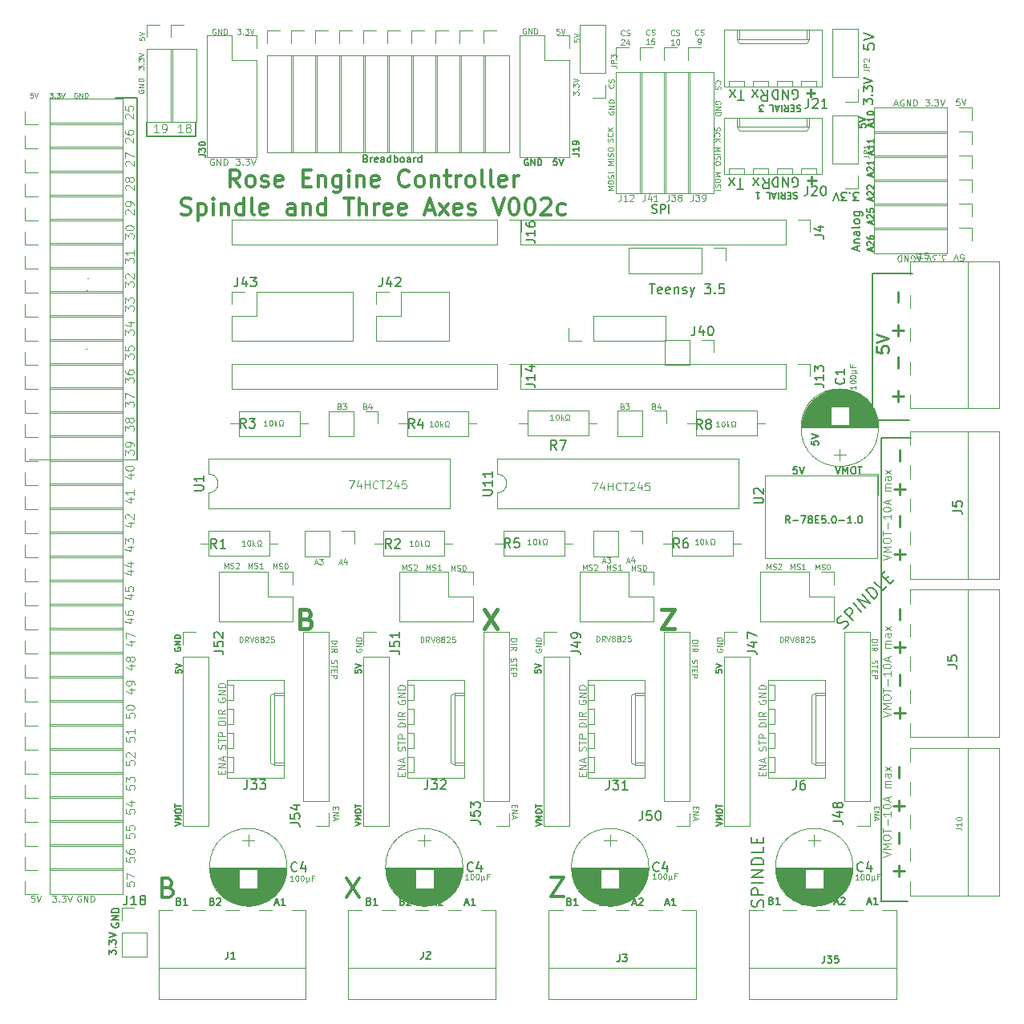
<source format=gto>
G04 #@! TF.GenerationSoftware,KiCad,Pcbnew,(5.1.2)-1*
G04 #@! TF.CreationDate,2019-11-13T00:18:25-08:00*
G04 #@! TF.ProjectId,4Rose_t35_002c,34526f73-655f-4743-9335-5f303032632e,rev?*
G04 #@! TF.SameCoordinates,Original*
G04 #@! TF.FileFunction,Legend,Top*
G04 #@! TF.FilePolarity,Positive*
%FSLAX46Y46*%
G04 Gerber Fmt 4.6, Leading zero omitted, Abs format (unit mm)*
G04 Created by KiCad (PCBNEW (5.1.2)-1) date 2019-11-13 00:18:25*
%MOMM*%
%LPD*%
G04 APERTURE LIST*
%ADD10C,0.254000*%
%ADD11C,0.101600*%
%ADD12C,0.150000*%
%ADD13C,0.127000*%
%ADD14C,0.203200*%
%ADD15C,0.406400*%
%ADD16C,0.152400*%
%ADD17C,0.304800*%
%ADD18C,0.120000*%
G04 APERTURE END LIST*
D10*
X196566971Y-83495242D02*
X197437828Y-83495242D01*
X197002400Y-83930671D02*
X197002400Y-83059814D01*
X196706671Y-92728142D02*
X197577528Y-92728142D01*
X197142100Y-93163571D02*
X197142100Y-92292714D01*
D11*
X192305214Y-150380700D02*
X191543214Y-150380700D01*
X191543214Y-150199271D01*
X191579500Y-150090414D01*
X191652071Y-150017842D01*
X191724642Y-149981557D01*
X191869785Y-149945271D01*
X191978642Y-149945271D01*
X192123785Y-149981557D01*
X192196357Y-150017842D01*
X192268928Y-150090414D01*
X192305214Y-150199271D01*
X192305214Y-150380700D01*
X192305214Y-149618700D02*
X191543214Y-149618700D01*
X192305214Y-148820414D02*
X191942357Y-149074414D01*
X192305214Y-149255842D02*
X191543214Y-149255842D01*
X191543214Y-148965557D01*
X191579500Y-148892985D01*
X191615785Y-148856700D01*
X191688357Y-148820414D01*
X191797214Y-148820414D01*
X191869785Y-148856700D01*
X191906071Y-148892985D01*
X191942357Y-148965557D01*
X191942357Y-149255842D01*
X191906071Y-155562300D02*
X191906071Y-155308300D01*
X192305214Y-155199442D02*
X192305214Y-155562300D01*
X191543214Y-155562300D01*
X191543214Y-155199442D01*
X192305214Y-154872871D02*
X191543214Y-154872871D01*
X192305214Y-154437442D01*
X191543214Y-154437442D01*
X192087500Y-154110871D02*
X192087500Y-153748014D01*
X192305214Y-154183442D02*
X191543214Y-153929442D01*
X192305214Y-153675442D01*
X192268928Y-152920700D02*
X192305214Y-152811842D01*
X192305214Y-152630414D01*
X192268928Y-152557842D01*
X192232642Y-152521557D01*
X192160071Y-152485271D01*
X192087500Y-152485271D01*
X192014928Y-152521557D01*
X191978642Y-152557842D01*
X191942357Y-152630414D01*
X191906071Y-152775557D01*
X191869785Y-152848128D01*
X191833500Y-152884414D01*
X191760928Y-152920700D01*
X191688357Y-152920700D01*
X191615785Y-152884414D01*
X191579500Y-152848128D01*
X191543214Y-152775557D01*
X191543214Y-152594128D01*
X191579500Y-152485271D01*
X191543214Y-152267557D02*
X191543214Y-151832128D01*
X192305214Y-152049842D02*
X191543214Y-152049842D01*
X192305214Y-151578128D02*
X191543214Y-151578128D01*
X191543214Y-151287842D01*
X191579500Y-151215271D01*
X191615785Y-151178985D01*
X191688357Y-151142700D01*
X191797214Y-151142700D01*
X191869785Y-151178985D01*
X191906071Y-151215271D01*
X191942357Y-151287842D01*
X191942357Y-151578128D01*
X191579500Y-147583071D02*
X191543214Y-147655642D01*
X191543214Y-147764500D01*
X191579500Y-147873357D01*
X191652071Y-147945928D01*
X191724642Y-147982214D01*
X191869785Y-148018500D01*
X191978642Y-148018500D01*
X192123785Y-147982214D01*
X192196357Y-147945928D01*
X192268928Y-147873357D01*
X192305214Y-147764500D01*
X192305214Y-147691928D01*
X192268928Y-147583071D01*
X192232642Y-147546785D01*
X191978642Y-147546785D01*
X191978642Y-147691928D01*
X192305214Y-147220214D02*
X191543214Y-147220214D01*
X192305214Y-146784785D01*
X191543214Y-146784785D01*
X192305214Y-146421928D02*
X191543214Y-146421928D01*
X191543214Y-146240500D01*
X191579500Y-146131642D01*
X191652071Y-146059071D01*
X191724642Y-146022785D01*
X191869785Y-145986500D01*
X191978642Y-145986500D01*
X192123785Y-146022785D01*
X192196357Y-146059071D01*
X192268928Y-146131642D01*
X192305214Y-146240500D01*
X192305214Y-146421928D01*
X173280614Y-150406100D02*
X172518614Y-150406100D01*
X172518614Y-150224671D01*
X172554900Y-150115814D01*
X172627471Y-150043242D01*
X172700042Y-150006957D01*
X172845185Y-149970671D01*
X172954042Y-149970671D01*
X173099185Y-150006957D01*
X173171757Y-150043242D01*
X173244328Y-150115814D01*
X173280614Y-150224671D01*
X173280614Y-150406100D01*
X173280614Y-149644100D02*
X172518614Y-149644100D01*
X173280614Y-148845814D02*
X172917757Y-149099814D01*
X173280614Y-149281242D02*
X172518614Y-149281242D01*
X172518614Y-148990957D01*
X172554900Y-148918385D01*
X172591185Y-148882100D01*
X172663757Y-148845814D01*
X172772614Y-148845814D01*
X172845185Y-148882100D01*
X172881471Y-148918385D01*
X172917757Y-148990957D01*
X172917757Y-149281242D01*
X172881471Y-155587700D02*
X172881471Y-155333700D01*
X173280614Y-155224842D02*
X173280614Y-155587700D01*
X172518614Y-155587700D01*
X172518614Y-155224842D01*
X173280614Y-154898271D02*
X172518614Y-154898271D01*
X173280614Y-154462842D01*
X172518614Y-154462842D01*
X173062900Y-154136271D02*
X173062900Y-153773414D01*
X173280614Y-154208842D02*
X172518614Y-153954842D01*
X173280614Y-153700842D01*
X173244328Y-152946100D02*
X173280614Y-152837242D01*
X173280614Y-152655814D01*
X173244328Y-152583242D01*
X173208042Y-152546957D01*
X173135471Y-152510671D01*
X173062900Y-152510671D01*
X172990328Y-152546957D01*
X172954042Y-152583242D01*
X172917757Y-152655814D01*
X172881471Y-152800957D01*
X172845185Y-152873528D01*
X172808900Y-152909814D01*
X172736328Y-152946100D01*
X172663757Y-152946100D01*
X172591185Y-152909814D01*
X172554900Y-152873528D01*
X172518614Y-152800957D01*
X172518614Y-152619528D01*
X172554900Y-152510671D01*
X172518614Y-152292957D02*
X172518614Y-151857528D01*
X173280614Y-152075242D02*
X172518614Y-152075242D01*
X173280614Y-151603528D02*
X172518614Y-151603528D01*
X172518614Y-151313242D01*
X172554900Y-151240671D01*
X172591185Y-151204385D01*
X172663757Y-151168100D01*
X172772614Y-151168100D01*
X172845185Y-151204385D01*
X172881471Y-151240671D01*
X172917757Y-151313242D01*
X172917757Y-151603528D01*
X172554900Y-147608471D02*
X172518614Y-147681042D01*
X172518614Y-147789900D01*
X172554900Y-147898757D01*
X172627471Y-147971328D01*
X172700042Y-148007614D01*
X172845185Y-148043900D01*
X172954042Y-148043900D01*
X173099185Y-148007614D01*
X173171757Y-147971328D01*
X173244328Y-147898757D01*
X173280614Y-147789900D01*
X173280614Y-147717328D01*
X173244328Y-147608471D01*
X173208042Y-147572185D01*
X172954042Y-147572185D01*
X172954042Y-147717328D01*
X173280614Y-147245614D02*
X172518614Y-147245614D01*
X173280614Y-146810185D01*
X172518614Y-146810185D01*
X173280614Y-146447328D02*
X172518614Y-146447328D01*
X172518614Y-146265900D01*
X172554900Y-146157042D01*
X172627471Y-146084471D01*
X172700042Y-146048185D01*
X172845185Y-146011900D01*
X172954042Y-146011900D01*
X173099185Y-146048185D01*
X173171757Y-146084471D01*
X173244328Y-146157042D01*
X173280614Y-146265900D01*
X173280614Y-146447328D01*
X153479500Y-147608471D02*
X153443214Y-147681042D01*
X153443214Y-147789900D01*
X153479500Y-147898757D01*
X153552071Y-147971328D01*
X153624642Y-148007614D01*
X153769785Y-148043900D01*
X153878642Y-148043900D01*
X154023785Y-148007614D01*
X154096357Y-147971328D01*
X154168928Y-147898757D01*
X154205214Y-147789900D01*
X154205214Y-147717328D01*
X154168928Y-147608471D01*
X154132642Y-147572185D01*
X153878642Y-147572185D01*
X153878642Y-147717328D01*
X154205214Y-147245614D02*
X153443214Y-147245614D01*
X154205214Y-146810185D01*
X153443214Y-146810185D01*
X154205214Y-146447328D02*
X153443214Y-146447328D01*
X153443214Y-146265900D01*
X153479500Y-146157042D01*
X153552071Y-146084471D01*
X153624642Y-146048185D01*
X153769785Y-146011900D01*
X153878642Y-146011900D01*
X154023785Y-146048185D01*
X154096357Y-146084471D01*
X154168928Y-146157042D01*
X154205214Y-146265900D01*
X154205214Y-146447328D01*
X154205214Y-150406100D02*
X153443214Y-150406100D01*
X153443214Y-150224671D01*
X153479500Y-150115814D01*
X153552071Y-150043242D01*
X153624642Y-150006957D01*
X153769785Y-149970671D01*
X153878642Y-149970671D01*
X154023785Y-150006957D01*
X154096357Y-150043242D01*
X154168928Y-150115814D01*
X154205214Y-150224671D01*
X154205214Y-150406100D01*
X154205214Y-149644100D02*
X153443214Y-149644100D01*
X154205214Y-148845814D02*
X153842357Y-149099814D01*
X154205214Y-149281242D02*
X153443214Y-149281242D01*
X153443214Y-148990957D01*
X153479500Y-148918385D01*
X153515785Y-148882100D01*
X153588357Y-148845814D01*
X153697214Y-148845814D01*
X153769785Y-148882100D01*
X153806071Y-148918385D01*
X153842357Y-148990957D01*
X153842357Y-149281242D01*
X153806071Y-155587700D02*
X153806071Y-155333700D01*
X154205214Y-155224842D02*
X154205214Y-155587700D01*
X153443214Y-155587700D01*
X153443214Y-155224842D01*
X154205214Y-154898271D02*
X153443214Y-154898271D01*
X154205214Y-154462842D01*
X153443214Y-154462842D01*
X153987500Y-154136271D02*
X153987500Y-153773414D01*
X154205214Y-154208842D02*
X153443214Y-153954842D01*
X154205214Y-153700842D01*
X154168928Y-152946100D02*
X154205214Y-152837242D01*
X154205214Y-152655814D01*
X154168928Y-152583242D01*
X154132642Y-152546957D01*
X154060071Y-152510671D01*
X153987500Y-152510671D01*
X153914928Y-152546957D01*
X153878642Y-152583242D01*
X153842357Y-152655814D01*
X153806071Y-152800957D01*
X153769785Y-152873528D01*
X153733500Y-152909814D01*
X153660928Y-152946100D01*
X153588357Y-152946100D01*
X153515785Y-152909814D01*
X153479500Y-152873528D01*
X153443214Y-152800957D01*
X153443214Y-152619528D01*
X153479500Y-152510671D01*
X153443214Y-152292957D02*
X153443214Y-151857528D01*
X154205214Y-152075242D02*
X153443214Y-152075242D01*
X154205214Y-151603528D02*
X153443214Y-151603528D01*
X153443214Y-151313242D01*
X153479500Y-151240671D01*
X153515785Y-151204385D01*
X153588357Y-151168100D01*
X153697214Y-151168100D01*
X153769785Y-151204385D01*
X153806071Y-151240671D01*
X153842357Y-151313242D01*
X153842357Y-151603528D01*
X134493000Y-147379871D02*
X134456714Y-147452442D01*
X134456714Y-147561300D01*
X134493000Y-147670157D01*
X134565571Y-147742728D01*
X134638142Y-147779014D01*
X134783285Y-147815300D01*
X134892142Y-147815300D01*
X135037285Y-147779014D01*
X135109857Y-147742728D01*
X135182428Y-147670157D01*
X135218714Y-147561300D01*
X135218714Y-147488728D01*
X135182428Y-147379871D01*
X135146142Y-147343585D01*
X134892142Y-147343585D01*
X134892142Y-147488728D01*
X135218714Y-147017014D02*
X134456714Y-147017014D01*
X135218714Y-146581585D01*
X134456714Y-146581585D01*
X135218714Y-146218728D02*
X134456714Y-146218728D01*
X134456714Y-146037300D01*
X134493000Y-145928442D01*
X134565571Y-145855871D01*
X134638142Y-145819585D01*
X134783285Y-145783300D01*
X134892142Y-145783300D01*
X135037285Y-145819585D01*
X135109857Y-145855871D01*
X135182428Y-145928442D01*
X135218714Y-146037300D01*
X135218714Y-146218728D01*
X135218714Y-150177500D02*
X134456714Y-150177500D01*
X134456714Y-149996071D01*
X134493000Y-149887214D01*
X134565571Y-149814642D01*
X134638142Y-149778357D01*
X134783285Y-149742071D01*
X134892142Y-149742071D01*
X135037285Y-149778357D01*
X135109857Y-149814642D01*
X135182428Y-149887214D01*
X135218714Y-149996071D01*
X135218714Y-150177500D01*
X135218714Y-149415500D02*
X134456714Y-149415500D01*
X135218714Y-148617214D02*
X134855857Y-148871214D01*
X135218714Y-149052642D02*
X134456714Y-149052642D01*
X134456714Y-148762357D01*
X134493000Y-148689785D01*
X134529285Y-148653500D01*
X134601857Y-148617214D01*
X134710714Y-148617214D01*
X134783285Y-148653500D01*
X134819571Y-148689785D01*
X134855857Y-148762357D01*
X134855857Y-149052642D01*
X135182428Y-152717500D02*
X135218714Y-152608642D01*
X135218714Y-152427214D01*
X135182428Y-152354642D01*
X135146142Y-152318357D01*
X135073571Y-152282071D01*
X135001000Y-152282071D01*
X134928428Y-152318357D01*
X134892142Y-152354642D01*
X134855857Y-152427214D01*
X134819571Y-152572357D01*
X134783285Y-152644928D01*
X134747000Y-152681214D01*
X134674428Y-152717500D01*
X134601857Y-152717500D01*
X134529285Y-152681214D01*
X134493000Y-152644928D01*
X134456714Y-152572357D01*
X134456714Y-152390928D01*
X134493000Y-152282071D01*
X134456714Y-152064357D02*
X134456714Y-151628928D01*
X135218714Y-151846642D02*
X134456714Y-151846642D01*
X135218714Y-151374928D02*
X134456714Y-151374928D01*
X134456714Y-151084642D01*
X134493000Y-151012071D01*
X134529285Y-150975785D01*
X134601857Y-150939500D01*
X134710714Y-150939500D01*
X134783285Y-150975785D01*
X134819571Y-151012071D01*
X134855857Y-151084642D01*
X134855857Y-151374928D01*
X134819571Y-155359100D02*
X134819571Y-155105100D01*
X135218714Y-154996242D02*
X135218714Y-155359100D01*
X134456714Y-155359100D01*
X134456714Y-154996242D01*
X135218714Y-154669671D02*
X134456714Y-154669671D01*
X135218714Y-154234242D01*
X134456714Y-154234242D01*
X135001000Y-153907671D02*
X135001000Y-153544814D01*
X135218714Y-153980242D02*
X134456714Y-153726242D01*
X135218714Y-153472242D01*
D12*
X203581000Y-102500200D02*
X207759300Y-102500200D01*
X203581000Y-118057700D02*
X203581000Y-102500200D01*
X207416400Y-118057700D02*
X203581000Y-118057700D01*
D13*
X187066161Y-160864247D02*
X187701161Y-160652580D01*
X187066161Y-160440914D01*
X187701161Y-160229247D02*
X187066161Y-160229247D01*
X187519733Y-160017580D01*
X187066161Y-159805914D01*
X187701161Y-159805914D01*
X187066161Y-159382580D02*
X187066161Y-159261628D01*
X187096400Y-159201152D01*
X187156876Y-159140676D01*
X187277828Y-159110438D01*
X187489495Y-159110438D01*
X187610447Y-159140676D01*
X187670923Y-159201152D01*
X187701161Y-159261628D01*
X187701161Y-159382580D01*
X187670923Y-159443057D01*
X187610447Y-159503533D01*
X187489495Y-159533771D01*
X187277828Y-159533771D01*
X187156876Y-159503533D01*
X187096400Y-159443057D01*
X187066161Y-159382580D01*
X187066161Y-158929009D02*
X187066161Y-158566152D01*
X187701161Y-158747580D02*
X187066161Y-158747580D01*
X168003461Y-160889647D02*
X168638461Y-160677980D01*
X168003461Y-160466314D01*
X168638461Y-160254647D02*
X168003461Y-160254647D01*
X168457033Y-160042980D01*
X168003461Y-159831314D01*
X168638461Y-159831314D01*
X168003461Y-159407980D02*
X168003461Y-159287028D01*
X168033700Y-159226552D01*
X168094176Y-159166076D01*
X168215128Y-159135838D01*
X168426795Y-159135838D01*
X168547747Y-159166076D01*
X168608223Y-159226552D01*
X168638461Y-159287028D01*
X168638461Y-159407980D01*
X168608223Y-159468457D01*
X168547747Y-159528933D01*
X168426795Y-159559171D01*
X168215128Y-159559171D01*
X168094176Y-159528933D01*
X168033700Y-159468457D01*
X168003461Y-159407980D01*
X168003461Y-158954409D02*
X168003461Y-158591552D01*
X168638461Y-158772980D02*
X168003461Y-158772980D01*
X148928061Y-160864247D02*
X149563061Y-160652580D01*
X148928061Y-160440914D01*
X149563061Y-160229247D02*
X148928061Y-160229247D01*
X149381633Y-160017580D01*
X148928061Y-159805914D01*
X149563061Y-159805914D01*
X148928061Y-159382580D02*
X148928061Y-159261628D01*
X148958300Y-159201152D01*
X149018776Y-159140676D01*
X149139728Y-159110438D01*
X149351395Y-159110438D01*
X149472347Y-159140676D01*
X149532823Y-159201152D01*
X149563061Y-159261628D01*
X149563061Y-159382580D01*
X149532823Y-159443057D01*
X149472347Y-159503533D01*
X149351395Y-159533771D01*
X149139728Y-159533771D01*
X149018776Y-159503533D01*
X148958300Y-159443057D01*
X148928061Y-159382580D01*
X148928061Y-158929009D02*
X148928061Y-158566152D01*
X149563061Y-158747580D02*
X148928061Y-158747580D01*
X129916161Y-160838847D02*
X130551161Y-160627180D01*
X129916161Y-160415514D01*
X130551161Y-160203847D02*
X129916161Y-160203847D01*
X130369733Y-159992180D01*
X129916161Y-159780514D01*
X130551161Y-159780514D01*
X129916161Y-159357180D02*
X129916161Y-159236228D01*
X129946400Y-159175752D01*
X130006876Y-159115276D01*
X130127828Y-159085038D01*
X130339495Y-159085038D01*
X130460447Y-159115276D01*
X130520923Y-159175752D01*
X130551161Y-159236228D01*
X130551161Y-159357180D01*
X130520923Y-159417657D01*
X130460447Y-159478133D01*
X130339495Y-159508371D01*
X130127828Y-159508371D01*
X130006876Y-159478133D01*
X129946400Y-159417657D01*
X129916161Y-159357180D01*
X129916161Y-158903609D02*
X129916161Y-158540752D01*
X130551161Y-158722180D02*
X129916161Y-158722180D01*
X187028061Y-144380252D02*
X187028061Y-144682633D01*
X187330442Y-144712871D01*
X187300204Y-144682633D01*
X187269966Y-144622157D01*
X187269966Y-144470966D01*
X187300204Y-144410490D01*
X187330442Y-144380252D01*
X187390919Y-144350014D01*
X187542109Y-144350014D01*
X187602585Y-144380252D01*
X187632823Y-144410490D01*
X187663061Y-144470966D01*
X187663061Y-144622157D01*
X187632823Y-144682633D01*
X187602585Y-144712871D01*
X187028061Y-144168585D02*
X187663061Y-143956919D01*
X187028061Y-143745252D01*
X167914561Y-144380252D02*
X167914561Y-144682633D01*
X168216942Y-144712871D01*
X168186704Y-144682633D01*
X168156466Y-144622157D01*
X168156466Y-144470966D01*
X168186704Y-144410490D01*
X168216942Y-144380252D01*
X168277419Y-144350014D01*
X168428609Y-144350014D01*
X168489085Y-144380252D01*
X168519323Y-144410490D01*
X168549561Y-144470966D01*
X168549561Y-144622157D01*
X168519323Y-144682633D01*
X168489085Y-144712871D01*
X167914561Y-144168585D02*
X168549561Y-143956919D01*
X167914561Y-143745252D01*
X148953461Y-144392952D02*
X148953461Y-144695333D01*
X149255842Y-144725571D01*
X149225604Y-144695333D01*
X149195366Y-144634857D01*
X149195366Y-144483666D01*
X149225604Y-144423190D01*
X149255842Y-144392952D01*
X149316319Y-144362714D01*
X149467509Y-144362714D01*
X149527985Y-144392952D01*
X149558223Y-144423190D01*
X149588461Y-144483666D01*
X149588461Y-144634857D01*
X149558223Y-144695333D01*
X149527985Y-144725571D01*
X148953461Y-144181285D02*
X149588461Y-143969619D01*
X148953461Y-143757952D01*
X194794414Y-128906814D02*
X194540414Y-128543957D01*
X194358985Y-128906814D02*
X194358985Y-128144814D01*
X194649271Y-128144814D01*
X194721842Y-128181100D01*
X194758128Y-128217385D01*
X194794414Y-128289957D01*
X194794414Y-128398814D01*
X194758128Y-128471385D01*
X194721842Y-128507671D01*
X194649271Y-128543957D01*
X194358985Y-128543957D01*
X195120985Y-128616528D02*
X195701557Y-128616528D01*
X195991842Y-128144814D02*
X196499842Y-128144814D01*
X196173271Y-128906814D01*
X196898985Y-128471385D02*
X196826414Y-128435100D01*
X196790128Y-128398814D01*
X196753842Y-128326242D01*
X196753842Y-128289957D01*
X196790128Y-128217385D01*
X196826414Y-128181100D01*
X196898985Y-128144814D01*
X197044128Y-128144814D01*
X197116700Y-128181100D01*
X197152985Y-128217385D01*
X197189271Y-128289957D01*
X197189271Y-128326242D01*
X197152985Y-128398814D01*
X197116700Y-128435100D01*
X197044128Y-128471385D01*
X196898985Y-128471385D01*
X196826414Y-128507671D01*
X196790128Y-128543957D01*
X196753842Y-128616528D01*
X196753842Y-128761671D01*
X196790128Y-128834242D01*
X196826414Y-128870528D01*
X196898985Y-128906814D01*
X197044128Y-128906814D01*
X197116700Y-128870528D01*
X197152985Y-128834242D01*
X197189271Y-128761671D01*
X197189271Y-128616528D01*
X197152985Y-128543957D01*
X197116700Y-128507671D01*
X197044128Y-128471385D01*
X197515842Y-128507671D02*
X197769842Y-128507671D01*
X197878700Y-128906814D02*
X197515842Y-128906814D01*
X197515842Y-128144814D01*
X197878700Y-128144814D01*
X198568128Y-128144814D02*
X198205271Y-128144814D01*
X198168985Y-128507671D01*
X198205271Y-128471385D01*
X198277842Y-128435100D01*
X198459271Y-128435100D01*
X198531842Y-128471385D01*
X198568128Y-128507671D01*
X198604414Y-128580242D01*
X198604414Y-128761671D01*
X198568128Y-128834242D01*
X198531842Y-128870528D01*
X198459271Y-128906814D01*
X198277842Y-128906814D01*
X198205271Y-128870528D01*
X198168985Y-128834242D01*
X198930985Y-128834242D02*
X198967271Y-128870528D01*
X198930985Y-128906814D01*
X198894700Y-128870528D01*
X198930985Y-128834242D01*
X198930985Y-128906814D01*
X199438985Y-128144814D02*
X199511557Y-128144814D01*
X199584128Y-128181100D01*
X199620414Y-128217385D01*
X199656700Y-128289957D01*
X199692985Y-128435100D01*
X199692985Y-128616528D01*
X199656700Y-128761671D01*
X199620414Y-128834242D01*
X199584128Y-128870528D01*
X199511557Y-128906814D01*
X199438985Y-128906814D01*
X199366414Y-128870528D01*
X199330128Y-128834242D01*
X199293842Y-128761671D01*
X199257557Y-128616528D01*
X199257557Y-128435100D01*
X199293842Y-128289957D01*
X199330128Y-128217385D01*
X199366414Y-128181100D01*
X199438985Y-128144814D01*
X200019557Y-128616528D02*
X200600128Y-128616528D01*
X201362128Y-128906814D02*
X200926700Y-128906814D01*
X201144414Y-128906814D02*
X201144414Y-128144814D01*
X201071842Y-128253671D01*
X200999271Y-128326242D01*
X200926700Y-128362528D01*
X201688700Y-128834242D02*
X201724985Y-128870528D01*
X201688700Y-128906814D01*
X201652414Y-128870528D01*
X201688700Y-128834242D01*
X201688700Y-128906814D01*
X202196700Y-128144814D02*
X202269271Y-128144814D01*
X202341842Y-128181100D01*
X202378128Y-128217385D01*
X202414414Y-128289957D01*
X202450700Y-128435100D01*
X202450700Y-128616528D01*
X202414414Y-128761671D01*
X202378128Y-128834242D01*
X202341842Y-128870528D01*
X202269271Y-128906814D01*
X202196700Y-128906814D01*
X202124128Y-128870528D01*
X202087842Y-128834242D01*
X202051557Y-128761671D01*
X202015271Y-128616528D01*
X202015271Y-128435100D01*
X202051557Y-128289957D01*
X202087842Y-128217385D01*
X202124128Y-128181100D01*
X202196700Y-128144814D01*
D12*
X132118100Y-87998300D02*
X132118100Y-86537800D01*
X126923800Y-88023700D02*
X132118100Y-88023700D01*
X126923800Y-86563200D02*
X126923800Y-88023700D01*
X125882400Y-84010500D02*
X123647200Y-84010500D01*
X125882400Y-122186700D02*
X125882400Y-84010500D01*
D13*
X122925114Y-174454457D02*
X122925114Y-173982742D01*
X123215400Y-174236742D01*
X123215400Y-174127885D01*
X123251685Y-174055314D01*
X123287971Y-174019028D01*
X123360542Y-173982742D01*
X123541971Y-173982742D01*
X123614542Y-174019028D01*
X123650828Y-174055314D01*
X123687114Y-174127885D01*
X123687114Y-174345600D01*
X123650828Y-174418171D01*
X123614542Y-174454457D01*
X123614542Y-173656171D02*
X123650828Y-173619885D01*
X123687114Y-173656171D01*
X123650828Y-173692457D01*
X123614542Y-173656171D01*
X123687114Y-173656171D01*
X122925114Y-173365885D02*
X122925114Y-172894171D01*
X123215400Y-173148171D01*
X123215400Y-173039314D01*
X123251685Y-172966742D01*
X123287971Y-172930457D01*
X123360542Y-172894171D01*
X123541971Y-172894171D01*
X123614542Y-172930457D01*
X123650828Y-172966742D01*
X123687114Y-173039314D01*
X123687114Y-173257028D01*
X123650828Y-173329600D01*
X123614542Y-173365885D01*
X122925114Y-172676457D02*
X123687114Y-172422457D01*
X122925114Y-172168457D01*
X123266200Y-171154271D02*
X123229914Y-171226842D01*
X123229914Y-171335700D01*
X123266200Y-171444557D01*
X123338771Y-171517128D01*
X123411342Y-171553414D01*
X123556485Y-171589700D01*
X123665342Y-171589700D01*
X123810485Y-171553414D01*
X123883057Y-171517128D01*
X123955628Y-171444557D01*
X123991914Y-171335700D01*
X123991914Y-171263128D01*
X123955628Y-171154271D01*
X123919342Y-171117985D01*
X123665342Y-171117985D01*
X123665342Y-171263128D01*
X123991914Y-170791414D02*
X123229914Y-170791414D01*
X123991914Y-170355985D01*
X123229914Y-170355985D01*
X123991914Y-169993128D02*
X123229914Y-169993128D01*
X123229914Y-169811700D01*
X123266200Y-169702842D01*
X123338771Y-169630271D01*
X123411342Y-169593985D01*
X123556485Y-169557700D01*
X123665342Y-169557700D01*
X123810485Y-169593985D01*
X123883057Y-169630271D01*
X123955628Y-169702842D01*
X123991914Y-169811700D01*
X123991914Y-169993128D01*
D10*
X206272115Y-109120008D02*
X206272115Y-107958865D01*
X206852686Y-108539437D02*
X205691543Y-108539437D01*
X206272115Y-116041508D02*
X206272115Y-114880365D01*
X206852686Y-115460937D02*
X205691543Y-115460937D01*
X206272115Y-105614808D02*
X206272115Y-104453665D01*
X206272115Y-112536308D02*
X206272115Y-111375165D01*
X206399115Y-129287608D02*
X206399115Y-128126465D01*
X206399115Y-125871308D02*
X206399115Y-124710165D01*
X206979686Y-125290737D02*
X205818543Y-125290737D01*
X206399115Y-122366108D02*
X206399115Y-121204965D01*
X206399115Y-132792808D02*
X206399115Y-131631665D01*
X206979686Y-132212237D02*
X205818543Y-132212237D01*
X206399115Y-146013508D02*
X206399115Y-144852365D01*
X206399115Y-149518708D02*
X206399115Y-148357565D01*
X206979686Y-148938137D02*
X205818543Y-148938137D01*
X206399115Y-139092008D02*
X206399115Y-137930865D01*
X206399115Y-142597208D02*
X206399115Y-141436065D01*
X206979686Y-142016637D02*
X205818543Y-142016637D01*
X206335615Y-162714008D02*
X206335615Y-161552865D01*
X206335615Y-166219208D02*
X206335615Y-165058065D01*
X206916186Y-165638637D02*
X205755043Y-165638637D01*
D12*
X204419200Y-168871900D02*
X207302100Y-168871900D01*
X204470000Y-119926100D02*
X204470000Y-168871900D01*
X207594200Y-119926100D02*
X204470000Y-119926100D01*
D11*
X204620585Y-132780314D02*
X205458785Y-132500914D01*
X204620585Y-132221514D01*
X205458785Y-131942114D02*
X204620585Y-131942114D01*
X205219300Y-131662714D01*
X204620585Y-131383314D01*
X205458785Y-131383314D01*
X204620585Y-130824514D02*
X204620585Y-130664857D01*
X204660500Y-130585028D01*
X204740328Y-130505200D01*
X204899985Y-130465285D01*
X205179385Y-130465285D01*
X205339042Y-130505200D01*
X205418871Y-130585028D01*
X205458785Y-130664857D01*
X205458785Y-130824514D01*
X205418871Y-130904342D01*
X205339042Y-130984171D01*
X205179385Y-131024085D01*
X204899985Y-131024085D01*
X204740328Y-130984171D01*
X204660500Y-130904342D01*
X204620585Y-130824514D01*
X204620585Y-130225800D02*
X204620585Y-129746828D01*
X205458785Y-129986314D02*
X204620585Y-129986314D01*
X205139471Y-129467428D02*
X205139471Y-128828800D01*
X205458785Y-127990600D02*
X205458785Y-128469571D01*
X205458785Y-128230085D02*
X204620585Y-128230085D01*
X204740328Y-128309914D01*
X204820157Y-128389742D01*
X204860071Y-128469571D01*
X204620585Y-127471714D02*
X204620585Y-127391885D01*
X204660500Y-127312057D01*
X204700414Y-127272142D01*
X204780242Y-127232228D01*
X204939900Y-127192314D01*
X205139471Y-127192314D01*
X205299128Y-127232228D01*
X205378957Y-127272142D01*
X205418871Y-127312057D01*
X205458785Y-127391885D01*
X205458785Y-127471714D01*
X205418871Y-127551542D01*
X205378957Y-127591457D01*
X205299128Y-127631371D01*
X205139471Y-127671285D01*
X204939900Y-127671285D01*
X204780242Y-127631371D01*
X204700414Y-127591457D01*
X204660500Y-127551542D01*
X204620585Y-127471714D01*
X205219300Y-126873000D02*
X205219300Y-126473857D01*
X205458785Y-126952828D02*
X204620585Y-126673428D01*
X205458785Y-126394028D01*
X205458785Y-125476000D02*
X204899985Y-125476000D01*
X204979814Y-125476000D02*
X204939900Y-125436085D01*
X204899985Y-125356257D01*
X204899985Y-125236514D01*
X204939900Y-125156685D01*
X205019728Y-125116771D01*
X205458785Y-125116771D01*
X205019728Y-125116771D02*
X204939900Y-125076857D01*
X204899985Y-124997028D01*
X204899985Y-124877285D01*
X204939900Y-124797457D01*
X205019728Y-124757542D01*
X205458785Y-124757542D01*
X205458785Y-123999171D02*
X205019728Y-123999171D01*
X204939900Y-124039085D01*
X204899985Y-124118914D01*
X204899985Y-124278571D01*
X204939900Y-124358400D01*
X205418871Y-123999171D02*
X205458785Y-124079000D01*
X205458785Y-124278571D01*
X205418871Y-124358400D01*
X205339042Y-124398314D01*
X205259214Y-124398314D01*
X205179385Y-124358400D01*
X205139471Y-124278571D01*
X205139471Y-124079000D01*
X205099557Y-123999171D01*
X205458785Y-123679857D02*
X204899985Y-123240800D01*
X204899985Y-123679857D02*
X205458785Y-123240800D01*
X204620585Y-149341114D02*
X205458785Y-149061714D01*
X204620585Y-148782314D01*
X205458785Y-148502914D02*
X204620585Y-148502914D01*
X205219300Y-148223514D01*
X204620585Y-147944114D01*
X205458785Y-147944114D01*
X204620585Y-147385314D02*
X204620585Y-147225657D01*
X204660500Y-147145828D01*
X204740328Y-147066000D01*
X204899985Y-147026085D01*
X205179385Y-147026085D01*
X205339042Y-147066000D01*
X205418871Y-147145828D01*
X205458785Y-147225657D01*
X205458785Y-147385314D01*
X205418871Y-147465142D01*
X205339042Y-147544971D01*
X205179385Y-147584885D01*
X204899985Y-147584885D01*
X204740328Y-147544971D01*
X204660500Y-147465142D01*
X204620585Y-147385314D01*
X204620585Y-146786600D02*
X204620585Y-146307628D01*
X205458785Y-146547114D02*
X204620585Y-146547114D01*
X205139471Y-146028228D02*
X205139471Y-145389600D01*
X205458785Y-144551400D02*
X205458785Y-145030371D01*
X205458785Y-144790885D02*
X204620585Y-144790885D01*
X204740328Y-144870714D01*
X204820157Y-144950542D01*
X204860071Y-145030371D01*
X204620585Y-144032514D02*
X204620585Y-143952685D01*
X204660500Y-143872857D01*
X204700414Y-143832942D01*
X204780242Y-143793028D01*
X204939900Y-143753114D01*
X205139471Y-143753114D01*
X205299128Y-143793028D01*
X205378957Y-143832942D01*
X205418871Y-143872857D01*
X205458785Y-143952685D01*
X205458785Y-144032514D01*
X205418871Y-144112342D01*
X205378957Y-144152257D01*
X205299128Y-144192171D01*
X205139471Y-144232085D01*
X204939900Y-144232085D01*
X204780242Y-144192171D01*
X204700414Y-144152257D01*
X204660500Y-144112342D01*
X204620585Y-144032514D01*
X205219300Y-143433800D02*
X205219300Y-143034657D01*
X205458785Y-143513628D02*
X204620585Y-143234228D01*
X205458785Y-142954828D01*
X205458785Y-142036800D02*
X204899985Y-142036800D01*
X204979814Y-142036800D02*
X204939900Y-141996885D01*
X204899985Y-141917057D01*
X204899985Y-141797314D01*
X204939900Y-141717485D01*
X205019728Y-141677571D01*
X205458785Y-141677571D01*
X205019728Y-141677571D02*
X204939900Y-141637657D01*
X204899985Y-141557828D01*
X204899985Y-141438085D01*
X204939900Y-141358257D01*
X205019728Y-141318342D01*
X205458785Y-141318342D01*
X205458785Y-140559971D02*
X205019728Y-140559971D01*
X204939900Y-140599885D01*
X204899985Y-140679714D01*
X204899985Y-140839371D01*
X204939900Y-140919200D01*
X205418871Y-140559971D02*
X205458785Y-140639800D01*
X205458785Y-140839371D01*
X205418871Y-140919200D01*
X205339042Y-140959114D01*
X205259214Y-140959114D01*
X205179385Y-140919200D01*
X205139471Y-140839371D01*
X205139471Y-140639800D01*
X205099557Y-140559971D01*
X205458785Y-140240657D02*
X204899985Y-139801600D01*
X204899985Y-140240657D02*
X205458785Y-139801600D01*
X155836861Y-141475580D02*
X155836861Y-140891380D01*
X155975957Y-140891380D01*
X156059414Y-140919200D01*
X156115052Y-140974838D01*
X156142871Y-141030476D01*
X156170690Y-141141752D01*
X156170690Y-141225209D01*
X156142871Y-141336485D01*
X156115052Y-141392123D01*
X156059414Y-141447761D01*
X155975957Y-141475580D01*
X155836861Y-141475580D01*
X156754890Y-141475580D02*
X156560157Y-141197390D01*
X156421061Y-141475580D02*
X156421061Y-140891380D01*
X156643614Y-140891380D01*
X156699252Y-140919200D01*
X156727071Y-140947019D01*
X156754890Y-141002657D01*
X156754890Y-141086114D01*
X156727071Y-141141752D01*
X156699252Y-141169571D01*
X156643614Y-141197390D01*
X156421061Y-141197390D01*
X156921804Y-140891380D02*
X157116538Y-141475580D01*
X157311271Y-140891380D01*
X157589461Y-141141752D02*
X157533823Y-141113933D01*
X157506004Y-141086114D01*
X157478185Y-141030476D01*
X157478185Y-141002657D01*
X157506004Y-140947019D01*
X157533823Y-140919200D01*
X157589461Y-140891380D01*
X157700738Y-140891380D01*
X157756376Y-140919200D01*
X157784195Y-140947019D01*
X157812014Y-141002657D01*
X157812014Y-141030476D01*
X157784195Y-141086114D01*
X157756376Y-141113933D01*
X157700738Y-141141752D01*
X157589461Y-141141752D01*
X157533823Y-141169571D01*
X157506004Y-141197390D01*
X157478185Y-141253028D01*
X157478185Y-141364304D01*
X157506004Y-141419942D01*
X157533823Y-141447761D01*
X157589461Y-141475580D01*
X157700738Y-141475580D01*
X157756376Y-141447761D01*
X157784195Y-141419942D01*
X157812014Y-141364304D01*
X157812014Y-141253028D01*
X157784195Y-141197390D01*
X157756376Y-141169571D01*
X157700738Y-141141752D01*
X158145842Y-141141752D02*
X158090204Y-141113933D01*
X158062385Y-141086114D01*
X158034566Y-141030476D01*
X158034566Y-141002657D01*
X158062385Y-140947019D01*
X158090204Y-140919200D01*
X158145842Y-140891380D01*
X158257119Y-140891380D01*
X158312757Y-140919200D01*
X158340576Y-140947019D01*
X158368395Y-141002657D01*
X158368395Y-141030476D01*
X158340576Y-141086114D01*
X158312757Y-141113933D01*
X158257119Y-141141752D01*
X158145842Y-141141752D01*
X158090204Y-141169571D01*
X158062385Y-141197390D01*
X158034566Y-141253028D01*
X158034566Y-141364304D01*
X158062385Y-141419942D01*
X158090204Y-141447761D01*
X158145842Y-141475580D01*
X158257119Y-141475580D01*
X158312757Y-141447761D01*
X158340576Y-141419942D01*
X158368395Y-141364304D01*
X158368395Y-141253028D01*
X158340576Y-141197390D01*
X158312757Y-141169571D01*
X158257119Y-141141752D01*
X158590947Y-140947019D02*
X158618766Y-140919200D01*
X158674404Y-140891380D01*
X158813500Y-140891380D01*
X158869138Y-140919200D01*
X158896957Y-140947019D01*
X158924776Y-141002657D01*
X158924776Y-141058295D01*
X158896957Y-141141752D01*
X158563128Y-141475580D01*
X158924776Y-141475580D01*
X159453338Y-140891380D02*
X159175147Y-140891380D01*
X159147328Y-141169571D01*
X159175147Y-141141752D01*
X159230785Y-141113933D01*
X159369880Y-141113933D01*
X159425519Y-141141752D01*
X159453338Y-141169571D01*
X159481157Y-141225209D01*
X159481157Y-141364304D01*
X159453338Y-141419942D01*
X159425519Y-141447761D01*
X159369880Y-141475580D01*
X159230785Y-141475580D01*
X159175147Y-141447761D01*
X159147328Y-141419942D01*
X174391561Y-141386680D02*
X174391561Y-140802480D01*
X174530657Y-140802480D01*
X174614114Y-140830300D01*
X174669752Y-140885938D01*
X174697571Y-140941576D01*
X174725390Y-141052852D01*
X174725390Y-141136309D01*
X174697571Y-141247585D01*
X174669752Y-141303223D01*
X174614114Y-141358861D01*
X174530657Y-141386680D01*
X174391561Y-141386680D01*
X175309590Y-141386680D02*
X175114857Y-141108490D01*
X174975761Y-141386680D02*
X174975761Y-140802480D01*
X175198314Y-140802480D01*
X175253952Y-140830300D01*
X175281771Y-140858119D01*
X175309590Y-140913757D01*
X175309590Y-140997214D01*
X175281771Y-141052852D01*
X175253952Y-141080671D01*
X175198314Y-141108490D01*
X174975761Y-141108490D01*
X175476504Y-140802480D02*
X175671238Y-141386680D01*
X175865971Y-140802480D01*
X176144161Y-141052852D02*
X176088523Y-141025033D01*
X176060704Y-140997214D01*
X176032885Y-140941576D01*
X176032885Y-140913757D01*
X176060704Y-140858119D01*
X176088523Y-140830300D01*
X176144161Y-140802480D01*
X176255438Y-140802480D01*
X176311076Y-140830300D01*
X176338895Y-140858119D01*
X176366714Y-140913757D01*
X176366714Y-140941576D01*
X176338895Y-140997214D01*
X176311076Y-141025033D01*
X176255438Y-141052852D01*
X176144161Y-141052852D01*
X176088523Y-141080671D01*
X176060704Y-141108490D01*
X176032885Y-141164128D01*
X176032885Y-141275404D01*
X176060704Y-141331042D01*
X176088523Y-141358861D01*
X176144161Y-141386680D01*
X176255438Y-141386680D01*
X176311076Y-141358861D01*
X176338895Y-141331042D01*
X176366714Y-141275404D01*
X176366714Y-141164128D01*
X176338895Y-141108490D01*
X176311076Y-141080671D01*
X176255438Y-141052852D01*
X176700542Y-141052852D02*
X176644904Y-141025033D01*
X176617085Y-140997214D01*
X176589266Y-140941576D01*
X176589266Y-140913757D01*
X176617085Y-140858119D01*
X176644904Y-140830300D01*
X176700542Y-140802480D01*
X176811819Y-140802480D01*
X176867457Y-140830300D01*
X176895276Y-140858119D01*
X176923095Y-140913757D01*
X176923095Y-140941576D01*
X176895276Y-140997214D01*
X176867457Y-141025033D01*
X176811819Y-141052852D01*
X176700542Y-141052852D01*
X176644904Y-141080671D01*
X176617085Y-141108490D01*
X176589266Y-141164128D01*
X176589266Y-141275404D01*
X176617085Y-141331042D01*
X176644904Y-141358861D01*
X176700542Y-141386680D01*
X176811819Y-141386680D01*
X176867457Y-141358861D01*
X176895276Y-141331042D01*
X176923095Y-141275404D01*
X176923095Y-141164128D01*
X176895276Y-141108490D01*
X176867457Y-141080671D01*
X176811819Y-141052852D01*
X177145647Y-140858119D02*
X177173466Y-140830300D01*
X177229104Y-140802480D01*
X177368200Y-140802480D01*
X177423838Y-140830300D01*
X177451657Y-140858119D01*
X177479476Y-140913757D01*
X177479476Y-140969395D01*
X177451657Y-141052852D01*
X177117828Y-141386680D01*
X177479476Y-141386680D01*
X178008038Y-140802480D02*
X177729847Y-140802480D01*
X177702028Y-141080671D01*
X177729847Y-141052852D01*
X177785485Y-141025033D01*
X177924580Y-141025033D01*
X177980219Y-141052852D01*
X178008038Y-141080671D01*
X178035857Y-141136309D01*
X178035857Y-141275404D01*
X178008038Y-141331042D01*
X177980219Y-141358861D01*
X177924580Y-141386680D01*
X177785485Y-141386680D01*
X177729847Y-141358861D01*
X177702028Y-141331042D01*
X119962385Y-168236900D02*
X119897071Y-168204242D01*
X119799100Y-168204242D01*
X119701128Y-168236900D01*
X119635814Y-168302214D01*
X119603157Y-168367528D01*
X119570500Y-168498157D01*
X119570500Y-168596128D01*
X119603157Y-168726757D01*
X119635814Y-168792071D01*
X119701128Y-168857385D01*
X119799100Y-168890042D01*
X119864414Y-168890042D01*
X119962385Y-168857385D01*
X119995042Y-168824728D01*
X119995042Y-168596128D01*
X119864414Y-168596128D01*
X120288957Y-168890042D02*
X120288957Y-168204242D01*
X120680842Y-168890042D01*
X120680842Y-168204242D01*
X121007414Y-168890042D02*
X121007414Y-168204242D01*
X121170700Y-168204242D01*
X121268671Y-168236900D01*
X121333985Y-168302214D01*
X121366642Y-168367528D01*
X121399300Y-168498157D01*
X121399300Y-168596128D01*
X121366642Y-168726757D01*
X121333985Y-168792071D01*
X121268671Y-168857385D01*
X121170700Y-168890042D01*
X121007414Y-168890042D01*
D13*
X196376471Y-168779371D02*
X196485328Y-168815657D01*
X196521614Y-168851942D01*
X196557900Y-168924514D01*
X196557900Y-169033371D01*
X196521614Y-169105942D01*
X196485328Y-169142228D01*
X196412757Y-169178514D01*
X196122471Y-169178514D01*
X196122471Y-168416514D01*
X196376471Y-168416514D01*
X196449042Y-168452800D01*
X196485328Y-168489085D01*
X196521614Y-168561657D01*
X196521614Y-168634228D01*
X196485328Y-168706800D01*
X196449042Y-168743085D01*
X196376471Y-168779371D01*
X196122471Y-168779371D01*
X196848185Y-168489085D02*
X196884471Y-168452800D01*
X196957042Y-168416514D01*
X197138471Y-168416514D01*
X197211042Y-168452800D01*
X197247328Y-168489085D01*
X197283614Y-168561657D01*
X197283614Y-168634228D01*
X197247328Y-168743085D01*
X196811900Y-169178514D01*
X197283614Y-169178514D01*
X199569614Y-168935400D02*
X199932471Y-168935400D01*
X199497042Y-169153114D02*
X199751042Y-168391114D01*
X200005042Y-169153114D01*
X200222757Y-168463685D02*
X200259042Y-168427400D01*
X200331614Y-168391114D01*
X200513042Y-168391114D01*
X200585614Y-168427400D01*
X200621900Y-168463685D01*
X200658185Y-168536257D01*
X200658185Y-168608828D01*
X200621900Y-168717685D01*
X200186471Y-169153114D01*
X200658185Y-169153114D01*
X203024014Y-168935400D02*
X203386871Y-168935400D01*
X202951442Y-169153114D02*
X203205442Y-168391114D01*
X203459442Y-169153114D01*
X204112585Y-169153114D02*
X203677157Y-169153114D01*
X203894871Y-169153114D02*
X203894871Y-168391114D01*
X203822300Y-168499971D01*
X203749728Y-168572542D01*
X203677157Y-168608828D01*
X192871271Y-168753971D02*
X192980128Y-168790257D01*
X193016414Y-168826542D01*
X193052700Y-168899114D01*
X193052700Y-169007971D01*
X193016414Y-169080542D01*
X192980128Y-169116828D01*
X192907557Y-169153114D01*
X192617271Y-169153114D01*
X192617271Y-168391114D01*
X192871271Y-168391114D01*
X192943842Y-168427400D01*
X192980128Y-168463685D01*
X193016414Y-168536257D01*
X193016414Y-168608828D01*
X192980128Y-168681400D01*
X192943842Y-168717685D01*
X192871271Y-168753971D01*
X192617271Y-168753971D01*
X193778414Y-169153114D02*
X193342985Y-169153114D01*
X193560700Y-169153114D02*
X193560700Y-168391114D01*
X193488128Y-168499971D01*
X193415557Y-168572542D01*
X193342985Y-168608828D01*
X181688014Y-169049700D02*
X182050871Y-169049700D01*
X181615442Y-169267414D02*
X181869442Y-168505414D01*
X182123442Y-169267414D01*
X182776585Y-169267414D02*
X182341157Y-169267414D01*
X182558871Y-169267414D02*
X182558871Y-168505414D01*
X182486300Y-168614271D01*
X182413728Y-168686842D01*
X182341157Y-168723128D01*
X178233614Y-169049700D02*
X178596471Y-169049700D01*
X178161042Y-169267414D02*
X178415042Y-168505414D01*
X178669042Y-169267414D01*
X178886757Y-168577985D02*
X178923042Y-168541700D01*
X178995614Y-168505414D01*
X179177042Y-168505414D01*
X179249614Y-168541700D01*
X179285900Y-168577985D01*
X179322185Y-168650557D01*
X179322185Y-168723128D01*
X179285900Y-168831985D01*
X178850471Y-169267414D01*
X179322185Y-169267414D01*
X175040471Y-168893671D02*
X175149328Y-168929957D01*
X175185614Y-168966242D01*
X175221900Y-169038814D01*
X175221900Y-169147671D01*
X175185614Y-169220242D01*
X175149328Y-169256528D01*
X175076757Y-169292814D01*
X174786471Y-169292814D01*
X174786471Y-168530814D01*
X175040471Y-168530814D01*
X175113042Y-168567100D01*
X175149328Y-168603385D01*
X175185614Y-168675957D01*
X175185614Y-168748528D01*
X175149328Y-168821100D01*
X175113042Y-168857385D01*
X175040471Y-168893671D01*
X174786471Y-168893671D01*
X175512185Y-168603385D02*
X175548471Y-168567100D01*
X175621042Y-168530814D01*
X175802471Y-168530814D01*
X175875042Y-168567100D01*
X175911328Y-168603385D01*
X175947614Y-168675957D01*
X175947614Y-168748528D01*
X175911328Y-168857385D01*
X175475900Y-169292814D01*
X175947614Y-169292814D01*
X171535271Y-168868271D02*
X171644128Y-168904557D01*
X171680414Y-168940842D01*
X171716700Y-169013414D01*
X171716700Y-169122271D01*
X171680414Y-169194842D01*
X171644128Y-169231128D01*
X171571557Y-169267414D01*
X171281271Y-169267414D01*
X171281271Y-168505414D01*
X171535271Y-168505414D01*
X171607842Y-168541700D01*
X171644128Y-168577985D01*
X171680414Y-168650557D01*
X171680414Y-168723128D01*
X171644128Y-168795700D01*
X171607842Y-168831985D01*
X171535271Y-168868271D01*
X171281271Y-168868271D01*
X172442414Y-169267414D02*
X172006985Y-169267414D01*
X172224700Y-169267414D02*
X172224700Y-168505414D01*
X172152128Y-168614271D01*
X172079557Y-168686842D01*
X172006985Y-168723128D01*
X160542514Y-168998900D02*
X160905371Y-168998900D01*
X160469942Y-169216614D02*
X160723942Y-168454614D01*
X160977942Y-169216614D01*
X161631085Y-169216614D02*
X161195657Y-169216614D01*
X161413371Y-169216614D02*
X161413371Y-168454614D01*
X161340800Y-168563471D01*
X161268228Y-168636042D01*
X161195657Y-168672328D01*
X153894971Y-168842871D02*
X154003828Y-168879157D01*
X154040114Y-168915442D01*
X154076400Y-168988014D01*
X154076400Y-169096871D01*
X154040114Y-169169442D01*
X154003828Y-169205728D01*
X153931257Y-169242014D01*
X153640971Y-169242014D01*
X153640971Y-168480014D01*
X153894971Y-168480014D01*
X153967542Y-168516300D01*
X154003828Y-168552585D01*
X154040114Y-168625157D01*
X154040114Y-168697728D01*
X154003828Y-168770300D01*
X153967542Y-168806585D01*
X153894971Y-168842871D01*
X153640971Y-168842871D01*
X154366685Y-168552585D02*
X154402971Y-168516300D01*
X154475542Y-168480014D01*
X154656971Y-168480014D01*
X154729542Y-168516300D01*
X154765828Y-168552585D01*
X154802114Y-168625157D01*
X154802114Y-168697728D01*
X154765828Y-168806585D01*
X154330400Y-169242014D01*
X154802114Y-169242014D01*
X157088114Y-168998900D02*
X157450971Y-168998900D01*
X157015542Y-169216614D02*
X157269542Y-168454614D01*
X157523542Y-169216614D01*
X157741257Y-168527185D02*
X157777542Y-168490900D01*
X157850114Y-168454614D01*
X158031542Y-168454614D01*
X158104114Y-168490900D01*
X158140400Y-168527185D01*
X158176685Y-168599757D01*
X158176685Y-168672328D01*
X158140400Y-168781185D01*
X157704971Y-169216614D01*
X158176685Y-169216614D01*
X150389771Y-168817471D02*
X150498628Y-168853757D01*
X150534914Y-168890042D01*
X150571200Y-168962614D01*
X150571200Y-169071471D01*
X150534914Y-169144042D01*
X150498628Y-169180328D01*
X150426057Y-169216614D01*
X150135771Y-169216614D01*
X150135771Y-168454614D01*
X150389771Y-168454614D01*
X150462342Y-168490900D01*
X150498628Y-168527185D01*
X150534914Y-168599757D01*
X150534914Y-168672328D01*
X150498628Y-168744900D01*
X150462342Y-168781185D01*
X150389771Y-168817471D01*
X150135771Y-168817471D01*
X151296914Y-169216614D02*
X150861485Y-169216614D01*
X151079200Y-169216614D02*
X151079200Y-168454614D01*
X151006628Y-168563471D01*
X150934057Y-168636042D01*
X150861485Y-168672328D01*
D11*
X173946457Y-124597885D02*
X174505257Y-124597885D01*
X174146028Y-125436085D01*
X175183800Y-124877285D02*
X175183800Y-125436085D01*
X174984228Y-124557971D02*
X174784657Y-125156685D01*
X175303542Y-125156685D01*
X175622857Y-125436085D02*
X175622857Y-124597885D01*
X175622857Y-124997028D02*
X176101828Y-124997028D01*
X176101828Y-125436085D02*
X176101828Y-124597885D01*
X176979942Y-125356257D02*
X176940028Y-125396171D01*
X176820285Y-125436085D01*
X176740457Y-125436085D01*
X176620714Y-125396171D01*
X176540885Y-125316342D01*
X176500971Y-125236514D01*
X176461057Y-125076857D01*
X176461057Y-124957114D01*
X176500971Y-124797457D01*
X176540885Y-124717628D01*
X176620714Y-124637800D01*
X176740457Y-124597885D01*
X176820285Y-124597885D01*
X176940028Y-124637800D01*
X176979942Y-124677714D01*
X177219428Y-124597885D02*
X177698400Y-124597885D01*
X177458914Y-125436085D02*
X177458914Y-124597885D01*
X177937885Y-124677714D02*
X177977800Y-124637800D01*
X178057628Y-124597885D01*
X178257200Y-124597885D01*
X178337028Y-124637800D01*
X178376942Y-124677714D01*
X178416857Y-124757542D01*
X178416857Y-124837371D01*
X178376942Y-124957114D01*
X177897971Y-125436085D01*
X178416857Y-125436085D01*
X179135314Y-124877285D02*
X179135314Y-125436085D01*
X178935742Y-124557971D02*
X178736171Y-125156685D01*
X179255057Y-125156685D01*
X179973514Y-124597885D02*
X179574371Y-124597885D01*
X179534457Y-124997028D01*
X179574371Y-124957114D01*
X179654200Y-124917200D01*
X179853771Y-124917200D01*
X179933600Y-124957114D01*
X179973514Y-124997028D01*
X180013428Y-125076857D01*
X180013428Y-125276428D01*
X179973514Y-125356257D01*
X179933600Y-125396171D01*
X179853771Y-125436085D01*
X179654200Y-125436085D01*
X179574371Y-125396171D01*
X179534457Y-125356257D01*
X157128633Y-118717180D02*
X156794804Y-118717180D01*
X156961719Y-118717180D02*
X156961719Y-118132980D01*
X156906080Y-118216438D01*
X156850442Y-118272076D01*
X156794804Y-118299895D01*
X157490280Y-118132980D02*
X157545919Y-118132980D01*
X157601557Y-118160800D01*
X157629376Y-118188619D01*
X157657195Y-118244257D01*
X157685014Y-118355533D01*
X157685014Y-118494628D01*
X157657195Y-118605904D01*
X157629376Y-118661542D01*
X157601557Y-118689361D01*
X157545919Y-118717180D01*
X157490280Y-118717180D01*
X157434642Y-118689361D01*
X157406823Y-118661542D01*
X157379004Y-118605904D01*
X157351185Y-118494628D01*
X157351185Y-118355533D01*
X157379004Y-118244257D01*
X157406823Y-118188619D01*
X157434642Y-118160800D01*
X157490280Y-118132980D01*
X157935385Y-118717180D02*
X157935385Y-118132980D01*
X157991023Y-118494628D02*
X158157938Y-118717180D01*
X158157938Y-118327714D02*
X157935385Y-118550266D01*
X158380490Y-118717180D02*
X158519585Y-118717180D01*
X158519585Y-118605904D01*
X158463947Y-118578085D01*
X158408309Y-118522447D01*
X158380490Y-118438990D01*
X158380490Y-118299895D01*
X158408309Y-118216438D01*
X158463947Y-118160800D01*
X158547404Y-118132980D01*
X158658680Y-118132980D01*
X158742138Y-118160800D01*
X158797776Y-118216438D01*
X158825595Y-118299895D01*
X158825595Y-118438990D01*
X158797776Y-118522447D01*
X158742138Y-118578085D01*
X158686500Y-118605904D01*
X158686500Y-118717180D01*
X158825595Y-118717180D01*
X139640733Y-118628280D02*
X139306904Y-118628280D01*
X139473819Y-118628280D02*
X139473819Y-118044080D01*
X139418180Y-118127538D01*
X139362542Y-118183176D01*
X139306904Y-118210995D01*
X140002380Y-118044080D02*
X140058019Y-118044080D01*
X140113657Y-118071900D01*
X140141476Y-118099719D01*
X140169295Y-118155357D01*
X140197114Y-118266633D01*
X140197114Y-118405728D01*
X140169295Y-118517004D01*
X140141476Y-118572642D01*
X140113657Y-118600461D01*
X140058019Y-118628280D01*
X140002380Y-118628280D01*
X139946742Y-118600461D01*
X139918923Y-118572642D01*
X139891104Y-118517004D01*
X139863285Y-118405728D01*
X139863285Y-118266633D01*
X139891104Y-118155357D01*
X139918923Y-118099719D01*
X139946742Y-118071900D01*
X140002380Y-118044080D01*
X140447485Y-118628280D02*
X140447485Y-118044080D01*
X140503123Y-118405728D02*
X140670038Y-118628280D01*
X140670038Y-118238814D02*
X140447485Y-118461366D01*
X140892590Y-118628280D02*
X141031685Y-118628280D01*
X141031685Y-118517004D01*
X140976047Y-118489185D01*
X140920409Y-118433547D01*
X140892590Y-118350090D01*
X140892590Y-118210995D01*
X140920409Y-118127538D01*
X140976047Y-118071900D01*
X141059504Y-118044080D01*
X141170780Y-118044080D01*
X141254238Y-118071900D01*
X141309876Y-118127538D01*
X141337695Y-118210995D01*
X141337695Y-118350090D01*
X141309876Y-118433547D01*
X141254238Y-118489185D01*
X141198600Y-118517004D01*
X141198600Y-118628280D01*
X141337695Y-118628280D01*
X169879433Y-117993280D02*
X169545604Y-117993280D01*
X169712519Y-117993280D02*
X169712519Y-117409080D01*
X169656880Y-117492538D01*
X169601242Y-117548176D01*
X169545604Y-117575995D01*
X170241080Y-117409080D02*
X170296719Y-117409080D01*
X170352357Y-117436900D01*
X170380176Y-117464719D01*
X170407995Y-117520357D01*
X170435814Y-117631633D01*
X170435814Y-117770728D01*
X170407995Y-117882004D01*
X170380176Y-117937642D01*
X170352357Y-117965461D01*
X170296719Y-117993280D01*
X170241080Y-117993280D01*
X170185442Y-117965461D01*
X170157623Y-117937642D01*
X170129804Y-117882004D01*
X170101985Y-117770728D01*
X170101985Y-117631633D01*
X170129804Y-117520357D01*
X170157623Y-117464719D01*
X170185442Y-117436900D01*
X170241080Y-117409080D01*
X170686185Y-117993280D02*
X170686185Y-117409080D01*
X170741823Y-117770728D02*
X170908738Y-117993280D01*
X170908738Y-117603814D02*
X170686185Y-117826366D01*
X171131290Y-117993280D02*
X171270385Y-117993280D01*
X171270385Y-117882004D01*
X171214747Y-117854185D01*
X171159109Y-117798547D01*
X171131290Y-117715090D01*
X171131290Y-117575995D01*
X171159109Y-117492538D01*
X171214747Y-117436900D01*
X171298204Y-117409080D01*
X171409480Y-117409080D01*
X171492938Y-117436900D01*
X171548576Y-117492538D01*
X171576395Y-117575995D01*
X171576395Y-117715090D01*
X171548576Y-117798547D01*
X171492938Y-117854185D01*
X171437300Y-117882004D01*
X171437300Y-117993280D01*
X171576395Y-117993280D01*
X187392733Y-118717180D02*
X187058904Y-118717180D01*
X187225819Y-118717180D02*
X187225819Y-118132980D01*
X187170180Y-118216438D01*
X187114542Y-118272076D01*
X187058904Y-118299895D01*
X187754380Y-118132980D02*
X187810019Y-118132980D01*
X187865657Y-118160800D01*
X187893476Y-118188619D01*
X187921295Y-118244257D01*
X187949114Y-118355533D01*
X187949114Y-118494628D01*
X187921295Y-118605904D01*
X187893476Y-118661542D01*
X187865657Y-118689361D01*
X187810019Y-118717180D01*
X187754380Y-118717180D01*
X187698742Y-118689361D01*
X187670923Y-118661542D01*
X187643104Y-118605904D01*
X187615285Y-118494628D01*
X187615285Y-118355533D01*
X187643104Y-118244257D01*
X187670923Y-118188619D01*
X187698742Y-118160800D01*
X187754380Y-118132980D01*
X188199485Y-118717180D02*
X188199485Y-118132980D01*
X188255123Y-118494628D02*
X188422038Y-118717180D01*
X188422038Y-118327714D02*
X188199485Y-118550266D01*
X188644590Y-118717180D02*
X188783685Y-118717180D01*
X188783685Y-118605904D01*
X188728047Y-118578085D01*
X188672409Y-118522447D01*
X188644590Y-118438990D01*
X188644590Y-118299895D01*
X188672409Y-118216438D01*
X188728047Y-118160800D01*
X188811504Y-118132980D01*
X188922780Y-118132980D01*
X189006238Y-118160800D01*
X189061876Y-118216438D01*
X189089695Y-118299895D01*
X189089695Y-118438990D01*
X189061876Y-118522447D01*
X189006238Y-118578085D01*
X188950600Y-118605904D01*
X188950600Y-118717180D01*
X189089695Y-118717180D01*
X167504533Y-131150480D02*
X167170704Y-131150480D01*
X167337619Y-131150480D02*
X167337619Y-130566280D01*
X167281980Y-130649738D01*
X167226342Y-130705376D01*
X167170704Y-130733195D01*
X167866180Y-130566280D02*
X167921819Y-130566280D01*
X167977457Y-130594100D01*
X168005276Y-130621919D01*
X168033095Y-130677557D01*
X168060914Y-130788833D01*
X168060914Y-130927928D01*
X168033095Y-131039204D01*
X168005276Y-131094842D01*
X167977457Y-131122661D01*
X167921819Y-131150480D01*
X167866180Y-131150480D01*
X167810542Y-131122661D01*
X167782723Y-131094842D01*
X167754904Y-131039204D01*
X167727085Y-130927928D01*
X167727085Y-130788833D01*
X167754904Y-130677557D01*
X167782723Y-130621919D01*
X167810542Y-130594100D01*
X167866180Y-130566280D01*
X168311285Y-131150480D02*
X168311285Y-130566280D01*
X168366923Y-130927928D02*
X168533838Y-131150480D01*
X168533838Y-130761014D02*
X168311285Y-130983566D01*
X168756390Y-131150480D02*
X168895485Y-131150480D01*
X168895485Y-131039204D01*
X168839847Y-131011385D01*
X168784209Y-130955747D01*
X168756390Y-130872290D01*
X168756390Y-130733195D01*
X168784209Y-130649738D01*
X168839847Y-130594100D01*
X168923304Y-130566280D01*
X169034580Y-130566280D01*
X169118038Y-130594100D01*
X169173676Y-130649738D01*
X169201495Y-130733195D01*
X169201495Y-130872290D01*
X169173676Y-130955747D01*
X169118038Y-131011385D01*
X169062400Y-131039204D01*
X169062400Y-131150480D01*
X169201495Y-131150480D01*
X185157533Y-131150480D02*
X184823704Y-131150480D01*
X184990619Y-131150480D02*
X184990619Y-130566280D01*
X184934980Y-130649738D01*
X184879342Y-130705376D01*
X184823704Y-130733195D01*
X185519180Y-130566280D02*
X185574819Y-130566280D01*
X185630457Y-130594100D01*
X185658276Y-130621919D01*
X185686095Y-130677557D01*
X185713914Y-130788833D01*
X185713914Y-130927928D01*
X185686095Y-131039204D01*
X185658276Y-131094842D01*
X185630457Y-131122661D01*
X185574819Y-131150480D01*
X185519180Y-131150480D01*
X185463542Y-131122661D01*
X185435723Y-131094842D01*
X185407904Y-131039204D01*
X185380085Y-130927928D01*
X185380085Y-130788833D01*
X185407904Y-130677557D01*
X185435723Y-130621919D01*
X185463542Y-130594100D01*
X185519180Y-130566280D01*
X185964285Y-131150480D02*
X185964285Y-130566280D01*
X186019923Y-130927928D02*
X186186838Y-131150480D01*
X186186838Y-130761014D02*
X185964285Y-130983566D01*
X186409390Y-131150480D02*
X186548485Y-131150480D01*
X186548485Y-131039204D01*
X186492847Y-131011385D01*
X186437209Y-130955747D01*
X186409390Y-130872290D01*
X186409390Y-130733195D01*
X186437209Y-130649738D01*
X186492847Y-130594100D01*
X186576304Y-130566280D01*
X186687580Y-130566280D01*
X186771038Y-130594100D01*
X186826676Y-130649738D01*
X186854495Y-130733195D01*
X186854495Y-130872290D01*
X186826676Y-130955747D01*
X186771038Y-131011385D01*
X186715400Y-131039204D01*
X186715400Y-131150480D01*
X186854495Y-131150480D01*
X171942880Y-83704490D02*
X171942880Y-83342842D01*
X172165433Y-83537576D01*
X172165433Y-83454119D01*
X172193252Y-83398480D01*
X172221071Y-83370661D01*
X172276709Y-83342842D01*
X172415804Y-83342842D01*
X172471442Y-83370661D01*
X172499261Y-83398480D01*
X172527080Y-83454119D01*
X172527080Y-83621033D01*
X172499261Y-83676671D01*
X172471442Y-83704490D01*
X172471442Y-83092471D02*
X172499261Y-83064652D01*
X172527080Y-83092471D01*
X172499261Y-83120290D01*
X172471442Y-83092471D01*
X172527080Y-83092471D01*
X171942880Y-82869919D02*
X171942880Y-82508271D01*
X172165433Y-82703004D01*
X172165433Y-82619547D01*
X172193252Y-82563909D01*
X172221071Y-82536090D01*
X172276709Y-82508271D01*
X172415804Y-82508271D01*
X172471442Y-82536090D01*
X172499261Y-82563909D01*
X172527080Y-82619547D01*
X172527080Y-82786461D01*
X172499261Y-82842100D01*
X172471442Y-82869919D01*
X171942880Y-82341357D02*
X172527080Y-82146623D01*
X171942880Y-81951890D01*
X172019080Y-77784476D02*
X172019080Y-78062666D01*
X172297271Y-78090485D01*
X172269452Y-78062666D01*
X172241633Y-78007028D01*
X172241633Y-77867933D01*
X172269452Y-77812295D01*
X172297271Y-77784476D01*
X172352909Y-77756657D01*
X172492004Y-77756657D01*
X172547642Y-77784476D01*
X172575461Y-77812295D01*
X172603280Y-77867933D01*
X172603280Y-78007028D01*
X172575461Y-78062666D01*
X172547642Y-78090485D01*
X172019080Y-77589742D02*
X172603280Y-77395009D01*
X172019080Y-77200276D01*
X209109128Y-84142942D02*
X209533671Y-84142942D01*
X209305071Y-84404200D01*
X209403042Y-84404200D01*
X209468357Y-84436857D01*
X209501014Y-84469514D01*
X209533671Y-84534828D01*
X209533671Y-84698114D01*
X209501014Y-84763428D01*
X209468357Y-84796085D01*
X209403042Y-84828742D01*
X209207100Y-84828742D01*
X209141785Y-84796085D01*
X209109128Y-84763428D01*
X209827585Y-84763428D02*
X209860242Y-84796085D01*
X209827585Y-84828742D01*
X209794928Y-84796085D01*
X209827585Y-84763428D01*
X209827585Y-84828742D01*
X210088842Y-84142942D02*
X210513385Y-84142942D01*
X210284785Y-84404200D01*
X210382757Y-84404200D01*
X210448071Y-84436857D01*
X210480728Y-84469514D01*
X210513385Y-84534828D01*
X210513385Y-84698114D01*
X210480728Y-84763428D01*
X210448071Y-84796085D01*
X210382757Y-84828742D01*
X210186814Y-84828742D01*
X210121500Y-84796085D01*
X210088842Y-84763428D01*
X210709328Y-84142942D02*
X210937928Y-84828742D01*
X211166528Y-84142942D01*
X205852485Y-84670900D02*
X206179057Y-84670900D01*
X205787171Y-84866842D02*
X206015771Y-84181042D01*
X206244371Y-84866842D01*
X206832200Y-84213700D02*
X206766885Y-84181042D01*
X206668914Y-84181042D01*
X206570942Y-84213700D01*
X206505628Y-84279014D01*
X206472971Y-84344328D01*
X206440314Y-84474957D01*
X206440314Y-84572928D01*
X206472971Y-84703557D01*
X206505628Y-84768871D01*
X206570942Y-84834185D01*
X206668914Y-84866842D01*
X206734228Y-84866842D01*
X206832200Y-84834185D01*
X206864857Y-84801528D01*
X206864857Y-84572928D01*
X206734228Y-84572928D01*
X207158771Y-84866842D02*
X207158771Y-84181042D01*
X207550657Y-84866842D01*
X207550657Y-84181042D01*
X207877228Y-84866842D02*
X207877228Y-84181042D01*
X208040514Y-84181042D01*
X208138485Y-84213700D01*
X208203800Y-84279014D01*
X208236457Y-84344328D01*
X208269114Y-84474957D01*
X208269114Y-84572928D01*
X208236457Y-84703557D01*
X208203800Y-84768871D01*
X208138485Y-84834185D01*
X208040514Y-84866842D01*
X207877228Y-84866842D01*
X212721371Y-84104842D02*
X212394800Y-84104842D01*
X212362142Y-84431414D01*
X212394800Y-84398757D01*
X212460114Y-84366100D01*
X212623400Y-84366100D01*
X212688714Y-84398757D01*
X212721371Y-84431414D01*
X212754028Y-84496728D01*
X212754028Y-84660014D01*
X212721371Y-84725328D01*
X212688714Y-84757985D01*
X212623400Y-84790642D01*
X212460114Y-84790642D01*
X212394800Y-84757985D01*
X212362142Y-84725328D01*
X212949971Y-84104842D02*
X213178571Y-84790642D01*
X213407171Y-84104842D01*
D14*
X191789957Y-83175928D02*
X192170957Y-83720214D01*
X192443100Y-83175928D02*
X192443100Y-84318928D01*
X192007671Y-84318928D01*
X191898814Y-84264500D01*
X191844385Y-84210071D01*
X191789957Y-84101214D01*
X191789957Y-83937928D01*
X191844385Y-83829071D01*
X191898814Y-83774642D01*
X192007671Y-83720214D01*
X192443100Y-83720214D01*
X191408957Y-83175928D02*
X190810242Y-83937928D01*
X191408957Y-83937928D02*
X190810242Y-83175928D01*
D11*
X186882919Y-89226571D02*
X187467119Y-89226571D01*
X187049833Y-89421304D01*
X187467119Y-89616038D01*
X186882919Y-89616038D01*
X186882919Y-89894228D02*
X187467119Y-89894228D01*
X186910738Y-90144600D02*
X186882919Y-90228057D01*
X186882919Y-90367152D01*
X186910738Y-90422790D01*
X186938557Y-90450609D01*
X186994195Y-90478428D01*
X187049833Y-90478428D01*
X187105471Y-90450609D01*
X187133290Y-90422790D01*
X187161109Y-90367152D01*
X187188928Y-90255876D01*
X187216747Y-90200238D01*
X187244566Y-90172419D01*
X187300204Y-90144600D01*
X187355842Y-90144600D01*
X187411480Y-90172419D01*
X187439300Y-90200238D01*
X187467119Y-90255876D01*
X187467119Y-90394971D01*
X187439300Y-90478428D01*
X187467119Y-90840076D02*
X187467119Y-90951352D01*
X187439300Y-91006990D01*
X187383661Y-91062628D01*
X187272385Y-91090447D01*
X187077652Y-91090447D01*
X186966376Y-91062628D01*
X186910738Y-91006990D01*
X186882919Y-90951352D01*
X186882919Y-90840076D01*
X186910738Y-90784438D01*
X186966376Y-90728800D01*
X187077652Y-90700980D01*
X187272385Y-90700980D01*
X187383661Y-90728800D01*
X187439300Y-90784438D01*
X187467119Y-90840076D01*
X186908319Y-91868171D02*
X187492519Y-91868171D01*
X187075233Y-92062904D01*
X187492519Y-92257638D01*
X186908319Y-92257638D01*
X187492519Y-92647104D02*
X187492519Y-92758380D01*
X187464700Y-92814019D01*
X187409061Y-92869657D01*
X187297785Y-92897476D01*
X187103052Y-92897476D01*
X186991776Y-92869657D01*
X186936138Y-92814019D01*
X186908319Y-92758380D01*
X186908319Y-92647104D01*
X186936138Y-92591466D01*
X186991776Y-92535828D01*
X187103052Y-92508009D01*
X187297785Y-92508009D01*
X187409061Y-92535828D01*
X187464700Y-92591466D01*
X187492519Y-92647104D01*
X186936138Y-93120028D02*
X186908319Y-93203485D01*
X186908319Y-93342580D01*
X186936138Y-93398219D01*
X186963957Y-93426038D01*
X187019595Y-93453857D01*
X187075233Y-93453857D01*
X187130871Y-93426038D01*
X187158690Y-93398219D01*
X187186509Y-93342580D01*
X187214328Y-93231304D01*
X187242147Y-93175666D01*
X187269966Y-93147847D01*
X187325604Y-93120028D01*
X187381242Y-93120028D01*
X187436880Y-93147847D01*
X187464700Y-93175666D01*
X187492519Y-93231304D01*
X187492519Y-93370400D01*
X187464700Y-93453857D01*
X186908319Y-93704228D02*
X187492519Y-93704228D01*
X186872638Y-87107485D02*
X186844819Y-87190942D01*
X186844819Y-87330038D01*
X186872638Y-87385676D01*
X186900457Y-87413495D01*
X186956095Y-87441314D01*
X187011733Y-87441314D01*
X187067371Y-87413495D01*
X187095190Y-87385676D01*
X187123009Y-87330038D01*
X187150828Y-87218761D01*
X187178647Y-87163123D01*
X187206466Y-87135304D01*
X187262104Y-87107485D01*
X187317742Y-87107485D01*
X187373380Y-87135304D01*
X187401200Y-87163123D01*
X187429019Y-87218761D01*
X187429019Y-87357857D01*
X187401200Y-87441314D01*
X186900457Y-88025514D02*
X186872638Y-87997695D01*
X186844819Y-87914238D01*
X186844819Y-87858600D01*
X186872638Y-87775142D01*
X186928276Y-87719504D01*
X186983914Y-87691685D01*
X187095190Y-87663866D01*
X187178647Y-87663866D01*
X187289923Y-87691685D01*
X187345561Y-87719504D01*
X187401200Y-87775142D01*
X187429019Y-87858600D01*
X187429019Y-87914238D01*
X187401200Y-87997695D01*
X187373380Y-88025514D01*
X186844819Y-88275885D02*
X187429019Y-88275885D01*
X186844819Y-88609714D02*
X187178647Y-88359342D01*
X187429019Y-88609714D02*
X187095190Y-88275885D01*
X175691800Y-85420804D02*
X175663980Y-85476442D01*
X175663980Y-85559900D01*
X175691800Y-85643357D01*
X175747438Y-85698995D01*
X175803076Y-85726814D01*
X175914352Y-85754633D01*
X175997809Y-85754633D01*
X176109085Y-85726814D01*
X176164723Y-85698995D01*
X176220361Y-85643357D01*
X176248180Y-85559900D01*
X176248180Y-85504261D01*
X176220361Y-85420804D01*
X176192542Y-85392985D01*
X175997809Y-85392985D01*
X175997809Y-85504261D01*
X176248180Y-85142614D02*
X175663980Y-85142614D01*
X176248180Y-84808785D01*
X175663980Y-84808785D01*
X176248180Y-84530595D02*
X175663980Y-84530595D01*
X175663980Y-84391500D01*
X175691800Y-84308042D01*
X175747438Y-84252404D01*
X175803076Y-84224585D01*
X175914352Y-84196766D01*
X175997809Y-84196766D01*
X176109085Y-84224585D01*
X176164723Y-84252404D01*
X176220361Y-84308042D01*
X176248180Y-84391500D01*
X176248180Y-84530595D01*
X176192542Y-82583866D02*
X176220361Y-82611685D01*
X176248180Y-82695142D01*
X176248180Y-82750780D01*
X176220361Y-82834238D01*
X176164723Y-82889876D01*
X176109085Y-82917695D01*
X175997809Y-82945514D01*
X175914352Y-82945514D01*
X175803076Y-82917695D01*
X175747438Y-82889876D01*
X175691800Y-82834238D01*
X175663980Y-82750780D01*
X175663980Y-82695142D01*
X175691800Y-82611685D01*
X175719619Y-82583866D01*
X176220361Y-82361314D02*
X176248180Y-82277857D01*
X176248180Y-82138761D01*
X176220361Y-82083123D01*
X176192542Y-82055304D01*
X176136904Y-82027485D01*
X176081266Y-82027485D01*
X176025628Y-82055304D01*
X175997809Y-82083123D01*
X175969990Y-82138761D01*
X175942171Y-82250038D01*
X175914352Y-82305676D01*
X175886533Y-82333495D01*
X175830895Y-82361314D01*
X175775257Y-82361314D01*
X175719619Y-82333495D01*
X175691800Y-82305676D01*
X175663980Y-82250038D01*
X175663980Y-82110942D01*
X175691800Y-82027485D01*
X124804714Y-166772166D02*
X124804714Y-167195500D01*
X125167571Y-167237833D01*
X125131285Y-167195500D01*
X125095000Y-167110833D01*
X125095000Y-166899166D01*
X125131285Y-166814500D01*
X125167571Y-166772166D01*
X125240142Y-166729833D01*
X125421571Y-166729833D01*
X125494142Y-166772166D01*
X125530428Y-166814500D01*
X125566714Y-166899166D01*
X125566714Y-167110833D01*
X125530428Y-167195500D01*
X125494142Y-167237833D01*
X124804714Y-166433500D02*
X124804714Y-165840833D01*
X125566714Y-166221833D01*
X124735166Y-164181366D02*
X124735166Y-164604700D01*
X125158500Y-164647033D01*
X125116166Y-164604700D01*
X125073833Y-164520033D01*
X125073833Y-164308366D01*
X125116166Y-164223700D01*
X125158500Y-164181366D01*
X125243166Y-164139033D01*
X125454833Y-164139033D01*
X125539500Y-164181366D01*
X125581833Y-164223700D01*
X125624166Y-164308366D01*
X125624166Y-164520033D01*
X125581833Y-164604700D01*
X125539500Y-164647033D01*
X124735166Y-163377033D02*
X124735166Y-163546366D01*
X124777500Y-163631033D01*
X124819833Y-163673366D01*
X124946833Y-163758033D01*
X125116166Y-163800366D01*
X125454833Y-163800366D01*
X125539500Y-163758033D01*
X125581833Y-163715700D01*
X125624166Y-163631033D01*
X125624166Y-163461700D01*
X125581833Y-163377033D01*
X125539500Y-163334700D01*
X125454833Y-163292366D01*
X125243166Y-163292366D01*
X125158500Y-163334700D01*
X125116166Y-163377033D01*
X125073833Y-163461700D01*
X125073833Y-163631033D01*
X125116166Y-163715700D01*
X125158500Y-163758033D01*
X125243166Y-163800366D01*
D13*
X129882900Y-142050709D02*
X129852661Y-142111185D01*
X129852661Y-142201900D01*
X129882900Y-142292614D01*
X129943376Y-142353090D01*
X130003852Y-142383328D01*
X130124804Y-142413566D01*
X130215519Y-142413566D01*
X130336471Y-142383328D01*
X130396947Y-142353090D01*
X130457423Y-142292614D01*
X130487661Y-142201900D01*
X130487661Y-142141423D01*
X130457423Y-142050709D01*
X130427185Y-142020471D01*
X130215519Y-142020471D01*
X130215519Y-142141423D01*
X130487661Y-141748328D02*
X129852661Y-141748328D01*
X130487661Y-141385471D01*
X129852661Y-141385471D01*
X130487661Y-141083090D02*
X129852661Y-141083090D01*
X129852661Y-140931900D01*
X129882900Y-140841185D01*
X129943376Y-140780709D01*
X130003852Y-140750471D01*
X130124804Y-140720233D01*
X130215519Y-140720233D01*
X130336471Y-140750471D01*
X130396947Y-140780709D01*
X130457423Y-140841185D01*
X130487661Y-140931900D01*
X130487661Y-141083090D01*
D11*
X149034500Y-142164404D02*
X149006680Y-142220042D01*
X149006680Y-142303500D01*
X149034500Y-142386957D01*
X149090138Y-142442595D01*
X149145776Y-142470414D01*
X149257052Y-142498233D01*
X149340509Y-142498233D01*
X149451785Y-142470414D01*
X149507423Y-142442595D01*
X149563061Y-142386957D01*
X149590880Y-142303500D01*
X149590880Y-142247861D01*
X149563061Y-142164404D01*
X149535242Y-142136585D01*
X149340509Y-142136585D01*
X149340509Y-142247861D01*
X149590880Y-141886214D02*
X149006680Y-141886214D01*
X149590880Y-141552385D01*
X149006680Y-141552385D01*
X149590880Y-141274195D02*
X149006680Y-141274195D01*
X149006680Y-141135100D01*
X149034500Y-141051642D01*
X149090138Y-140996004D01*
X149145776Y-140968185D01*
X149257052Y-140940366D01*
X149340509Y-140940366D01*
X149451785Y-140968185D01*
X149507423Y-140996004D01*
X149563061Y-141051642D01*
X149590880Y-141135100D01*
X149590880Y-141274195D01*
X146436593Y-143374119D02*
X146408774Y-143457576D01*
X146408774Y-143596671D01*
X146436593Y-143652309D01*
X146464412Y-143680128D01*
X146520050Y-143707947D01*
X146575688Y-143707947D01*
X146631326Y-143680128D01*
X146659145Y-143652309D01*
X146686964Y-143596671D01*
X146714783Y-143485395D01*
X146742602Y-143429757D01*
X146770421Y-143401938D01*
X146826059Y-143374119D01*
X146881697Y-143374119D01*
X146937335Y-143401938D01*
X146965155Y-143429757D01*
X146992974Y-143485395D01*
X146992974Y-143624490D01*
X146965155Y-143707947D01*
X146992974Y-143874862D02*
X146992974Y-144208690D01*
X146408774Y-144041776D02*
X146992974Y-144041776D01*
X146714783Y-144403424D02*
X146714783Y-144598157D01*
X146408774Y-144681614D02*
X146408774Y-144403424D01*
X146992974Y-144403424D01*
X146992974Y-144681614D01*
X146408774Y-144931986D02*
X146992974Y-144931986D01*
X146992974Y-145154538D01*
X146965155Y-145210176D01*
X146937335Y-145237995D01*
X146881697Y-145265814D01*
X146798240Y-145265814D01*
X146742602Y-145237995D01*
X146714783Y-145210176D01*
X146686964Y-145154538D01*
X146686964Y-144931986D01*
X146853728Y-158868533D02*
X146853728Y-159063266D01*
X146547719Y-159146723D02*
X146547719Y-158868533D01*
X147131919Y-158868533D01*
X147131919Y-159146723D01*
X146547719Y-159397095D02*
X147131919Y-159397095D01*
X146547719Y-159730923D01*
X147131919Y-159730923D01*
X146714633Y-159981295D02*
X146714633Y-160259485D01*
X146547719Y-159925657D02*
X147131919Y-160120390D01*
X146547719Y-160315123D01*
X146434176Y-141297366D02*
X147018376Y-141297366D01*
X147018376Y-141436461D01*
X146990557Y-141519918D01*
X146934918Y-141575556D01*
X146879280Y-141603375D01*
X146768004Y-141631194D01*
X146684547Y-141631194D01*
X146573271Y-141603375D01*
X146517633Y-141575556D01*
X146461995Y-141519918D01*
X146434176Y-141436461D01*
X146434176Y-141297366D01*
X146434176Y-141881566D02*
X147018376Y-141881566D01*
X146434176Y-142493585D02*
X146712366Y-142298851D01*
X146434176Y-142159756D02*
X147018376Y-142159756D01*
X147018376Y-142382308D01*
X146990557Y-142437946D01*
X146962737Y-142465766D01*
X146907099Y-142493585D01*
X146823642Y-142493585D01*
X146768004Y-142465766D01*
X146740185Y-142437946D01*
X146712366Y-142382308D01*
X146712366Y-142159756D01*
X165357176Y-141094166D02*
X165941376Y-141094166D01*
X165941376Y-141233261D01*
X165913557Y-141316718D01*
X165857918Y-141372356D01*
X165802280Y-141400175D01*
X165691004Y-141427994D01*
X165607547Y-141427994D01*
X165496271Y-141400175D01*
X165440633Y-141372356D01*
X165384995Y-141316718D01*
X165357176Y-141233261D01*
X165357176Y-141094166D01*
X165357176Y-141678366D02*
X165941376Y-141678366D01*
X165357176Y-142290385D02*
X165635366Y-142095651D01*
X165357176Y-141956556D02*
X165941376Y-141956556D01*
X165941376Y-142179108D01*
X165913557Y-142234746D01*
X165885737Y-142262566D01*
X165830099Y-142290385D01*
X165746642Y-142290385D01*
X165691004Y-142262566D01*
X165663185Y-142234746D01*
X165635366Y-142179108D01*
X165635366Y-141956556D01*
X165776728Y-158665333D02*
X165776728Y-158860066D01*
X165470719Y-158943523D02*
X165470719Y-158665333D01*
X166054919Y-158665333D01*
X166054919Y-158943523D01*
X165470719Y-159193895D02*
X166054919Y-159193895D01*
X165470719Y-159527723D01*
X166054919Y-159527723D01*
X165637633Y-159778095D02*
X165637633Y-160056285D01*
X165470719Y-159722457D02*
X166054919Y-159917190D01*
X165470719Y-160111923D01*
X165359593Y-143170919D02*
X165331774Y-143254376D01*
X165331774Y-143393471D01*
X165359593Y-143449109D01*
X165387412Y-143476928D01*
X165443050Y-143504747D01*
X165498688Y-143504747D01*
X165554326Y-143476928D01*
X165582145Y-143449109D01*
X165609964Y-143393471D01*
X165637783Y-143282195D01*
X165665602Y-143226557D01*
X165693421Y-143198738D01*
X165749059Y-143170919D01*
X165804697Y-143170919D01*
X165860335Y-143198738D01*
X165888155Y-143226557D01*
X165915974Y-143282195D01*
X165915974Y-143421290D01*
X165888155Y-143504747D01*
X165915974Y-143671662D02*
X165915974Y-144005490D01*
X165331774Y-143838576D02*
X165915974Y-143838576D01*
X165637783Y-144200224D02*
X165637783Y-144394957D01*
X165331774Y-144478414D02*
X165331774Y-144200224D01*
X165915974Y-144200224D01*
X165915974Y-144478414D01*
X165331774Y-144728786D02*
X165915974Y-144728786D01*
X165915974Y-144951338D01*
X165888155Y-145006976D01*
X165860335Y-145034795D01*
X165804697Y-145062614D01*
X165721240Y-145062614D01*
X165665602Y-145034795D01*
X165637783Y-145006976D01*
X165609964Y-144951338D01*
X165609964Y-144728786D01*
X168008300Y-142215204D02*
X167980480Y-142270842D01*
X167980480Y-142354300D01*
X168008300Y-142437757D01*
X168063938Y-142493395D01*
X168119576Y-142521214D01*
X168230852Y-142549033D01*
X168314309Y-142549033D01*
X168425585Y-142521214D01*
X168481223Y-142493395D01*
X168536861Y-142437757D01*
X168564680Y-142354300D01*
X168564680Y-142298661D01*
X168536861Y-142215204D01*
X168509042Y-142187385D01*
X168314309Y-142187385D01*
X168314309Y-142298661D01*
X168564680Y-141937014D02*
X167980480Y-141937014D01*
X168564680Y-141603185D01*
X167980480Y-141603185D01*
X168564680Y-141324995D02*
X167980480Y-141324995D01*
X167980480Y-141185900D01*
X168008300Y-141102442D01*
X168063938Y-141046804D01*
X168119576Y-141018985D01*
X168230852Y-140991166D01*
X168314309Y-140991166D01*
X168425585Y-141018985D01*
X168481223Y-141046804D01*
X168536861Y-141102442D01*
X168564680Y-141185900D01*
X168564680Y-141324995D01*
X184485793Y-143336019D02*
X184457974Y-143419476D01*
X184457974Y-143558571D01*
X184485793Y-143614209D01*
X184513612Y-143642028D01*
X184569250Y-143669847D01*
X184624888Y-143669847D01*
X184680526Y-143642028D01*
X184708345Y-143614209D01*
X184736164Y-143558571D01*
X184763983Y-143447295D01*
X184791802Y-143391657D01*
X184819621Y-143363838D01*
X184875259Y-143336019D01*
X184930897Y-143336019D01*
X184986535Y-143363838D01*
X185014355Y-143391657D01*
X185042174Y-143447295D01*
X185042174Y-143586390D01*
X185014355Y-143669847D01*
X185042174Y-143836762D02*
X185042174Y-144170590D01*
X184457974Y-144003676D02*
X185042174Y-144003676D01*
X184763983Y-144365324D02*
X184763983Y-144560057D01*
X184457974Y-144643514D02*
X184457974Y-144365324D01*
X185042174Y-144365324D01*
X185042174Y-144643514D01*
X184457974Y-144893886D02*
X185042174Y-144893886D01*
X185042174Y-145116438D01*
X185014355Y-145172076D01*
X184986535Y-145199895D01*
X184930897Y-145227714D01*
X184847440Y-145227714D01*
X184791802Y-145199895D01*
X184763983Y-145172076D01*
X184736164Y-145116438D01*
X184736164Y-144893886D01*
X184483376Y-141259266D02*
X185067576Y-141259266D01*
X185067576Y-141398361D01*
X185039757Y-141481818D01*
X184984118Y-141537456D01*
X184928480Y-141565275D01*
X184817204Y-141593094D01*
X184733747Y-141593094D01*
X184622471Y-141565275D01*
X184566833Y-141537456D01*
X184511195Y-141481818D01*
X184483376Y-141398361D01*
X184483376Y-141259266D01*
X184483376Y-141843466D02*
X185067576Y-141843466D01*
X184483376Y-142455485D02*
X184761566Y-142260751D01*
X184483376Y-142121656D02*
X185067576Y-142121656D01*
X185067576Y-142344208D01*
X185039757Y-142399846D01*
X185011937Y-142427666D01*
X184956299Y-142455485D01*
X184872842Y-142455485D01*
X184817204Y-142427666D01*
X184789385Y-142399846D01*
X184761566Y-142344208D01*
X184761566Y-142121656D01*
X184902928Y-158830433D02*
X184902928Y-159025166D01*
X184596919Y-159108623D02*
X184596919Y-158830433D01*
X185181119Y-158830433D01*
X185181119Y-159108623D01*
X184596919Y-159358995D02*
X185181119Y-159358995D01*
X184596919Y-159692823D01*
X185181119Y-159692823D01*
X184763833Y-159943195D02*
X184763833Y-160221385D01*
X184596919Y-159887557D02*
X185181119Y-160082290D01*
X184596919Y-160277023D01*
X160877552Y-166519980D02*
X160543723Y-166519980D01*
X160710638Y-166519980D02*
X160710638Y-165935780D01*
X160655000Y-166019238D01*
X160599361Y-166074876D01*
X160543723Y-166102695D01*
X161239200Y-165935780D02*
X161294838Y-165935780D01*
X161350476Y-165963600D01*
X161378295Y-165991419D01*
X161406114Y-166047057D01*
X161433933Y-166158333D01*
X161433933Y-166297428D01*
X161406114Y-166408704D01*
X161378295Y-166464342D01*
X161350476Y-166492161D01*
X161294838Y-166519980D01*
X161239200Y-166519980D01*
X161183561Y-166492161D01*
X161155742Y-166464342D01*
X161127923Y-166408704D01*
X161100104Y-166297428D01*
X161100104Y-166158333D01*
X161127923Y-166047057D01*
X161155742Y-165991419D01*
X161183561Y-165963600D01*
X161239200Y-165935780D01*
X161795580Y-165935780D02*
X161851219Y-165935780D01*
X161906857Y-165963600D01*
X161934676Y-165991419D01*
X161962495Y-166047057D01*
X161990314Y-166158333D01*
X161990314Y-166297428D01*
X161962495Y-166408704D01*
X161934676Y-166464342D01*
X161906857Y-166492161D01*
X161851219Y-166519980D01*
X161795580Y-166519980D01*
X161739942Y-166492161D01*
X161712123Y-166464342D01*
X161684304Y-166408704D01*
X161656485Y-166297428D01*
X161656485Y-166158333D01*
X161684304Y-166047057D01*
X161712123Y-165991419D01*
X161739942Y-165963600D01*
X161795580Y-165935780D01*
X162240685Y-166130514D02*
X162240685Y-166714714D01*
X162518876Y-166436523D02*
X162546695Y-166492161D01*
X162602333Y-166519980D01*
X162240685Y-166436523D02*
X162268504Y-166492161D01*
X162324142Y-166519980D01*
X162435419Y-166519980D01*
X162491057Y-166492161D01*
X162518876Y-166436523D01*
X162518876Y-166130514D01*
X163047438Y-166213971D02*
X162852704Y-166213971D01*
X162852704Y-166519980D02*
X162852704Y-165935780D01*
X163130895Y-165935780D01*
X115058371Y-168204242D02*
X114731800Y-168204242D01*
X114699142Y-168530814D01*
X114731800Y-168498157D01*
X114797114Y-168465500D01*
X114960400Y-168465500D01*
X115025714Y-168498157D01*
X115058371Y-168530814D01*
X115091028Y-168596128D01*
X115091028Y-168759414D01*
X115058371Y-168824728D01*
X115025714Y-168857385D01*
X114960400Y-168890042D01*
X114797114Y-168890042D01*
X114731800Y-168857385D01*
X114699142Y-168824728D01*
X115286971Y-168204242D02*
X115515571Y-168890042D01*
X115744171Y-168204242D01*
X116957928Y-168216942D02*
X117382471Y-168216942D01*
X117153871Y-168478200D01*
X117251842Y-168478200D01*
X117317157Y-168510857D01*
X117349814Y-168543514D01*
X117382471Y-168608828D01*
X117382471Y-168772114D01*
X117349814Y-168837428D01*
X117317157Y-168870085D01*
X117251842Y-168902742D01*
X117055900Y-168902742D01*
X116990585Y-168870085D01*
X116957928Y-168837428D01*
X117676385Y-168837428D02*
X117709042Y-168870085D01*
X117676385Y-168902742D01*
X117643728Y-168870085D01*
X117676385Y-168837428D01*
X117676385Y-168902742D01*
X117937642Y-168216942D02*
X118362185Y-168216942D01*
X118133585Y-168478200D01*
X118231557Y-168478200D01*
X118296871Y-168510857D01*
X118329528Y-168543514D01*
X118362185Y-168608828D01*
X118362185Y-168772114D01*
X118329528Y-168837428D01*
X118296871Y-168870085D01*
X118231557Y-168902742D01*
X118035614Y-168902742D01*
X117970300Y-168870085D01*
X117937642Y-168837428D01*
X118558128Y-168216942D02*
X118786728Y-168902742D01*
X119015328Y-168216942D01*
X149966438Y-116569671D02*
X150049895Y-116597490D01*
X150077714Y-116625309D01*
X150105533Y-116680947D01*
X150105533Y-116764404D01*
X150077714Y-116820042D01*
X150049895Y-116847861D01*
X149994257Y-116875680D01*
X149771704Y-116875680D01*
X149771704Y-116291480D01*
X149966438Y-116291480D01*
X150022076Y-116319300D01*
X150049895Y-116347119D01*
X150077714Y-116402757D01*
X150077714Y-116458395D01*
X150049895Y-116514033D01*
X150022076Y-116541852D01*
X149966438Y-116569671D01*
X149771704Y-116569671D01*
X150606276Y-116486214D02*
X150606276Y-116875680D01*
X150467180Y-116263661D02*
X150328085Y-116680947D01*
X150689733Y-116680947D01*
X147286738Y-116569671D02*
X147370195Y-116597490D01*
X147398014Y-116625309D01*
X147425833Y-116680947D01*
X147425833Y-116764404D01*
X147398014Y-116820042D01*
X147370195Y-116847861D01*
X147314557Y-116875680D01*
X147092004Y-116875680D01*
X147092004Y-116291480D01*
X147286738Y-116291480D01*
X147342376Y-116319300D01*
X147370195Y-116347119D01*
X147398014Y-116402757D01*
X147398014Y-116458395D01*
X147370195Y-116514033D01*
X147342376Y-116541852D01*
X147286738Y-116569671D01*
X147092004Y-116569671D01*
X147620566Y-116291480D02*
X147982214Y-116291480D01*
X147787480Y-116514033D01*
X147870938Y-116514033D01*
X147926576Y-116541852D01*
X147954395Y-116569671D01*
X147982214Y-116625309D01*
X147982214Y-116764404D01*
X147954395Y-116820042D01*
X147926576Y-116847861D01*
X147870938Y-116875680D01*
X147704023Y-116875680D01*
X147648385Y-116847861D01*
X147620566Y-116820042D01*
X180484538Y-116569671D02*
X180567995Y-116597490D01*
X180595814Y-116625309D01*
X180623633Y-116680947D01*
X180623633Y-116764404D01*
X180595814Y-116820042D01*
X180567995Y-116847861D01*
X180512357Y-116875680D01*
X180289804Y-116875680D01*
X180289804Y-116291480D01*
X180484538Y-116291480D01*
X180540176Y-116319300D01*
X180567995Y-116347119D01*
X180595814Y-116402757D01*
X180595814Y-116458395D01*
X180567995Y-116514033D01*
X180540176Y-116541852D01*
X180484538Y-116569671D01*
X180289804Y-116569671D01*
X181124376Y-116486214D02*
X181124376Y-116875680D01*
X180985280Y-116263661D02*
X180846185Y-116680947D01*
X181207833Y-116680947D01*
X177144438Y-116569671D02*
X177227895Y-116597490D01*
X177255714Y-116625309D01*
X177283533Y-116680947D01*
X177283533Y-116764404D01*
X177255714Y-116820042D01*
X177227895Y-116847861D01*
X177172257Y-116875680D01*
X176949704Y-116875680D01*
X176949704Y-116291480D01*
X177144438Y-116291480D01*
X177200076Y-116319300D01*
X177227895Y-116347119D01*
X177255714Y-116402757D01*
X177255714Y-116458395D01*
X177227895Y-116514033D01*
X177200076Y-116541852D01*
X177144438Y-116569671D01*
X176949704Y-116569671D01*
X177478266Y-116291480D02*
X177839914Y-116291480D01*
X177645180Y-116514033D01*
X177728638Y-116514033D01*
X177784276Y-116541852D01*
X177812095Y-116569671D01*
X177839914Y-116625309D01*
X177839914Y-116764404D01*
X177812095Y-116820042D01*
X177784276Y-116847861D01*
X177728638Y-116875680D01*
X177561723Y-116875680D01*
X177506085Y-116847861D01*
X177478266Y-116820042D01*
X177598614Y-132901266D02*
X177876804Y-132901266D01*
X177542976Y-133068180D02*
X177737709Y-132483980D01*
X177932442Y-133068180D01*
X178377547Y-132678714D02*
X178377547Y-133068180D01*
X178238452Y-132456161D02*
X178099357Y-132873447D01*
X178461004Y-132873447D01*
X175033214Y-132901266D02*
X175311404Y-132901266D01*
X174977576Y-133068180D02*
X175172309Y-132483980D01*
X175367042Y-133068180D01*
X175506138Y-132483980D02*
X175867785Y-132483980D01*
X175673052Y-132706533D01*
X175756509Y-132706533D01*
X175812147Y-132734352D01*
X175839966Y-132762171D01*
X175867785Y-132817809D01*
X175867785Y-132956904D01*
X175839966Y-133012542D01*
X175812147Y-133040361D01*
X175756509Y-133068180D01*
X175589595Y-133068180D01*
X175533957Y-133040361D01*
X175506138Y-133012542D01*
X194917785Y-133766680D02*
X194917785Y-133182480D01*
X195112519Y-133599766D01*
X195307252Y-133182480D01*
X195307252Y-133766680D01*
X195557623Y-133738861D02*
X195641080Y-133766680D01*
X195780176Y-133766680D01*
X195835814Y-133738861D01*
X195863633Y-133711042D01*
X195891452Y-133655404D01*
X195891452Y-133599766D01*
X195863633Y-133544128D01*
X195835814Y-133516309D01*
X195780176Y-133488490D01*
X195668900Y-133460671D01*
X195613261Y-133432852D01*
X195585442Y-133405033D01*
X195557623Y-133349395D01*
X195557623Y-133293757D01*
X195585442Y-133238119D01*
X195613261Y-133210300D01*
X195668900Y-133182480D01*
X195807995Y-133182480D01*
X195891452Y-133210300D01*
X196447833Y-133766680D02*
X196114004Y-133766680D01*
X196280919Y-133766680D02*
X196280919Y-133182480D01*
X196225280Y-133265938D01*
X196169642Y-133321576D01*
X196114004Y-133349395D01*
X197533985Y-133817480D02*
X197533985Y-133233280D01*
X197728719Y-133650566D01*
X197923452Y-133233280D01*
X197923452Y-133817480D01*
X198173823Y-133789661D02*
X198257280Y-133817480D01*
X198396376Y-133817480D01*
X198452014Y-133789661D01*
X198479833Y-133761842D01*
X198507652Y-133706204D01*
X198507652Y-133650566D01*
X198479833Y-133594928D01*
X198452014Y-133567109D01*
X198396376Y-133539290D01*
X198285100Y-133511471D01*
X198229461Y-133483652D01*
X198201642Y-133455833D01*
X198173823Y-133400195D01*
X198173823Y-133344557D01*
X198201642Y-133288919D01*
X198229461Y-133261100D01*
X198285100Y-133233280D01*
X198424195Y-133233280D01*
X198507652Y-133261100D01*
X198869300Y-133233280D02*
X198924938Y-133233280D01*
X198980576Y-133261100D01*
X199008395Y-133288919D01*
X199036214Y-133344557D01*
X199064033Y-133455833D01*
X199064033Y-133594928D01*
X199036214Y-133706204D01*
X199008395Y-133761842D01*
X198980576Y-133789661D01*
X198924938Y-133817480D01*
X198869300Y-133817480D01*
X198813661Y-133789661D01*
X198785842Y-133761842D01*
X198758023Y-133706204D01*
X198730204Y-133594928D01*
X198730204Y-133455833D01*
X198758023Y-133344557D01*
X198785842Y-133288919D01*
X198813661Y-133261100D01*
X198869300Y-133233280D01*
X192403185Y-133766680D02*
X192403185Y-133182480D01*
X192597919Y-133599766D01*
X192792652Y-133182480D01*
X192792652Y-133766680D01*
X193043023Y-133738861D02*
X193126480Y-133766680D01*
X193265576Y-133766680D01*
X193321214Y-133738861D01*
X193349033Y-133711042D01*
X193376852Y-133655404D01*
X193376852Y-133599766D01*
X193349033Y-133544128D01*
X193321214Y-133516309D01*
X193265576Y-133488490D01*
X193154300Y-133460671D01*
X193098661Y-133432852D01*
X193070842Y-133405033D01*
X193043023Y-133349395D01*
X193043023Y-133293757D01*
X193070842Y-133238119D01*
X193098661Y-133210300D01*
X193154300Y-133182480D01*
X193293395Y-133182480D01*
X193376852Y-133210300D01*
X193599404Y-133238119D02*
X193627223Y-133210300D01*
X193682861Y-133182480D01*
X193821957Y-133182480D01*
X193877595Y-133210300D01*
X193905414Y-133238119D01*
X193933233Y-133293757D01*
X193933233Y-133349395D01*
X193905414Y-133432852D01*
X193571585Y-133766680D01*
X193933233Y-133766680D01*
X172972185Y-133855580D02*
X172972185Y-133271380D01*
X173166919Y-133688666D01*
X173361652Y-133271380D01*
X173361652Y-133855580D01*
X173612023Y-133827761D02*
X173695480Y-133855580D01*
X173834576Y-133855580D01*
X173890214Y-133827761D01*
X173918033Y-133799942D01*
X173945852Y-133744304D01*
X173945852Y-133688666D01*
X173918033Y-133633028D01*
X173890214Y-133605209D01*
X173834576Y-133577390D01*
X173723300Y-133549571D01*
X173667661Y-133521752D01*
X173639842Y-133493933D01*
X173612023Y-133438295D01*
X173612023Y-133382657D01*
X173639842Y-133327019D01*
X173667661Y-133299200D01*
X173723300Y-133271380D01*
X173862395Y-133271380D01*
X173945852Y-133299200D01*
X174168404Y-133327019D02*
X174196223Y-133299200D01*
X174251861Y-133271380D01*
X174390957Y-133271380D01*
X174446595Y-133299200D01*
X174474414Y-133327019D01*
X174502233Y-133382657D01*
X174502233Y-133438295D01*
X174474414Y-133521752D01*
X174140585Y-133855580D01*
X174502233Y-133855580D01*
X175486785Y-133855580D02*
X175486785Y-133271380D01*
X175681519Y-133688666D01*
X175876252Y-133271380D01*
X175876252Y-133855580D01*
X176126623Y-133827761D02*
X176210080Y-133855580D01*
X176349176Y-133855580D01*
X176404814Y-133827761D01*
X176432633Y-133799942D01*
X176460452Y-133744304D01*
X176460452Y-133688666D01*
X176432633Y-133633028D01*
X176404814Y-133605209D01*
X176349176Y-133577390D01*
X176237900Y-133549571D01*
X176182261Y-133521752D01*
X176154442Y-133493933D01*
X176126623Y-133438295D01*
X176126623Y-133382657D01*
X176154442Y-133327019D01*
X176182261Y-133299200D01*
X176237900Y-133271380D01*
X176376995Y-133271380D01*
X176460452Y-133299200D01*
X177016833Y-133855580D02*
X176683004Y-133855580D01*
X176849919Y-133855580D02*
X176849919Y-133271380D01*
X176794280Y-133354838D01*
X176738642Y-133410476D01*
X176683004Y-133438295D01*
X178102985Y-133906380D02*
X178102985Y-133322180D01*
X178297719Y-133739466D01*
X178492452Y-133322180D01*
X178492452Y-133906380D01*
X178742823Y-133878561D02*
X178826280Y-133906380D01*
X178965376Y-133906380D01*
X179021014Y-133878561D01*
X179048833Y-133850742D01*
X179076652Y-133795104D01*
X179076652Y-133739466D01*
X179048833Y-133683828D01*
X179021014Y-133656009D01*
X178965376Y-133628190D01*
X178854100Y-133600371D01*
X178798461Y-133572552D01*
X178770642Y-133544733D01*
X178742823Y-133489095D01*
X178742823Y-133433457D01*
X178770642Y-133377819D01*
X178798461Y-133350000D01*
X178854100Y-133322180D01*
X178993195Y-133322180D01*
X179076652Y-133350000D01*
X179438300Y-133322180D02*
X179493938Y-133322180D01*
X179549576Y-133350000D01*
X179577395Y-133377819D01*
X179605214Y-133433457D01*
X179633033Y-133544733D01*
X179633033Y-133683828D01*
X179605214Y-133795104D01*
X179577395Y-133850742D01*
X179549576Y-133878561D01*
X179493938Y-133906380D01*
X179438300Y-133906380D01*
X179382661Y-133878561D01*
X179354842Y-133850742D01*
X179327023Y-133795104D01*
X179299204Y-133683828D01*
X179299204Y-133544733D01*
X179327023Y-133433457D01*
X179354842Y-133377819D01*
X179382661Y-133350000D01*
X179438300Y-133322180D01*
D13*
X197067714Y-120249042D02*
X197067714Y-120611900D01*
X197430571Y-120648185D01*
X197394285Y-120611900D01*
X197358000Y-120539328D01*
X197358000Y-120357900D01*
X197394285Y-120285328D01*
X197430571Y-120249042D01*
X197503142Y-120212757D01*
X197684571Y-120212757D01*
X197757142Y-120249042D01*
X197793428Y-120285328D01*
X197829714Y-120357900D01*
X197829714Y-120539328D01*
X197793428Y-120611900D01*
X197757142Y-120648185D01*
X197067714Y-119995042D02*
X197829714Y-119741042D01*
X197067714Y-119487042D01*
X199687542Y-122937814D02*
X199941542Y-123699814D01*
X200195542Y-122937814D01*
X200449542Y-123699814D02*
X200449542Y-122937814D01*
X200703542Y-123482100D01*
X200957542Y-122937814D01*
X200957542Y-123699814D01*
X201465542Y-122937814D02*
X201610685Y-122937814D01*
X201683257Y-122974100D01*
X201755828Y-123046671D01*
X201792114Y-123191814D01*
X201792114Y-123445814D01*
X201755828Y-123590957D01*
X201683257Y-123663528D01*
X201610685Y-123699814D01*
X201465542Y-123699814D01*
X201392971Y-123663528D01*
X201320400Y-123590957D01*
X201284114Y-123445814D01*
X201284114Y-123191814D01*
X201320400Y-123046671D01*
X201392971Y-122974100D01*
X201465542Y-122937814D01*
X202009828Y-122937814D02*
X202445257Y-122937814D01*
X202227542Y-123699814D02*
X202227542Y-122937814D01*
D15*
X181250166Y-138015738D02*
X182604833Y-138015738D01*
X181250166Y-140047738D01*
X182604833Y-140047738D01*
X162543066Y-138015738D02*
X163897733Y-140047738D01*
X163897733Y-138015738D02*
X162543066Y-140047738D01*
D11*
X156436785Y-133855580D02*
X156436785Y-133271380D01*
X156631519Y-133688666D01*
X156826252Y-133271380D01*
X156826252Y-133855580D01*
X157076623Y-133827761D02*
X157160080Y-133855580D01*
X157299176Y-133855580D01*
X157354814Y-133827761D01*
X157382633Y-133799942D01*
X157410452Y-133744304D01*
X157410452Y-133688666D01*
X157382633Y-133633028D01*
X157354814Y-133605209D01*
X157299176Y-133577390D01*
X157187900Y-133549571D01*
X157132261Y-133521752D01*
X157104442Y-133493933D01*
X157076623Y-133438295D01*
X157076623Y-133382657D01*
X157104442Y-133327019D01*
X157132261Y-133299200D01*
X157187900Y-133271380D01*
X157326995Y-133271380D01*
X157410452Y-133299200D01*
X157966833Y-133855580D02*
X157633004Y-133855580D01*
X157799919Y-133855580D02*
X157799919Y-133271380D01*
X157744280Y-133354838D01*
X157688642Y-133410476D01*
X157633004Y-133438295D01*
X144680214Y-133066366D02*
X144958404Y-133066366D01*
X144624576Y-133233280D02*
X144819309Y-132649080D01*
X145014042Y-133233280D01*
X145153138Y-132649080D02*
X145514785Y-132649080D01*
X145320052Y-132871633D01*
X145403509Y-132871633D01*
X145459147Y-132899452D01*
X145486966Y-132927271D01*
X145514785Y-132982909D01*
X145514785Y-133122004D01*
X145486966Y-133177642D01*
X145459147Y-133205461D01*
X145403509Y-133233280D01*
X145236595Y-133233280D01*
X145180957Y-133205461D01*
X145153138Y-133177642D01*
X147232914Y-133066366D02*
X147511104Y-133066366D01*
X147177276Y-133233280D02*
X147372009Y-132649080D01*
X147566742Y-133233280D01*
X148011847Y-132843814D02*
X148011847Y-133233280D01*
X147872752Y-132621261D02*
X147733657Y-133038547D01*
X148095304Y-133038547D01*
X153922185Y-133855580D02*
X153922185Y-133271380D01*
X154116919Y-133688666D01*
X154311652Y-133271380D01*
X154311652Y-133855580D01*
X154562023Y-133827761D02*
X154645480Y-133855580D01*
X154784576Y-133855580D01*
X154840214Y-133827761D01*
X154868033Y-133799942D01*
X154895852Y-133744304D01*
X154895852Y-133688666D01*
X154868033Y-133633028D01*
X154840214Y-133605209D01*
X154784576Y-133577390D01*
X154673300Y-133549571D01*
X154617661Y-133521752D01*
X154589842Y-133493933D01*
X154562023Y-133438295D01*
X154562023Y-133382657D01*
X154589842Y-133327019D01*
X154617661Y-133299200D01*
X154673300Y-133271380D01*
X154812395Y-133271380D01*
X154895852Y-133299200D01*
X155118404Y-133327019D02*
X155146223Y-133299200D01*
X155201861Y-133271380D01*
X155340957Y-133271380D01*
X155396595Y-133299200D01*
X155424414Y-133327019D01*
X155452233Y-133382657D01*
X155452233Y-133438295D01*
X155424414Y-133521752D01*
X155090585Y-133855580D01*
X155452233Y-133855580D01*
X159052985Y-133906380D02*
X159052985Y-133322180D01*
X159247719Y-133739466D01*
X159442452Y-133322180D01*
X159442452Y-133906380D01*
X159692823Y-133878561D02*
X159776280Y-133906380D01*
X159915376Y-133906380D01*
X159971014Y-133878561D01*
X159998833Y-133850742D01*
X160026652Y-133795104D01*
X160026652Y-133739466D01*
X159998833Y-133683828D01*
X159971014Y-133656009D01*
X159915376Y-133628190D01*
X159804100Y-133600371D01*
X159748461Y-133572552D01*
X159720642Y-133544733D01*
X159692823Y-133489095D01*
X159692823Y-133433457D01*
X159720642Y-133377819D01*
X159748461Y-133350000D01*
X159804100Y-133322180D01*
X159943195Y-133322180D01*
X160026652Y-133350000D01*
X160388300Y-133322180D02*
X160443938Y-133322180D01*
X160499576Y-133350000D01*
X160527395Y-133377819D01*
X160555214Y-133433457D01*
X160583033Y-133544733D01*
X160583033Y-133683828D01*
X160555214Y-133795104D01*
X160527395Y-133850742D01*
X160499576Y-133878561D01*
X160443938Y-133906380D01*
X160388300Y-133906380D01*
X160332661Y-133878561D01*
X160304842Y-133850742D01*
X160277023Y-133795104D01*
X160249204Y-133683828D01*
X160249204Y-133544733D01*
X160277023Y-133433457D01*
X160304842Y-133377819D01*
X160332661Y-133350000D01*
X160388300Y-133322180D01*
D14*
X202609147Y-84686623D02*
X202609147Y-84104842D01*
X202967166Y-84418109D01*
X202967166Y-84283852D01*
X203011919Y-84194347D01*
X203056671Y-84149595D01*
X203146176Y-84104842D01*
X203369938Y-84104842D01*
X203459442Y-84149595D01*
X203504195Y-84194347D01*
X203548947Y-84283852D01*
X203548947Y-84552366D01*
X203504195Y-84641871D01*
X203459442Y-84686623D01*
X203459442Y-83702071D02*
X203504195Y-83657319D01*
X203548947Y-83702071D01*
X203504195Y-83746823D01*
X203459442Y-83702071D01*
X203548947Y-83702071D01*
X202609147Y-83344052D02*
X202609147Y-82762271D01*
X202967166Y-83075538D01*
X202967166Y-82941280D01*
X203011919Y-82851776D01*
X203056671Y-82807023D01*
X203146176Y-82762271D01*
X203369938Y-82762271D01*
X203459442Y-82807023D01*
X203504195Y-82851776D01*
X203548947Y-82941280D01*
X203548947Y-83209795D01*
X203504195Y-83299300D01*
X203459442Y-83344052D01*
X202609147Y-82493757D02*
X203548947Y-82180490D01*
X202609147Y-81867223D01*
X202599471Y-78297314D02*
X202599471Y-78841600D01*
X203143757Y-78896028D01*
X203089328Y-78841600D01*
X203034900Y-78732742D01*
X203034900Y-78460600D01*
X203089328Y-78351742D01*
X203143757Y-78297314D01*
X203252614Y-78242885D01*
X203524757Y-78242885D01*
X203633614Y-78297314D01*
X203688042Y-78351742D01*
X203742471Y-78460600D01*
X203742471Y-78732742D01*
X203688042Y-78841600D01*
X203633614Y-78896028D01*
X202599471Y-77916314D02*
X203742471Y-77535314D01*
X202599471Y-77154314D01*
D16*
X195122195Y-93383100D02*
X195218957Y-93431480D01*
X195364100Y-93431480D01*
X195509242Y-93383100D01*
X195606004Y-93286338D01*
X195654385Y-93189576D01*
X195702766Y-92996052D01*
X195702766Y-92850909D01*
X195654385Y-92657385D01*
X195606004Y-92560623D01*
X195509242Y-92463861D01*
X195364100Y-92415480D01*
X195267338Y-92415480D01*
X195122195Y-92463861D01*
X195073814Y-92512242D01*
X195073814Y-92850909D01*
X195267338Y-92850909D01*
X194638385Y-92415480D02*
X194638385Y-93431480D01*
X194057814Y-92415480D01*
X194057814Y-93431480D01*
X193574004Y-92415480D02*
X193574004Y-93431480D01*
X193332100Y-93431480D01*
X193186957Y-93383100D01*
X193090195Y-93286338D01*
X193041814Y-93189576D01*
X192993433Y-92996052D01*
X192993433Y-92850909D01*
X193041814Y-92657385D01*
X193090195Y-92560623D01*
X193186957Y-92463861D01*
X193332100Y-92415480D01*
X193574004Y-92415480D01*
X195122195Y-84074000D02*
X195218957Y-84122380D01*
X195364100Y-84122380D01*
X195509242Y-84074000D01*
X195606004Y-83977238D01*
X195654385Y-83880476D01*
X195702766Y-83686952D01*
X195702766Y-83541809D01*
X195654385Y-83348285D01*
X195606004Y-83251523D01*
X195509242Y-83154761D01*
X195364100Y-83106380D01*
X195267338Y-83106380D01*
X195122195Y-83154761D01*
X195073814Y-83203142D01*
X195073814Y-83541809D01*
X195267338Y-83541809D01*
X194638385Y-83106380D02*
X194638385Y-84122380D01*
X194057814Y-83106380D01*
X194057814Y-84122380D01*
X193574004Y-83106380D02*
X193574004Y-84122380D01*
X193332100Y-84122380D01*
X193186957Y-84074000D01*
X193090195Y-83977238D01*
X193041814Y-83880476D01*
X192993433Y-83686952D01*
X192993433Y-83541809D01*
X193041814Y-83348285D01*
X193090195Y-83251523D01*
X193186957Y-83154761D01*
X193332100Y-83106380D01*
X193574004Y-83106380D01*
D14*
X189981114Y-84280828D02*
X189327971Y-84280828D01*
X189654542Y-83137828D02*
X189654542Y-84280828D01*
X189055828Y-83137828D02*
X188457114Y-83899828D01*
X189055828Y-83899828D02*
X188457114Y-83137828D01*
D11*
X177359733Y-77367492D02*
X177331914Y-77395311D01*
X177248457Y-77423130D01*
X177192819Y-77423130D01*
X177109361Y-77395311D01*
X177053723Y-77339673D01*
X177025904Y-77284035D01*
X176998085Y-77172759D01*
X176998085Y-77089302D01*
X177025904Y-76978026D01*
X177053723Y-76922388D01*
X177109361Y-76866750D01*
X177192819Y-76838930D01*
X177248457Y-76838930D01*
X177331914Y-76866750D01*
X177359733Y-76894569D01*
X177582285Y-77395311D02*
X177665742Y-77423130D01*
X177804838Y-77423130D01*
X177860476Y-77395311D01*
X177888295Y-77367492D01*
X177916114Y-77311854D01*
X177916114Y-77256216D01*
X177888295Y-77200578D01*
X177860476Y-77172759D01*
X177804838Y-77144940D01*
X177693561Y-77117121D01*
X177637923Y-77089302D01*
X177610104Y-77061483D01*
X177582285Y-77005845D01*
X177582285Y-76950207D01*
X177610104Y-76894569D01*
X177637923Y-76866750D01*
X177693561Y-76838930D01*
X177832657Y-76838930D01*
X177916114Y-76866750D01*
X177011995Y-77872469D02*
X177039814Y-77844650D01*
X177095452Y-77816830D01*
X177234547Y-77816830D01*
X177290185Y-77844650D01*
X177318004Y-77872469D01*
X177345823Y-77928107D01*
X177345823Y-77983745D01*
X177318004Y-78067202D01*
X176984176Y-78401030D01*
X177345823Y-78401030D01*
X177846566Y-78011564D02*
X177846566Y-78401030D01*
X177707471Y-77789011D02*
X177568376Y-78206297D01*
X177930023Y-78206297D01*
X180001333Y-77303992D02*
X179973514Y-77331811D01*
X179890057Y-77359630D01*
X179834419Y-77359630D01*
X179750961Y-77331811D01*
X179695323Y-77276173D01*
X179667504Y-77220535D01*
X179639685Y-77109259D01*
X179639685Y-77025802D01*
X179667504Y-76914526D01*
X179695323Y-76858888D01*
X179750961Y-76803250D01*
X179834419Y-76775430D01*
X179890057Y-76775430D01*
X179973514Y-76803250D01*
X180001333Y-76831069D01*
X180223885Y-77331811D02*
X180307342Y-77359630D01*
X180446438Y-77359630D01*
X180502076Y-77331811D01*
X180529895Y-77303992D01*
X180557714Y-77248354D01*
X180557714Y-77192716D01*
X180529895Y-77137078D01*
X180502076Y-77109259D01*
X180446438Y-77081440D01*
X180335161Y-77053621D01*
X180279523Y-77025802D01*
X180251704Y-76997983D01*
X180223885Y-76942345D01*
X180223885Y-76886707D01*
X180251704Y-76831069D01*
X180279523Y-76803250D01*
X180335161Y-76775430D01*
X180474257Y-76775430D01*
X180557714Y-76803250D01*
X179987423Y-78337530D02*
X179653595Y-78337530D01*
X179820509Y-78337530D02*
X179820509Y-77753330D01*
X179764871Y-77836788D01*
X179709233Y-77892426D01*
X179653595Y-77920245D01*
X180515985Y-77753330D02*
X180237795Y-77753330D01*
X180209976Y-78031521D01*
X180237795Y-78003702D01*
X180293433Y-77975883D01*
X180432528Y-77975883D01*
X180488166Y-78003702D01*
X180515985Y-78031521D01*
X180543804Y-78087159D01*
X180543804Y-78226254D01*
X180515985Y-78281892D01*
X180488166Y-78309711D01*
X180432528Y-78337530D01*
X180293433Y-78337530D01*
X180237795Y-78309711D01*
X180209976Y-78281892D01*
D16*
X202086633Y-94835133D02*
X201536300Y-94835133D01*
X201832633Y-94496466D01*
X201705633Y-94496466D01*
X201620966Y-94454133D01*
X201578633Y-94411800D01*
X201536300Y-94327133D01*
X201536300Y-94115466D01*
X201578633Y-94030800D01*
X201620966Y-93988466D01*
X201705633Y-93946133D01*
X201959633Y-93946133D01*
X202044300Y-93988466D01*
X202086633Y-94030800D01*
X201155300Y-94030800D02*
X201112966Y-93988466D01*
X201155300Y-93946133D01*
X201197633Y-93988466D01*
X201155300Y-94030800D01*
X201155300Y-93946133D01*
X200816633Y-94835133D02*
X200266300Y-94835133D01*
X200562633Y-94496466D01*
X200435633Y-94496466D01*
X200350966Y-94454133D01*
X200308633Y-94411800D01*
X200266300Y-94327133D01*
X200266300Y-94115466D01*
X200308633Y-94030800D01*
X200350966Y-93988466D01*
X200435633Y-93946133D01*
X200689633Y-93946133D01*
X200774300Y-93988466D01*
X200816633Y-94030800D01*
X200012300Y-94835133D02*
X199715966Y-93946133D01*
X199419633Y-94835133D01*
D11*
X114490500Y-122199400D02*
X125882400Y-122199400D01*
D10*
X203977723Y-110235104D02*
X203977723Y-110839866D01*
X204582485Y-110900342D01*
X204522009Y-110839866D01*
X204461533Y-110718914D01*
X204461533Y-110416533D01*
X204522009Y-110295580D01*
X204582485Y-110235104D01*
X204703438Y-110174628D01*
X205005819Y-110174628D01*
X205126771Y-110235104D01*
X205187247Y-110295580D01*
X205247723Y-110416533D01*
X205247723Y-110718914D01*
X205187247Y-110839866D01*
X205126771Y-110900342D01*
X203977723Y-109811771D02*
X205247723Y-109388438D01*
X203977723Y-108965104D01*
D16*
X202084214Y-86746442D02*
X202084214Y-87109300D01*
X202447071Y-87145585D01*
X202410785Y-87109300D01*
X202374500Y-87036728D01*
X202374500Y-86855300D01*
X202410785Y-86782728D01*
X202447071Y-86746442D01*
X202519642Y-86710157D01*
X202701071Y-86710157D01*
X202773642Y-86746442D01*
X202809928Y-86782728D01*
X202846214Y-86855300D01*
X202846214Y-87036728D01*
X202809928Y-87109300D01*
X202773642Y-87145585D01*
X202084214Y-86492442D02*
X202846214Y-86238442D01*
X202084214Y-85984442D01*
D11*
X211311671Y-101251657D02*
X210887128Y-101251657D01*
X211115728Y-100990400D01*
X211017757Y-100990400D01*
X210952442Y-100957742D01*
X210919785Y-100925085D01*
X210887128Y-100859771D01*
X210887128Y-100696485D01*
X210919785Y-100631171D01*
X210952442Y-100598514D01*
X211017757Y-100565857D01*
X211213700Y-100565857D01*
X211279014Y-100598514D01*
X211311671Y-100631171D01*
X210593214Y-100631171D02*
X210560557Y-100598514D01*
X210593214Y-100565857D01*
X210625871Y-100598514D01*
X210593214Y-100631171D01*
X210593214Y-100565857D01*
X210331957Y-101251657D02*
X209907414Y-101251657D01*
X210136014Y-100990400D01*
X210038042Y-100990400D01*
X209972728Y-100957742D01*
X209940071Y-100925085D01*
X209907414Y-100859771D01*
X209907414Y-100696485D01*
X209940071Y-100631171D01*
X209972728Y-100598514D01*
X210038042Y-100565857D01*
X210233985Y-100565857D01*
X210299300Y-100598514D01*
X210331957Y-100631171D01*
X209711471Y-101251657D02*
X209482871Y-100565857D01*
X209254271Y-101251657D01*
X212804828Y-101175457D02*
X213131400Y-101175457D01*
X213164057Y-100848885D01*
X213131400Y-100881542D01*
X213066085Y-100914200D01*
X212902800Y-100914200D01*
X212837485Y-100881542D01*
X212804828Y-100848885D01*
X212772171Y-100783571D01*
X212772171Y-100620285D01*
X212804828Y-100554971D01*
X212837485Y-100522314D01*
X212902800Y-100489657D01*
X213066085Y-100489657D01*
X213131400Y-100522314D01*
X213164057Y-100554971D01*
X212576228Y-101175457D02*
X212347628Y-100489657D01*
X212119028Y-101175457D01*
X208599314Y-100799900D02*
X208272742Y-100799900D01*
X208664628Y-100603957D02*
X208436028Y-101289757D01*
X208207428Y-100603957D01*
X207619600Y-101257100D02*
X207684914Y-101289757D01*
X207782885Y-101289757D01*
X207880857Y-101257100D01*
X207946171Y-101191785D01*
X207978828Y-101126471D01*
X208011485Y-100995842D01*
X208011485Y-100897871D01*
X207978828Y-100767242D01*
X207946171Y-100701928D01*
X207880857Y-100636614D01*
X207782885Y-100603957D01*
X207717571Y-100603957D01*
X207619600Y-100636614D01*
X207586942Y-100669271D01*
X207586942Y-100897871D01*
X207717571Y-100897871D01*
X207293028Y-100603957D02*
X207293028Y-101289757D01*
X206901142Y-100603957D01*
X206901142Y-101289757D01*
X206574571Y-100603957D02*
X206574571Y-101289757D01*
X206411285Y-101289757D01*
X206313314Y-101257100D01*
X206248000Y-101191785D01*
X206215342Y-101126471D01*
X206182685Y-100995842D01*
X206182685Y-100897871D01*
X206215342Y-100767242D01*
X206248000Y-100701928D01*
X206313314Y-100636614D01*
X206411285Y-100603957D01*
X206574571Y-100603957D01*
D13*
X129992361Y-144392952D02*
X129992361Y-144695333D01*
X130294742Y-144725571D01*
X130264504Y-144695333D01*
X130234266Y-144634857D01*
X130234266Y-144483666D01*
X130264504Y-144423190D01*
X130294742Y-144392952D01*
X130355219Y-144362714D01*
X130506409Y-144362714D01*
X130566885Y-144392952D01*
X130597123Y-144423190D01*
X130627361Y-144483666D01*
X130627361Y-144634857D01*
X130597123Y-144695333D01*
X130566885Y-144725571D01*
X129992361Y-144181285D02*
X130627361Y-143969619D01*
X129992361Y-143757952D01*
D11*
X126032380Y-80999390D02*
X126032380Y-80637742D01*
X126254933Y-80832476D01*
X126254933Y-80749019D01*
X126282752Y-80693380D01*
X126310571Y-80665561D01*
X126366209Y-80637742D01*
X126505304Y-80637742D01*
X126560942Y-80665561D01*
X126588761Y-80693380D01*
X126616580Y-80749019D01*
X126616580Y-80915933D01*
X126588761Y-80971571D01*
X126560942Y-80999390D01*
X126560942Y-80387371D02*
X126588761Y-80359552D01*
X126616580Y-80387371D01*
X126588761Y-80415190D01*
X126560942Y-80387371D01*
X126616580Y-80387371D01*
X126032380Y-80164819D02*
X126032380Y-79803171D01*
X126254933Y-79997904D01*
X126254933Y-79914447D01*
X126282752Y-79858809D01*
X126310571Y-79830990D01*
X126366209Y-79803171D01*
X126505304Y-79803171D01*
X126560942Y-79830990D01*
X126588761Y-79858809D01*
X126616580Y-79914447D01*
X126616580Y-80081361D01*
X126588761Y-80137000D01*
X126560942Y-80164819D01*
X126032380Y-79636257D02*
X126616580Y-79441523D01*
X126032380Y-79246790D01*
X126121280Y-77606676D02*
X126121280Y-77884866D01*
X126399471Y-77912685D01*
X126371652Y-77884866D01*
X126343833Y-77829228D01*
X126343833Y-77690133D01*
X126371652Y-77634495D01*
X126399471Y-77606676D01*
X126455109Y-77578857D01*
X126594204Y-77578857D01*
X126649842Y-77606676D01*
X126677661Y-77634495D01*
X126705480Y-77690133D01*
X126705480Y-77829228D01*
X126677661Y-77884866D01*
X126649842Y-77912685D01*
X126121280Y-77411942D02*
X126705480Y-77217209D01*
X126121280Y-77022476D01*
X126060200Y-83147504D02*
X126032380Y-83203142D01*
X126032380Y-83286600D01*
X126060200Y-83370057D01*
X126115838Y-83425695D01*
X126171476Y-83453514D01*
X126282752Y-83481333D01*
X126366209Y-83481333D01*
X126477485Y-83453514D01*
X126533123Y-83425695D01*
X126588761Y-83370057D01*
X126616580Y-83286600D01*
X126616580Y-83230961D01*
X126588761Y-83147504D01*
X126560942Y-83119685D01*
X126366209Y-83119685D01*
X126366209Y-83230961D01*
X126616580Y-82869314D02*
X126032380Y-82869314D01*
X126616580Y-82535485D01*
X126032380Y-82535485D01*
X126616580Y-82257295D02*
X126032380Y-82257295D01*
X126032380Y-82118200D01*
X126060200Y-82034742D01*
X126115838Y-81979104D01*
X126171476Y-81951285D01*
X126282752Y-81923466D01*
X126366209Y-81923466D01*
X126477485Y-81951285D01*
X126533123Y-81979104D01*
X126588761Y-82034742D01*
X126616580Y-82118200D01*
X126616580Y-82257295D01*
X119595900Y-83477100D02*
X119545100Y-83451700D01*
X119468900Y-83451700D01*
X119392700Y-83477100D01*
X119341900Y-83527900D01*
X119316500Y-83578700D01*
X119291100Y-83680300D01*
X119291100Y-83756500D01*
X119316500Y-83858100D01*
X119341900Y-83908900D01*
X119392700Y-83959700D01*
X119468900Y-83985100D01*
X119519700Y-83985100D01*
X119595900Y-83959700D01*
X119621300Y-83934300D01*
X119621300Y-83756500D01*
X119519700Y-83756500D01*
X119849900Y-83985100D02*
X119849900Y-83451700D01*
X120154700Y-83985100D01*
X120154700Y-83451700D01*
X120408700Y-83985100D02*
X120408700Y-83451700D01*
X120535700Y-83451700D01*
X120611900Y-83477100D01*
X120662700Y-83527900D01*
X120688100Y-83578700D01*
X120713500Y-83680300D01*
X120713500Y-83756500D01*
X120688100Y-83858100D01*
X120662700Y-83908900D01*
X120611900Y-83959700D01*
X120535700Y-83985100D01*
X120408700Y-83985100D01*
X114884200Y-83451700D02*
X114630200Y-83451700D01*
X114604800Y-83705700D01*
X114630200Y-83680300D01*
X114681000Y-83654900D01*
X114808000Y-83654900D01*
X114858800Y-83680300D01*
X114884200Y-83705700D01*
X114909600Y-83756500D01*
X114909600Y-83883500D01*
X114884200Y-83934300D01*
X114858800Y-83959700D01*
X114808000Y-83985100D01*
X114681000Y-83985100D01*
X114630200Y-83959700D01*
X114604800Y-83934300D01*
X115062000Y-83451700D02*
X115239800Y-83985100D01*
X115417600Y-83451700D01*
X116649500Y-83451700D02*
X116979700Y-83451700D01*
X116801900Y-83654900D01*
X116878100Y-83654900D01*
X116928900Y-83680300D01*
X116954300Y-83705700D01*
X116979700Y-83756500D01*
X116979700Y-83883500D01*
X116954300Y-83934300D01*
X116928900Y-83959700D01*
X116878100Y-83985100D01*
X116725700Y-83985100D01*
X116674900Y-83959700D01*
X116649500Y-83934300D01*
X117208300Y-83934300D02*
X117233700Y-83959700D01*
X117208300Y-83985100D01*
X117182900Y-83959700D01*
X117208300Y-83934300D01*
X117208300Y-83985100D01*
X117411500Y-83451700D02*
X117741700Y-83451700D01*
X117563900Y-83654900D01*
X117640100Y-83654900D01*
X117690900Y-83680300D01*
X117716300Y-83705700D01*
X117741700Y-83756500D01*
X117741700Y-83883500D01*
X117716300Y-83934300D01*
X117690900Y-83959700D01*
X117640100Y-83985100D01*
X117487700Y-83985100D01*
X117436900Y-83959700D01*
X117411500Y-83934300D01*
X117894100Y-83451700D02*
X118071900Y-83985100D01*
X118249700Y-83451700D01*
D17*
X136728200Y-93412733D02*
X136135533Y-92566066D01*
X135712200Y-93412733D02*
X135712200Y-91634733D01*
X136389533Y-91634733D01*
X136558866Y-91719400D01*
X136643533Y-91804066D01*
X136728200Y-91973400D01*
X136728200Y-92227400D01*
X136643533Y-92396733D01*
X136558866Y-92481400D01*
X136389533Y-92566066D01*
X135712200Y-92566066D01*
X137744200Y-93412733D02*
X137574866Y-93328066D01*
X137490200Y-93243400D01*
X137405533Y-93074066D01*
X137405533Y-92566066D01*
X137490200Y-92396733D01*
X137574866Y-92312066D01*
X137744200Y-92227400D01*
X137998200Y-92227400D01*
X138167533Y-92312066D01*
X138252200Y-92396733D01*
X138336866Y-92566066D01*
X138336866Y-93074066D01*
X138252200Y-93243400D01*
X138167533Y-93328066D01*
X137998200Y-93412733D01*
X137744200Y-93412733D01*
X139014200Y-93328066D02*
X139183533Y-93412733D01*
X139522200Y-93412733D01*
X139691533Y-93328066D01*
X139776200Y-93158733D01*
X139776200Y-93074066D01*
X139691533Y-92904733D01*
X139522200Y-92820066D01*
X139268200Y-92820066D01*
X139098866Y-92735400D01*
X139014200Y-92566066D01*
X139014200Y-92481400D01*
X139098866Y-92312066D01*
X139268200Y-92227400D01*
X139522200Y-92227400D01*
X139691533Y-92312066D01*
X141215533Y-93328066D02*
X141046200Y-93412733D01*
X140707533Y-93412733D01*
X140538200Y-93328066D01*
X140453533Y-93158733D01*
X140453533Y-92481400D01*
X140538200Y-92312066D01*
X140707533Y-92227400D01*
X141046200Y-92227400D01*
X141215533Y-92312066D01*
X141300200Y-92481400D01*
X141300200Y-92650733D01*
X140453533Y-92820066D01*
X143416866Y-92481400D02*
X144009533Y-92481400D01*
X144263533Y-93412733D02*
X143416866Y-93412733D01*
X143416866Y-91634733D01*
X144263533Y-91634733D01*
X145025533Y-92227400D02*
X145025533Y-93412733D01*
X145025533Y-92396733D02*
X145110200Y-92312066D01*
X145279533Y-92227400D01*
X145533533Y-92227400D01*
X145702866Y-92312066D01*
X145787533Y-92481400D01*
X145787533Y-93412733D01*
X147396200Y-92227400D02*
X147396200Y-93666733D01*
X147311533Y-93836066D01*
X147226866Y-93920733D01*
X147057533Y-94005400D01*
X146803533Y-94005400D01*
X146634200Y-93920733D01*
X147396200Y-93328066D02*
X147226866Y-93412733D01*
X146888200Y-93412733D01*
X146718866Y-93328066D01*
X146634200Y-93243400D01*
X146549533Y-93074066D01*
X146549533Y-92566066D01*
X146634200Y-92396733D01*
X146718866Y-92312066D01*
X146888200Y-92227400D01*
X147226866Y-92227400D01*
X147396200Y-92312066D01*
X148242866Y-93412733D02*
X148242866Y-92227400D01*
X148242866Y-91634733D02*
X148158200Y-91719400D01*
X148242866Y-91804066D01*
X148327533Y-91719400D01*
X148242866Y-91634733D01*
X148242866Y-91804066D01*
X149089533Y-92227400D02*
X149089533Y-93412733D01*
X149089533Y-92396733D02*
X149174200Y-92312066D01*
X149343533Y-92227400D01*
X149597533Y-92227400D01*
X149766866Y-92312066D01*
X149851533Y-92481400D01*
X149851533Y-93412733D01*
X151375533Y-93328066D02*
X151206200Y-93412733D01*
X150867533Y-93412733D01*
X150698200Y-93328066D01*
X150613533Y-93158733D01*
X150613533Y-92481400D01*
X150698200Y-92312066D01*
X150867533Y-92227400D01*
X151206200Y-92227400D01*
X151375533Y-92312066D01*
X151460200Y-92481400D01*
X151460200Y-92650733D01*
X150613533Y-92820066D01*
X154592866Y-93243400D02*
X154508200Y-93328066D01*
X154254200Y-93412733D01*
X154084866Y-93412733D01*
X153830866Y-93328066D01*
X153661533Y-93158733D01*
X153576866Y-92989400D01*
X153492200Y-92650733D01*
X153492200Y-92396733D01*
X153576866Y-92058066D01*
X153661533Y-91888733D01*
X153830866Y-91719400D01*
X154084866Y-91634733D01*
X154254200Y-91634733D01*
X154508200Y-91719400D01*
X154592866Y-91804066D01*
X155608866Y-93412733D02*
X155439533Y-93328066D01*
X155354866Y-93243400D01*
X155270200Y-93074066D01*
X155270200Y-92566066D01*
X155354866Y-92396733D01*
X155439533Y-92312066D01*
X155608866Y-92227400D01*
X155862866Y-92227400D01*
X156032200Y-92312066D01*
X156116866Y-92396733D01*
X156201533Y-92566066D01*
X156201533Y-93074066D01*
X156116866Y-93243400D01*
X156032200Y-93328066D01*
X155862866Y-93412733D01*
X155608866Y-93412733D01*
X156963533Y-92227400D02*
X156963533Y-93412733D01*
X156963533Y-92396733D02*
X157048200Y-92312066D01*
X157217533Y-92227400D01*
X157471533Y-92227400D01*
X157640866Y-92312066D01*
X157725533Y-92481400D01*
X157725533Y-93412733D01*
X158318200Y-92227400D02*
X158995533Y-92227400D01*
X158572200Y-91634733D02*
X158572200Y-93158733D01*
X158656866Y-93328066D01*
X158826200Y-93412733D01*
X158995533Y-93412733D01*
X159588200Y-93412733D02*
X159588200Y-92227400D01*
X159588200Y-92566066D02*
X159672866Y-92396733D01*
X159757533Y-92312066D01*
X159926866Y-92227400D01*
X160096200Y-92227400D01*
X160942866Y-93412733D02*
X160773533Y-93328066D01*
X160688866Y-93243400D01*
X160604200Y-93074066D01*
X160604200Y-92566066D01*
X160688866Y-92396733D01*
X160773533Y-92312066D01*
X160942866Y-92227400D01*
X161196866Y-92227400D01*
X161366200Y-92312066D01*
X161450866Y-92396733D01*
X161535533Y-92566066D01*
X161535533Y-93074066D01*
X161450866Y-93243400D01*
X161366200Y-93328066D01*
X161196866Y-93412733D01*
X160942866Y-93412733D01*
X162551533Y-93412733D02*
X162382200Y-93328066D01*
X162297533Y-93158733D01*
X162297533Y-91634733D01*
X163482866Y-93412733D02*
X163313533Y-93328066D01*
X163228866Y-93158733D01*
X163228866Y-91634733D01*
X164837533Y-93328066D02*
X164668200Y-93412733D01*
X164329533Y-93412733D01*
X164160200Y-93328066D01*
X164075533Y-93158733D01*
X164075533Y-92481400D01*
X164160200Y-92312066D01*
X164329533Y-92227400D01*
X164668200Y-92227400D01*
X164837533Y-92312066D01*
X164922200Y-92481400D01*
X164922200Y-92650733D01*
X164075533Y-92820066D01*
X165684200Y-93412733D02*
X165684200Y-92227400D01*
X165684200Y-92566066D02*
X165768866Y-92396733D01*
X165853533Y-92312066D01*
X166022866Y-92227400D01*
X166192200Y-92227400D01*
X130547533Y-96299866D02*
X130801533Y-96384533D01*
X131224866Y-96384533D01*
X131394199Y-96299866D01*
X131478866Y-96215200D01*
X131563533Y-96045866D01*
X131563533Y-95876533D01*
X131478866Y-95707200D01*
X131394199Y-95622533D01*
X131224866Y-95537866D01*
X130886199Y-95453200D01*
X130716866Y-95368533D01*
X130632199Y-95283866D01*
X130547533Y-95114533D01*
X130547533Y-94945200D01*
X130632199Y-94775866D01*
X130716866Y-94691200D01*
X130886199Y-94606533D01*
X131309533Y-94606533D01*
X131563533Y-94691200D01*
X132325533Y-95199200D02*
X132325533Y-96977200D01*
X132325533Y-95283866D02*
X132494866Y-95199200D01*
X132833533Y-95199200D01*
X133002866Y-95283866D01*
X133087533Y-95368533D01*
X133172199Y-95537866D01*
X133172199Y-96045866D01*
X133087533Y-96215200D01*
X133002866Y-96299866D01*
X132833533Y-96384533D01*
X132494866Y-96384533D01*
X132325533Y-96299866D01*
X133934199Y-96384533D02*
X133934199Y-95199200D01*
X133934199Y-94606533D02*
X133849533Y-94691200D01*
X133934199Y-94775866D01*
X134018866Y-94691200D01*
X133934199Y-94606533D01*
X133934199Y-94775866D01*
X134780866Y-95199200D02*
X134780866Y-96384533D01*
X134780866Y-95368533D02*
X134865533Y-95283866D01*
X135034866Y-95199200D01*
X135288866Y-95199200D01*
X135458200Y-95283866D01*
X135542866Y-95453200D01*
X135542866Y-96384533D01*
X137151533Y-96384533D02*
X137151533Y-94606533D01*
X137151533Y-96299866D02*
X136982200Y-96384533D01*
X136643533Y-96384533D01*
X136474200Y-96299866D01*
X136389533Y-96215200D01*
X136304866Y-96045866D01*
X136304866Y-95537866D01*
X136389533Y-95368533D01*
X136474200Y-95283866D01*
X136643533Y-95199200D01*
X136982200Y-95199200D01*
X137151533Y-95283866D01*
X138252200Y-96384533D02*
X138082866Y-96299866D01*
X137998200Y-96130533D01*
X137998200Y-94606533D01*
X139606866Y-96299866D02*
X139437533Y-96384533D01*
X139098866Y-96384533D01*
X138929533Y-96299866D01*
X138844866Y-96130533D01*
X138844866Y-95453200D01*
X138929533Y-95283866D01*
X139098866Y-95199200D01*
X139437533Y-95199200D01*
X139606866Y-95283866D01*
X139691533Y-95453200D01*
X139691533Y-95622533D01*
X138844866Y-95791866D01*
X142570200Y-96384533D02*
X142570200Y-95453200D01*
X142485533Y-95283866D01*
X142316200Y-95199200D01*
X141977533Y-95199200D01*
X141808200Y-95283866D01*
X142570200Y-96299866D02*
X142400866Y-96384533D01*
X141977533Y-96384533D01*
X141808200Y-96299866D01*
X141723533Y-96130533D01*
X141723533Y-95961200D01*
X141808200Y-95791866D01*
X141977533Y-95707200D01*
X142400866Y-95707200D01*
X142570200Y-95622533D01*
X143416866Y-95199200D02*
X143416866Y-96384533D01*
X143416866Y-95368533D02*
X143501533Y-95283866D01*
X143670866Y-95199200D01*
X143924866Y-95199200D01*
X144094200Y-95283866D01*
X144178866Y-95453200D01*
X144178866Y-96384533D01*
X145787533Y-96384533D02*
X145787533Y-94606533D01*
X145787533Y-96299866D02*
X145618200Y-96384533D01*
X145279533Y-96384533D01*
X145110200Y-96299866D01*
X145025533Y-96215200D01*
X144940866Y-96045866D01*
X144940866Y-95537866D01*
X145025533Y-95368533D01*
X145110200Y-95283866D01*
X145279533Y-95199200D01*
X145618200Y-95199200D01*
X145787533Y-95283866D01*
X147734866Y-94606533D02*
X148750866Y-94606533D01*
X148242866Y-96384533D02*
X148242866Y-94606533D01*
X149343533Y-96384533D02*
X149343533Y-94606533D01*
X150105533Y-96384533D02*
X150105533Y-95453200D01*
X150020866Y-95283866D01*
X149851533Y-95199200D01*
X149597533Y-95199200D01*
X149428200Y-95283866D01*
X149343533Y-95368533D01*
X150952200Y-96384533D02*
X150952200Y-95199200D01*
X150952200Y-95537866D02*
X151036866Y-95368533D01*
X151121533Y-95283866D01*
X151290866Y-95199200D01*
X151460200Y-95199200D01*
X152730200Y-96299866D02*
X152560866Y-96384533D01*
X152222200Y-96384533D01*
X152052866Y-96299866D01*
X151968200Y-96130533D01*
X151968200Y-95453200D01*
X152052866Y-95283866D01*
X152222200Y-95199200D01*
X152560866Y-95199200D01*
X152730200Y-95283866D01*
X152814866Y-95453200D01*
X152814866Y-95622533D01*
X151968200Y-95791866D01*
X154254200Y-96299866D02*
X154084866Y-96384533D01*
X153746200Y-96384533D01*
X153576866Y-96299866D01*
X153492200Y-96130533D01*
X153492200Y-95453200D01*
X153576866Y-95283866D01*
X153746200Y-95199200D01*
X154084866Y-95199200D01*
X154254200Y-95283866D01*
X154338866Y-95453200D01*
X154338866Y-95622533D01*
X153492200Y-95791866D01*
X156370866Y-95876533D02*
X157217533Y-95876533D01*
X156201533Y-96384533D02*
X156794200Y-94606533D01*
X157386866Y-96384533D01*
X157810200Y-96384533D02*
X158741533Y-95199200D01*
X157810200Y-95199200D02*
X158741533Y-96384533D01*
X160096200Y-96299866D02*
X159926866Y-96384533D01*
X159588200Y-96384533D01*
X159418866Y-96299866D01*
X159334200Y-96130533D01*
X159334200Y-95453200D01*
X159418866Y-95283866D01*
X159588200Y-95199200D01*
X159926866Y-95199200D01*
X160096200Y-95283866D01*
X160180866Y-95453200D01*
X160180866Y-95622533D01*
X159334200Y-95791866D01*
X160858200Y-96299866D02*
X161027533Y-96384533D01*
X161366200Y-96384533D01*
X161535533Y-96299866D01*
X161620200Y-96130533D01*
X161620200Y-96045866D01*
X161535533Y-95876533D01*
X161366200Y-95791866D01*
X161112200Y-95791866D01*
X160942866Y-95707200D01*
X160858200Y-95537866D01*
X160858200Y-95453200D01*
X160942866Y-95283866D01*
X161112200Y-95199200D01*
X161366200Y-95199200D01*
X161535533Y-95283866D01*
X163482866Y-94606533D02*
X164075533Y-96384533D01*
X164668200Y-94606533D01*
X165599533Y-94606533D02*
X165768866Y-94606533D01*
X165938200Y-94691200D01*
X166022866Y-94775866D01*
X166107533Y-94945200D01*
X166192200Y-95283866D01*
X166192200Y-95707200D01*
X166107533Y-96045866D01*
X166022866Y-96215200D01*
X165938200Y-96299866D01*
X165768866Y-96384533D01*
X165599533Y-96384533D01*
X165430200Y-96299866D01*
X165345533Y-96215200D01*
X165260866Y-96045866D01*
X165176200Y-95707200D01*
X165176200Y-95283866D01*
X165260866Y-94945200D01*
X165345533Y-94775866D01*
X165430200Y-94691200D01*
X165599533Y-94606533D01*
X167292866Y-94606533D02*
X167462200Y-94606533D01*
X167631533Y-94691200D01*
X167716200Y-94775866D01*
X167800866Y-94945200D01*
X167885533Y-95283866D01*
X167885533Y-95707200D01*
X167800866Y-96045866D01*
X167716200Y-96215200D01*
X167631533Y-96299866D01*
X167462200Y-96384533D01*
X167292866Y-96384533D01*
X167123533Y-96299866D01*
X167038866Y-96215200D01*
X166954200Y-96045866D01*
X166869533Y-95707200D01*
X166869533Y-95283866D01*
X166954200Y-94945200D01*
X167038866Y-94775866D01*
X167123533Y-94691200D01*
X167292866Y-94606533D01*
X168562866Y-94775866D02*
X168647533Y-94691200D01*
X168816866Y-94606533D01*
X169240200Y-94606533D01*
X169409533Y-94691200D01*
X169494200Y-94775866D01*
X169578866Y-94945200D01*
X169578866Y-95114533D01*
X169494200Y-95368533D01*
X168478200Y-96384533D01*
X169578866Y-96384533D01*
X171102866Y-96299866D02*
X170933533Y-96384533D01*
X170594866Y-96384533D01*
X170425533Y-96299866D01*
X170340866Y-96215200D01*
X170256200Y-96045866D01*
X170256200Y-95537866D01*
X170340866Y-95368533D01*
X170425533Y-95283866D01*
X170594866Y-95199200D01*
X170933533Y-95199200D01*
X171102866Y-95283866D01*
D11*
X148267057Y-124420085D02*
X148825857Y-124420085D01*
X148466628Y-125258285D01*
X149504400Y-124699485D02*
X149504400Y-125258285D01*
X149304828Y-124380171D02*
X149105257Y-124978885D01*
X149624142Y-124978885D01*
X149943457Y-125258285D02*
X149943457Y-124420085D01*
X149943457Y-124819228D02*
X150422428Y-124819228D01*
X150422428Y-125258285D02*
X150422428Y-124420085D01*
X151300542Y-125178457D02*
X151260628Y-125218371D01*
X151140885Y-125258285D01*
X151061057Y-125258285D01*
X150941314Y-125218371D01*
X150861485Y-125138542D01*
X150821571Y-125058714D01*
X150781657Y-124899057D01*
X150781657Y-124779314D01*
X150821571Y-124619657D01*
X150861485Y-124539828D01*
X150941314Y-124460000D01*
X151061057Y-124420085D01*
X151140885Y-124420085D01*
X151260628Y-124460000D01*
X151300542Y-124499914D01*
X151540028Y-124420085D02*
X152019000Y-124420085D01*
X151779514Y-125258285D02*
X151779514Y-124420085D01*
X152258485Y-124499914D02*
X152298400Y-124460000D01*
X152378228Y-124420085D01*
X152577800Y-124420085D01*
X152657628Y-124460000D01*
X152697542Y-124499914D01*
X152737457Y-124579742D01*
X152737457Y-124659571D01*
X152697542Y-124779314D01*
X152218571Y-125258285D01*
X152737457Y-125258285D01*
X153455914Y-124699485D02*
X153455914Y-125258285D01*
X153256342Y-124380171D02*
X153056771Y-124978885D01*
X153575657Y-124978885D01*
X154294114Y-124420085D02*
X153894971Y-124420085D01*
X153855057Y-124819228D01*
X153894971Y-124779314D01*
X153974800Y-124739400D01*
X154174371Y-124739400D01*
X154254200Y-124779314D01*
X154294114Y-124819228D01*
X154334028Y-124899057D01*
X154334028Y-125098628D01*
X154294114Y-125178457D01*
X154254200Y-125218371D01*
X154174371Y-125258285D01*
X153974800Y-125258285D01*
X153894971Y-125218371D01*
X153855057Y-125178457D01*
X155033133Y-131353680D02*
X154699304Y-131353680D01*
X154866219Y-131353680D02*
X154866219Y-130769480D01*
X154810580Y-130852938D01*
X154754942Y-130908576D01*
X154699304Y-130936395D01*
X155394780Y-130769480D02*
X155450419Y-130769480D01*
X155506057Y-130797300D01*
X155533876Y-130825119D01*
X155561695Y-130880757D01*
X155589514Y-130992033D01*
X155589514Y-131131128D01*
X155561695Y-131242404D01*
X155533876Y-131298042D01*
X155506057Y-131325861D01*
X155450419Y-131353680D01*
X155394780Y-131353680D01*
X155339142Y-131325861D01*
X155311323Y-131298042D01*
X155283504Y-131242404D01*
X155255685Y-131131128D01*
X155255685Y-130992033D01*
X155283504Y-130880757D01*
X155311323Y-130825119D01*
X155339142Y-130797300D01*
X155394780Y-130769480D01*
X155839885Y-131353680D02*
X155839885Y-130769480D01*
X155895523Y-131131128D02*
X156062438Y-131353680D01*
X156062438Y-130964214D02*
X155839885Y-131186766D01*
X156284990Y-131353680D02*
X156424085Y-131353680D01*
X156424085Y-131242404D01*
X156368447Y-131214585D01*
X156312809Y-131158947D01*
X156284990Y-131075490D01*
X156284990Y-130936395D01*
X156312809Y-130852938D01*
X156368447Y-130797300D01*
X156451904Y-130769480D01*
X156563180Y-130769480D01*
X156646638Y-130797300D01*
X156702276Y-130852938D01*
X156730095Y-130936395D01*
X156730095Y-131075490D01*
X156702276Y-131158947D01*
X156646638Y-131214585D01*
X156591000Y-131242404D01*
X156591000Y-131353680D01*
X156730095Y-131353680D01*
X137316633Y-131290180D02*
X136982804Y-131290180D01*
X137149719Y-131290180D02*
X137149719Y-130705980D01*
X137094080Y-130789438D01*
X137038442Y-130845076D01*
X136982804Y-130872895D01*
X137678280Y-130705980D02*
X137733919Y-130705980D01*
X137789557Y-130733800D01*
X137817376Y-130761619D01*
X137845195Y-130817257D01*
X137873014Y-130928533D01*
X137873014Y-131067628D01*
X137845195Y-131178904D01*
X137817376Y-131234542D01*
X137789557Y-131262361D01*
X137733919Y-131290180D01*
X137678280Y-131290180D01*
X137622642Y-131262361D01*
X137594823Y-131234542D01*
X137567004Y-131178904D01*
X137539185Y-131067628D01*
X137539185Y-130928533D01*
X137567004Y-130817257D01*
X137594823Y-130761619D01*
X137622642Y-130733800D01*
X137678280Y-130705980D01*
X138123385Y-131290180D02*
X138123385Y-130705980D01*
X138179023Y-131067628D02*
X138345938Y-131290180D01*
X138345938Y-130900714D02*
X138123385Y-131123266D01*
X138568490Y-131290180D02*
X138707585Y-131290180D01*
X138707585Y-131178904D01*
X138651947Y-131151085D01*
X138596309Y-131095447D01*
X138568490Y-131011990D01*
X138568490Y-130872895D01*
X138596309Y-130789438D01*
X138651947Y-130733800D01*
X138735404Y-130705980D01*
X138846680Y-130705980D01*
X138930138Y-130733800D01*
X138985776Y-130789438D01*
X139013595Y-130872895D01*
X139013595Y-131011990D01*
X138985776Y-131095447D01*
X138930138Y-131151085D01*
X138874500Y-131178904D01*
X138874500Y-131290180D01*
X139013595Y-131290180D01*
D15*
X143807542Y-139008757D02*
X144097828Y-139105519D01*
X144194590Y-139202280D01*
X144291352Y-139395804D01*
X144291352Y-139686090D01*
X144194590Y-139879614D01*
X144097828Y-139976376D01*
X143904304Y-140073138D01*
X143130209Y-140073138D01*
X143130209Y-138041138D01*
X143807542Y-138041138D01*
X144001066Y-138137900D01*
X144097828Y-138234661D01*
X144194590Y-138428185D01*
X144194590Y-138621709D01*
X144097828Y-138815233D01*
X144001066Y-138911995D01*
X143807542Y-139008757D01*
X143130209Y-139008757D01*
D17*
X129189842Y-167380557D02*
X129480128Y-167477319D01*
X129576890Y-167574080D01*
X129673652Y-167767604D01*
X129673652Y-168057890D01*
X129576890Y-168251414D01*
X129480128Y-168348176D01*
X129286604Y-168444938D01*
X128512509Y-168444938D01*
X128512509Y-166412938D01*
X129189842Y-166412938D01*
X129383366Y-166509700D01*
X129480128Y-166606461D01*
X129576890Y-166799985D01*
X129576890Y-166993509D01*
X129480128Y-167187033D01*
X129383366Y-167283795D01*
X129189842Y-167380557D01*
X128512509Y-167380557D01*
X148014266Y-166362138D02*
X149368933Y-168394138D01*
X149368933Y-166362138D02*
X148014266Y-168394138D01*
X169553466Y-166311338D02*
X170908133Y-166311338D01*
X169553466Y-168343338D01*
X170908133Y-168343338D01*
D14*
X191991947Y-169424047D02*
X192052423Y-169242619D01*
X192052423Y-168940238D01*
X191991947Y-168819285D01*
X191931471Y-168758809D01*
X191810519Y-168698333D01*
X191689566Y-168698333D01*
X191568614Y-168758809D01*
X191508138Y-168819285D01*
X191447661Y-168940238D01*
X191387185Y-169182142D01*
X191326709Y-169303095D01*
X191266233Y-169363571D01*
X191145280Y-169424047D01*
X191024328Y-169424047D01*
X190903376Y-169363571D01*
X190842900Y-169303095D01*
X190782423Y-169182142D01*
X190782423Y-168879761D01*
X190842900Y-168698333D01*
X192052423Y-168154047D02*
X190782423Y-168154047D01*
X190782423Y-167670238D01*
X190842900Y-167549285D01*
X190903376Y-167488809D01*
X191024328Y-167428333D01*
X191205757Y-167428333D01*
X191326709Y-167488809D01*
X191387185Y-167549285D01*
X191447661Y-167670238D01*
X191447661Y-168154047D01*
X192052423Y-166884047D02*
X190782423Y-166884047D01*
X192052423Y-166279285D02*
X190782423Y-166279285D01*
X192052423Y-165553571D01*
X190782423Y-165553571D01*
X192052423Y-164948809D02*
X190782423Y-164948809D01*
X190782423Y-164646428D01*
X190842900Y-164465000D01*
X190963852Y-164344047D01*
X191084804Y-164283571D01*
X191326709Y-164223095D01*
X191508138Y-164223095D01*
X191750042Y-164283571D01*
X191870995Y-164344047D01*
X191991947Y-164465000D01*
X192052423Y-164646428D01*
X192052423Y-164948809D01*
X192052423Y-163074047D02*
X192052423Y-163678809D01*
X190782423Y-163678809D01*
X191387185Y-162650714D02*
X191387185Y-162227380D01*
X192052423Y-162045952D02*
X192052423Y-162650714D01*
X190782423Y-162650714D01*
X190782423Y-162045952D01*
D11*
X203978328Y-158830433D02*
X203978328Y-159025166D01*
X203672319Y-159108623D02*
X203672319Y-158830433D01*
X204256519Y-158830433D01*
X204256519Y-159108623D01*
X203672319Y-159358995D02*
X204256519Y-159358995D01*
X203672319Y-159692823D01*
X204256519Y-159692823D01*
X203839233Y-159943195D02*
X203839233Y-160221385D01*
X203672319Y-159887557D02*
X204256519Y-160082290D01*
X203672319Y-160277023D01*
X203443719Y-141173200D02*
X204027919Y-141173200D01*
X204027919Y-141312295D01*
X204000100Y-141395752D01*
X203944461Y-141451390D01*
X203888823Y-141479209D01*
X203777547Y-141507028D01*
X203694090Y-141507028D01*
X203582814Y-141479209D01*
X203527176Y-141451390D01*
X203471538Y-141395752D01*
X203443719Y-141312295D01*
X203443719Y-141173200D01*
X203443719Y-141757400D02*
X204027919Y-141757400D01*
X203443719Y-142369419D02*
X203721909Y-142174685D01*
X203443719Y-142035590D02*
X204027919Y-142035590D01*
X204027919Y-142258142D01*
X204000100Y-142313780D01*
X203972280Y-142341600D01*
X203916642Y-142369419D01*
X203833185Y-142369419D01*
X203777547Y-142341600D01*
X203749728Y-142313780D01*
X203721909Y-142258142D01*
X203721909Y-142035590D01*
X203509638Y-143389652D02*
X203481819Y-143473109D01*
X203481819Y-143612204D01*
X203509638Y-143667842D01*
X203537457Y-143695661D01*
X203593095Y-143723480D01*
X203648733Y-143723480D01*
X203704371Y-143695661D01*
X203732190Y-143667842D01*
X203760009Y-143612204D01*
X203787828Y-143500928D01*
X203815647Y-143445290D01*
X203843466Y-143417471D01*
X203899104Y-143389652D01*
X203954742Y-143389652D01*
X204010380Y-143417471D01*
X204038200Y-143445290D01*
X204066019Y-143500928D01*
X204066019Y-143640023D01*
X204038200Y-143723480D01*
X204066019Y-143890395D02*
X204066019Y-144224223D01*
X203481819Y-144057309D02*
X204066019Y-144057309D01*
X203787828Y-144418957D02*
X203787828Y-144613690D01*
X203481819Y-144697147D02*
X203481819Y-144418957D01*
X204066019Y-144418957D01*
X204066019Y-144697147D01*
X203481819Y-144947519D02*
X204066019Y-144947519D01*
X204066019Y-145170071D01*
X204038200Y-145225709D01*
X204010380Y-145253528D01*
X203954742Y-145281347D01*
X203871285Y-145281347D01*
X203815647Y-145253528D01*
X203787828Y-145225709D01*
X203760009Y-145170071D01*
X203760009Y-144947519D01*
D13*
X195574557Y-122937814D02*
X195211700Y-122937814D01*
X195175414Y-123300671D01*
X195211700Y-123264385D01*
X195284271Y-123228100D01*
X195465700Y-123228100D01*
X195538271Y-123264385D01*
X195574557Y-123300671D01*
X195610842Y-123373242D01*
X195610842Y-123554671D01*
X195574557Y-123627242D01*
X195538271Y-123663528D01*
X195465700Y-123699814D01*
X195284271Y-123699814D01*
X195211700Y-123663528D01*
X195175414Y-123627242D01*
X195828557Y-122937814D02*
X196082557Y-123699814D01*
X196336557Y-122937814D01*
D11*
X187134500Y-142202504D02*
X187106680Y-142258142D01*
X187106680Y-142341600D01*
X187134500Y-142425057D01*
X187190138Y-142480695D01*
X187245776Y-142508514D01*
X187357052Y-142536333D01*
X187440509Y-142536333D01*
X187551785Y-142508514D01*
X187607423Y-142480695D01*
X187663061Y-142425057D01*
X187690880Y-142341600D01*
X187690880Y-142285961D01*
X187663061Y-142202504D01*
X187635242Y-142174685D01*
X187440509Y-142174685D01*
X187440509Y-142285961D01*
X187690880Y-141924314D02*
X187106680Y-141924314D01*
X187690880Y-141590485D01*
X187106680Y-141590485D01*
X187690880Y-141312295D02*
X187106680Y-141312295D01*
X187106680Y-141173200D01*
X187134500Y-141089742D01*
X187190138Y-141034104D01*
X187245776Y-141006285D01*
X187357052Y-140978466D01*
X187440509Y-140978466D01*
X187551785Y-141006285D01*
X187607423Y-141034104D01*
X187663061Y-141089742D01*
X187690880Y-141173200D01*
X187690880Y-141312295D01*
D10*
X206335615Y-155792508D02*
X206335615Y-154631365D01*
X206335615Y-159297708D02*
X206335615Y-158136565D01*
X206916186Y-158717137D02*
X205755043Y-158717137D01*
D16*
X180268033Y-96130533D02*
X180395033Y-96172866D01*
X180606700Y-96172866D01*
X180691366Y-96130533D01*
X180733700Y-96088200D01*
X180776033Y-96003533D01*
X180776033Y-95918866D01*
X180733700Y-95834200D01*
X180691366Y-95791866D01*
X180606700Y-95749533D01*
X180437366Y-95707200D01*
X180352700Y-95664866D01*
X180310366Y-95622533D01*
X180268033Y-95537866D01*
X180268033Y-95453200D01*
X180310366Y-95368533D01*
X180352700Y-95326200D01*
X180437366Y-95283866D01*
X180649033Y-95283866D01*
X180776033Y-95326200D01*
X181157033Y-96172866D02*
X181157033Y-95283866D01*
X181495700Y-95283866D01*
X181580366Y-95326200D01*
X181622700Y-95368533D01*
X181665033Y-95453200D01*
X181665033Y-95580200D01*
X181622700Y-95664866D01*
X181580366Y-95707200D01*
X181495700Y-95749533D01*
X181157033Y-95749533D01*
X182046033Y-96172866D02*
X182046033Y-95283866D01*
D11*
X182617533Y-77342092D02*
X182589714Y-77369911D01*
X182506257Y-77397730D01*
X182450619Y-77397730D01*
X182367161Y-77369911D01*
X182311523Y-77314273D01*
X182283704Y-77258635D01*
X182255885Y-77147359D01*
X182255885Y-77063902D01*
X182283704Y-76952626D01*
X182311523Y-76896988D01*
X182367161Y-76841350D01*
X182450619Y-76813530D01*
X182506257Y-76813530D01*
X182589714Y-76841350D01*
X182617533Y-76869169D01*
X182840085Y-77369911D02*
X182923542Y-77397730D01*
X183062638Y-77397730D01*
X183118276Y-77369911D01*
X183146095Y-77342092D01*
X183173914Y-77286454D01*
X183173914Y-77230816D01*
X183146095Y-77175178D01*
X183118276Y-77147359D01*
X183062638Y-77119540D01*
X182951361Y-77091721D01*
X182895723Y-77063902D01*
X182867904Y-77036083D01*
X182840085Y-76980445D01*
X182840085Y-76924807D01*
X182867904Y-76869169D01*
X182895723Y-76841350D01*
X182951361Y-76813530D01*
X183090457Y-76813530D01*
X183173914Y-76841350D01*
X182603623Y-78375630D02*
X182269795Y-78375630D01*
X182436709Y-78375630D02*
X182436709Y-77791430D01*
X182381071Y-77874888D01*
X182325433Y-77930526D01*
X182269795Y-77958345D01*
X182965271Y-77791430D02*
X183020909Y-77791430D01*
X183076547Y-77819250D01*
X183104366Y-77847069D01*
X183132185Y-77902707D01*
X183160004Y-78013983D01*
X183160004Y-78153078D01*
X183132185Y-78264354D01*
X183104366Y-78319992D01*
X183076547Y-78347811D01*
X183020909Y-78375630D01*
X182965271Y-78375630D01*
X182909633Y-78347811D01*
X182881814Y-78319992D01*
X182853995Y-78264354D01*
X182826176Y-78153078D01*
X182826176Y-78013983D01*
X182853995Y-77902707D01*
X182881814Y-77847069D01*
X182909633Y-77819250D01*
X182965271Y-77791430D01*
X185170233Y-77303992D02*
X185142414Y-77331811D01*
X185058957Y-77359630D01*
X185003319Y-77359630D01*
X184919861Y-77331811D01*
X184864223Y-77276173D01*
X184836404Y-77220535D01*
X184808585Y-77109259D01*
X184808585Y-77025802D01*
X184836404Y-76914526D01*
X184864223Y-76858888D01*
X184919861Y-76803250D01*
X185003319Y-76775430D01*
X185058957Y-76775430D01*
X185142414Y-76803250D01*
X185170233Y-76831069D01*
X185392785Y-77331811D02*
X185476242Y-77359630D01*
X185615338Y-77359630D01*
X185670976Y-77331811D01*
X185698795Y-77303992D01*
X185726614Y-77248354D01*
X185726614Y-77192716D01*
X185698795Y-77137078D01*
X185670976Y-77109259D01*
X185615338Y-77081440D01*
X185504061Y-77053621D01*
X185448423Y-77025802D01*
X185420604Y-76997983D01*
X185392785Y-76942345D01*
X185392785Y-76886707D01*
X185420604Y-76831069D01*
X185448423Y-76803250D01*
X185504061Y-76775430D01*
X185643157Y-76775430D01*
X185726614Y-76803250D01*
X185156323Y-78337530D02*
X185267600Y-78337530D01*
X185323238Y-78309711D01*
X185351057Y-78281892D01*
X185406695Y-78198435D01*
X185434514Y-78087159D01*
X185434514Y-77864607D01*
X185406695Y-77808969D01*
X185378876Y-77781150D01*
X185323238Y-77753330D01*
X185211961Y-77753330D01*
X185156323Y-77781150D01*
X185128504Y-77808969D01*
X185100685Y-77864607D01*
X185100685Y-78003702D01*
X185128504Y-78059340D01*
X185156323Y-78087159D01*
X185211961Y-78114978D01*
X185323238Y-78114978D01*
X185378876Y-78087159D01*
X185406695Y-78059340D01*
X185434514Y-78003702D01*
X170475123Y-76692880D02*
X170196933Y-76692880D01*
X170169114Y-76971071D01*
X170196933Y-76943252D01*
X170252571Y-76915433D01*
X170391666Y-76915433D01*
X170447304Y-76943252D01*
X170475123Y-76971071D01*
X170502942Y-77026709D01*
X170502942Y-77165804D01*
X170475123Y-77221442D01*
X170447304Y-77249261D01*
X170391666Y-77277080D01*
X170252571Y-77277080D01*
X170196933Y-77249261D01*
X170169114Y-77221442D01*
X170669857Y-76692880D02*
X170864590Y-77277080D01*
X171059323Y-76692880D01*
D13*
X170227171Y-90416742D02*
X169900600Y-90416742D01*
X169867942Y-90743314D01*
X169900600Y-90710657D01*
X169965914Y-90678000D01*
X170129200Y-90678000D01*
X170194514Y-90710657D01*
X170227171Y-90743314D01*
X170259828Y-90808628D01*
X170259828Y-90971914D01*
X170227171Y-91037228D01*
X170194514Y-91069885D01*
X170129200Y-91102542D01*
X169965914Y-91102542D01*
X169900600Y-91069885D01*
X169867942Y-91037228D01*
X170455771Y-90416742D02*
X170684371Y-91102542D01*
X170912971Y-90416742D01*
X167168285Y-90487500D02*
X167102971Y-90454842D01*
X167005000Y-90454842D01*
X166907028Y-90487500D01*
X166841714Y-90552814D01*
X166809057Y-90618128D01*
X166776400Y-90748757D01*
X166776400Y-90846728D01*
X166809057Y-90977357D01*
X166841714Y-91042671D01*
X166907028Y-91107985D01*
X167005000Y-91140642D01*
X167070314Y-91140642D01*
X167168285Y-91107985D01*
X167200942Y-91075328D01*
X167200942Y-90846728D01*
X167070314Y-90846728D01*
X167494857Y-91140642D02*
X167494857Y-90454842D01*
X167886742Y-91140642D01*
X167886742Y-90454842D01*
X168213314Y-91140642D02*
X168213314Y-90454842D01*
X168376600Y-90454842D01*
X168474571Y-90487500D01*
X168539885Y-90552814D01*
X168572542Y-90618128D01*
X168605200Y-90748757D01*
X168605200Y-90846728D01*
X168572542Y-90977357D01*
X168539885Y-91042671D01*
X168474571Y-91107985D01*
X168376600Y-91140642D01*
X168213314Y-91140642D01*
D11*
X166928195Y-76695300D02*
X166872557Y-76667480D01*
X166789100Y-76667480D01*
X166705642Y-76695300D01*
X166650004Y-76750938D01*
X166622185Y-76806576D01*
X166594366Y-76917852D01*
X166594366Y-77001309D01*
X166622185Y-77112585D01*
X166650004Y-77168223D01*
X166705642Y-77223861D01*
X166789100Y-77251680D01*
X166844738Y-77251680D01*
X166928195Y-77223861D01*
X166956014Y-77196042D01*
X166956014Y-77001309D01*
X166844738Y-77001309D01*
X167206385Y-77251680D02*
X167206385Y-76667480D01*
X167540214Y-77251680D01*
X167540214Y-76667480D01*
X167818404Y-77251680D02*
X167818404Y-76667480D01*
X167957500Y-76667480D01*
X168040957Y-76695300D01*
X168096595Y-76750938D01*
X168124414Y-76806576D01*
X168152233Y-76917852D01*
X168152233Y-77001309D01*
X168124414Y-77112585D01*
X168096595Y-77168223D01*
X168040957Y-77223861D01*
X167957500Y-77251680D01*
X167818404Y-77251680D01*
X134187595Y-76720700D02*
X134131957Y-76692880D01*
X134048500Y-76692880D01*
X133965042Y-76720700D01*
X133909404Y-76776338D01*
X133881585Y-76831976D01*
X133853766Y-76943252D01*
X133853766Y-77026709D01*
X133881585Y-77137985D01*
X133909404Y-77193623D01*
X133965042Y-77249261D01*
X134048500Y-77277080D01*
X134104138Y-77277080D01*
X134187595Y-77249261D01*
X134215414Y-77221442D01*
X134215414Y-77026709D01*
X134104138Y-77026709D01*
X134465785Y-77277080D02*
X134465785Y-76692880D01*
X134799614Y-77277080D01*
X134799614Y-76692880D01*
X135077804Y-77277080D02*
X135077804Y-76692880D01*
X135216900Y-76692880D01*
X135300357Y-76720700D01*
X135355995Y-76776338D01*
X135383814Y-76831976D01*
X135411633Y-76943252D01*
X135411633Y-77026709D01*
X135383814Y-77137985D01*
X135355995Y-77193623D01*
X135300357Y-77249261D01*
X135216900Y-77277080D01*
X135077804Y-77277080D01*
X136462709Y-76692880D02*
X136824357Y-76692880D01*
X136629623Y-76915433D01*
X136713080Y-76915433D01*
X136768719Y-76943252D01*
X136796538Y-76971071D01*
X136824357Y-77026709D01*
X136824357Y-77165804D01*
X136796538Y-77221442D01*
X136768719Y-77249261D01*
X136713080Y-77277080D01*
X136546166Y-77277080D01*
X136490528Y-77249261D01*
X136462709Y-77221442D01*
X137074728Y-77221442D02*
X137102547Y-77249261D01*
X137074728Y-77277080D01*
X137046909Y-77249261D01*
X137074728Y-77221442D01*
X137074728Y-77277080D01*
X137297280Y-76692880D02*
X137658928Y-76692880D01*
X137464195Y-76915433D01*
X137547652Y-76915433D01*
X137603290Y-76943252D01*
X137631109Y-76971071D01*
X137658928Y-77026709D01*
X137658928Y-77165804D01*
X137631109Y-77221442D01*
X137603290Y-77249261D01*
X137547652Y-77277080D01*
X137380738Y-77277080D01*
X137325100Y-77249261D01*
X137297280Y-77221442D01*
X137825842Y-76692880D02*
X138020576Y-77277080D01*
X138215309Y-76692880D01*
X133995885Y-90436700D02*
X133930571Y-90404042D01*
X133832600Y-90404042D01*
X133734628Y-90436700D01*
X133669314Y-90502014D01*
X133636657Y-90567328D01*
X133604000Y-90697957D01*
X133604000Y-90795928D01*
X133636657Y-90926557D01*
X133669314Y-90991871D01*
X133734628Y-91057185D01*
X133832600Y-91089842D01*
X133897914Y-91089842D01*
X133995885Y-91057185D01*
X134028542Y-91024528D01*
X134028542Y-90795928D01*
X133897914Y-90795928D01*
X134322457Y-91089842D02*
X134322457Y-90404042D01*
X134714342Y-91089842D01*
X134714342Y-90404042D01*
X135040914Y-91089842D02*
X135040914Y-90404042D01*
X135204200Y-90404042D01*
X135302171Y-90436700D01*
X135367485Y-90502014D01*
X135400142Y-90567328D01*
X135432800Y-90697957D01*
X135432800Y-90795928D01*
X135400142Y-90926557D01*
X135367485Y-90991871D01*
X135302171Y-91057185D01*
X135204200Y-91089842D01*
X135040914Y-91089842D01*
D16*
X195592700Y-93994514D02*
X195494728Y-93961857D01*
X195331442Y-93961857D01*
X195266128Y-93994514D01*
X195233471Y-94027171D01*
X195200814Y-94092485D01*
X195200814Y-94157800D01*
X195233471Y-94223114D01*
X195266128Y-94255771D01*
X195331442Y-94288428D01*
X195462071Y-94321085D01*
X195527385Y-94353742D01*
X195560042Y-94386400D01*
X195592700Y-94451714D01*
X195592700Y-94517028D01*
X195560042Y-94582342D01*
X195527385Y-94615000D01*
X195462071Y-94647657D01*
X195298785Y-94647657D01*
X195200814Y-94615000D01*
X194906900Y-94321085D02*
X194678300Y-94321085D01*
X194580328Y-93961857D02*
X194906900Y-93961857D01*
X194906900Y-94647657D01*
X194580328Y-94647657D01*
X193894528Y-93961857D02*
X194123128Y-94288428D01*
X194286414Y-93961857D02*
X194286414Y-94647657D01*
X194025157Y-94647657D01*
X193959842Y-94615000D01*
X193927185Y-94582342D01*
X193894528Y-94517028D01*
X193894528Y-94419057D01*
X193927185Y-94353742D01*
X193959842Y-94321085D01*
X194025157Y-94288428D01*
X194286414Y-94288428D01*
X193600614Y-93961857D02*
X193600614Y-94647657D01*
X193306700Y-94157800D02*
X192980128Y-94157800D01*
X193372014Y-93961857D02*
X193143414Y-94647657D01*
X192914814Y-93961857D01*
X192359642Y-93961857D02*
X192686214Y-93961857D01*
X192686214Y-94647657D01*
X191249300Y-93961857D02*
X191641185Y-93961857D01*
X191445242Y-93961857D02*
X191445242Y-94647657D01*
X191510557Y-94549685D01*
X191575871Y-94484371D01*
X191641185Y-94451714D01*
X203479400Y-100168528D02*
X203479400Y-99841957D01*
X203675342Y-100233842D02*
X202989542Y-100005242D01*
X203675342Y-99776642D01*
X203054857Y-99580700D02*
X203022200Y-99548042D01*
X202989542Y-99482728D01*
X202989542Y-99319442D01*
X203022200Y-99254128D01*
X203054857Y-99221471D01*
X203120171Y-99188814D01*
X203185485Y-99188814D01*
X203283457Y-99221471D01*
X203675342Y-99613357D01*
X203675342Y-99188814D01*
X202989542Y-98600985D02*
X202989542Y-98731614D01*
X203022200Y-98796928D01*
X203054857Y-98829585D01*
X203152828Y-98894900D01*
X203283457Y-98927557D01*
X203544714Y-98927557D01*
X203610028Y-98894900D01*
X203642685Y-98862242D01*
X203675342Y-98796928D01*
X203675342Y-98666300D01*
X203642685Y-98600985D01*
X203610028Y-98568328D01*
X203544714Y-98535671D01*
X203381428Y-98535671D01*
X203316114Y-98568328D01*
X203283457Y-98600985D01*
X203250800Y-98666300D01*
X203250800Y-98796928D01*
X203283457Y-98862242D01*
X203316114Y-98894900D01*
X203381428Y-98927557D01*
X203479400Y-97311028D02*
X203479400Y-96984457D01*
X203675342Y-97376342D02*
X202989542Y-97147742D01*
X203675342Y-96919142D01*
X203054857Y-96723200D02*
X203022200Y-96690542D01*
X202989542Y-96625228D01*
X202989542Y-96461942D01*
X203022200Y-96396628D01*
X203054857Y-96363971D01*
X203120171Y-96331314D01*
X203185485Y-96331314D01*
X203283457Y-96363971D01*
X203675342Y-96755857D01*
X203675342Y-96331314D01*
X202989542Y-95710828D02*
X202989542Y-96037400D01*
X203316114Y-96070057D01*
X203283457Y-96037400D01*
X203250800Y-95972085D01*
X203250800Y-95808800D01*
X203283457Y-95743485D01*
X203316114Y-95710828D01*
X203381428Y-95678171D01*
X203544714Y-95678171D01*
X203610028Y-95710828D01*
X203642685Y-95743485D01*
X203675342Y-95808800D01*
X203675342Y-95972085D01*
X203642685Y-96037400D01*
X203610028Y-96070057D01*
X203479400Y-94859928D02*
X203479400Y-94533357D01*
X203675342Y-94925242D02*
X202989542Y-94696642D01*
X203675342Y-94468042D01*
X203054857Y-94272100D02*
X203022200Y-94239442D01*
X202989542Y-94174128D01*
X202989542Y-94010842D01*
X203022200Y-93945528D01*
X203054857Y-93912871D01*
X203120171Y-93880214D01*
X203185485Y-93880214D01*
X203283457Y-93912871D01*
X203675342Y-94304757D01*
X203675342Y-93880214D01*
X203054857Y-93618957D02*
X203022200Y-93586300D01*
X202989542Y-93520985D01*
X202989542Y-93357700D01*
X203022200Y-93292385D01*
X203054857Y-93259728D01*
X203120171Y-93227071D01*
X203185485Y-93227071D01*
X203283457Y-93259728D01*
X203675342Y-93651614D01*
X203675342Y-93227071D01*
X203479400Y-92281828D02*
X203479400Y-91955257D01*
X203675342Y-92347142D02*
X202989542Y-92118542D01*
X203675342Y-91889942D01*
X203054857Y-91694000D02*
X203022200Y-91661342D01*
X202989542Y-91596028D01*
X202989542Y-91432742D01*
X203022200Y-91367428D01*
X203054857Y-91334771D01*
X203120171Y-91302114D01*
X203185485Y-91302114D01*
X203283457Y-91334771D01*
X203675342Y-91726657D01*
X203675342Y-91302114D01*
X203675342Y-90648971D02*
X203675342Y-91040857D01*
X203675342Y-90844914D02*
X202989542Y-90844914D01*
X203087514Y-90910228D01*
X203152828Y-90975542D01*
X203185485Y-91040857D01*
X203479400Y-89970428D02*
X203479400Y-89643857D01*
X203675342Y-90035742D02*
X202989542Y-89807142D01*
X203675342Y-89578542D01*
X203675342Y-88990714D02*
X203675342Y-89382600D01*
X203675342Y-89186657D02*
X202989542Y-89186657D01*
X203087514Y-89251971D01*
X203152828Y-89317285D01*
X203185485Y-89382600D01*
X203675342Y-88337571D02*
X203675342Y-88729457D01*
X203675342Y-88533514D02*
X202989542Y-88533514D01*
X203087514Y-88598828D01*
X203152828Y-88664142D01*
X203185485Y-88729457D01*
X203479400Y-87049428D02*
X203479400Y-86722857D01*
X203675342Y-87114742D02*
X202989542Y-86886142D01*
X203675342Y-86657542D01*
X203675342Y-86069714D02*
X203675342Y-86461600D01*
X203675342Y-86265657D02*
X202989542Y-86265657D01*
X203087514Y-86330971D01*
X203152828Y-86396285D01*
X203185485Y-86461600D01*
X202989542Y-85645171D02*
X202989542Y-85579857D01*
X203022200Y-85514542D01*
X203054857Y-85481885D01*
X203120171Y-85449228D01*
X203250800Y-85416571D01*
X203414085Y-85416571D01*
X203544714Y-85449228D01*
X203610028Y-85481885D01*
X203642685Y-85514542D01*
X203675342Y-85579857D01*
X203675342Y-85645171D01*
X203642685Y-85710485D01*
X203610028Y-85743142D01*
X203544714Y-85775800D01*
X203414085Y-85808457D01*
X203250800Y-85808457D01*
X203120171Y-85775800D01*
X203054857Y-85743142D01*
X203022200Y-85710485D01*
X202989542Y-85645171D01*
X201963866Y-100084466D02*
X201963866Y-99661133D01*
X202217866Y-100169133D02*
X201328866Y-99872800D01*
X202217866Y-99576466D01*
X201625200Y-99280133D02*
X202217866Y-99280133D01*
X201709866Y-99280133D02*
X201667533Y-99237800D01*
X201625200Y-99153133D01*
X201625200Y-99026133D01*
X201667533Y-98941466D01*
X201752200Y-98899133D01*
X202217866Y-98899133D01*
X202217866Y-98094800D02*
X201752200Y-98094800D01*
X201667533Y-98137133D01*
X201625200Y-98221800D01*
X201625200Y-98391133D01*
X201667533Y-98475800D01*
X202175533Y-98094800D02*
X202217866Y-98179466D01*
X202217866Y-98391133D01*
X202175533Y-98475800D01*
X202090866Y-98518133D01*
X202006200Y-98518133D01*
X201921533Y-98475800D01*
X201879200Y-98391133D01*
X201879200Y-98179466D01*
X201836866Y-98094800D01*
X202217866Y-97544466D02*
X202175533Y-97629133D01*
X202090866Y-97671466D01*
X201328866Y-97671466D01*
X202217866Y-97078800D02*
X202175533Y-97163466D01*
X202133200Y-97205800D01*
X202048533Y-97248133D01*
X201794533Y-97248133D01*
X201709866Y-97205800D01*
X201667533Y-97163466D01*
X201625200Y-97078800D01*
X201625200Y-96951800D01*
X201667533Y-96867133D01*
X201709866Y-96824800D01*
X201794533Y-96782466D01*
X202048533Y-96782466D01*
X202133200Y-96824800D01*
X202175533Y-96867133D01*
X202217866Y-96951800D01*
X202217866Y-97078800D01*
X201625200Y-96020466D02*
X202344866Y-96020466D01*
X202429533Y-96062800D01*
X202471866Y-96105133D01*
X202514200Y-96189800D01*
X202514200Y-96316800D01*
X202471866Y-96401466D01*
X202175533Y-96020466D02*
X202217866Y-96105133D01*
X202217866Y-96274466D01*
X202175533Y-96359133D01*
X202133200Y-96401466D01*
X202048533Y-96443800D01*
X201794533Y-96443800D01*
X201709866Y-96401466D01*
X201667533Y-96359133D01*
X201625200Y-96274466D01*
X201625200Y-96105133D01*
X201667533Y-96020466D01*
X195948300Y-84799714D02*
X195850328Y-84767057D01*
X195687042Y-84767057D01*
X195621728Y-84799714D01*
X195589071Y-84832371D01*
X195556414Y-84897685D01*
X195556414Y-84963000D01*
X195589071Y-85028314D01*
X195621728Y-85060971D01*
X195687042Y-85093628D01*
X195817671Y-85126285D01*
X195882985Y-85158942D01*
X195915642Y-85191600D01*
X195948300Y-85256914D01*
X195948300Y-85322228D01*
X195915642Y-85387542D01*
X195882985Y-85420200D01*
X195817671Y-85452857D01*
X195654385Y-85452857D01*
X195556414Y-85420200D01*
X195262500Y-85126285D02*
X195033900Y-85126285D01*
X194935928Y-84767057D02*
X195262500Y-84767057D01*
X195262500Y-85452857D01*
X194935928Y-85452857D01*
X194250128Y-84767057D02*
X194478728Y-85093628D01*
X194642014Y-84767057D02*
X194642014Y-85452857D01*
X194380757Y-85452857D01*
X194315442Y-85420200D01*
X194282785Y-85387542D01*
X194250128Y-85322228D01*
X194250128Y-85224257D01*
X194282785Y-85158942D01*
X194315442Y-85126285D01*
X194380757Y-85093628D01*
X194642014Y-85093628D01*
X193956214Y-84767057D02*
X193956214Y-85452857D01*
X193662300Y-84963000D02*
X193335728Y-84963000D01*
X193727614Y-84767057D02*
X193499014Y-85452857D01*
X193270414Y-84767057D01*
X192715242Y-84767057D02*
X193041814Y-84767057D01*
X193041814Y-85452857D01*
X192029442Y-85452857D02*
X191604900Y-85452857D01*
X191833500Y-85191600D01*
X191735528Y-85191600D01*
X191670214Y-85158942D01*
X191637557Y-85126285D01*
X191604900Y-85060971D01*
X191604900Y-84897685D01*
X191637557Y-84832371D01*
X191670214Y-84799714D01*
X191735528Y-84767057D01*
X191931471Y-84767057D01*
X191996785Y-84799714D01*
X192029442Y-84832371D01*
D11*
X202089052Y-166545380D02*
X201755223Y-166545380D01*
X201922138Y-166545380D02*
X201922138Y-165961180D01*
X201866500Y-166044638D01*
X201810861Y-166100276D01*
X201755223Y-166128095D01*
X202450700Y-165961180D02*
X202506338Y-165961180D01*
X202561976Y-165989000D01*
X202589795Y-166016819D01*
X202617614Y-166072457D01*
X202645433Y-166183733D01*
X202645433Y-166322828D01*
X202617614Y-166434104D01*
X202589795Y-166489742D01*
X202561976Y-166517561D01*
X202506338Y-166545380D01*
X202450700Y-166545380D01*
X202395061Y-166517561D01*
X202367242Y-166489742D01*
X202339423Y-166434104D01*
X202311604Y-166322828D01*
X202311604Y-166183733D01*
X202339423Y-166072457D01*
X202367242Y-166016819D01*
X202395061Y-165989000D01*
X202450700Y-165961180D01*
X203007080Y-165961180D02*
X203062719Y-165961180D01*
X203118357Y-165989000D01*
X203146176Y-166016819D01*
X203173995Y-166072457D01*
X203201814Y-166183733D01*
X203201814Y-166322828D01*
X203173995Y-166434104D01*
X203146176Y-166489742D01*
X203118357Y-166517561D01*
X203062719Y-166545380D01*
X203007080Y-166545380D01*
X202951442Y-166517561D01*
X202923623Y-166489742D01*
X202895804Y-166434104D01*
X202867985Y-166322828D01*
X202867985Y-166183733D01*
X202895804Y-166072457D01*
X202923623Y-166016819D01*
X202951442Y-165989000D01*
X203007080Y-165961180D01*
X203452185Y-166155914D02*
X203452185Y-166740114D01*
X203730376Y-166461923D02*
X203758195Y-166517561D01*
X203813833Y-166545380D01*
X203452185Y-166461923D02*
X203480004Y-166517561D01*
X203535642Y-166545380D01*
X203646919Y-166545380D01*
X203702557Y-166517561D01*
X203730376Y-166461923D01*
X203730376Y-166155914D01*
X204258938Y-166239371D02*
X204064204Y-166239371D01*
X204064204Y-166545380D02*
X204064204Y-165961180D01*
X204342395Y-165961180D01*
X180689552Y-166469180D02*
X180355723Y-166469180D01*
X180522638Y-166469180D02*
X180522638Y-165884980D01*
X180467000Y-165968438D01*
X180411361Y-166024076D01*
X180355723Y-166051895D01*
X181051200Y-165884980D02*
X181106838Y-165884980D01*
X181162476Y-165912800D01*
X181190295Y-165940619D01*
X181218114Y-165996257D01*
X181245933Y-166107533D01*
X181245933Y-166246628D01*
X181218114Y-166357904D01*
X181190295Y-166413542D01*
X181162476Y-166441361D01*
X181106838Y-166469180D01*
X181051200Y-166469180D01*
X180995561Y-166441361D01*
X180967742Y-166413542D01*
X180939923Y-166357904D01*
X180912104Y-166246628D01*
X180912104Y-166107533D01*
X180939923Y-165996257D01*
X180967742Y-165940619D01*
X180995561Y-165912800D01*
X181051200Y-165884980D01*
X181607580Y-165884980D02*
X181663219Y-165884980D01*
X181718857Y-165912800D01*
X181746676Y-165940619D01*
X181774495Y-165996257D01*
X181802314Y-166107533D01*
X181802314Y-166246628D01*
X181774495Y-166357904D01*
X181746676Y-166413542D01*
X181718857Y-166441361D01*
X181663219Y-166469180D01*
X181607580Y-166469180D01*
X181551942Y-166441361D01*
X181524123Y-166413542D01*
X181496304Y-166357904D01*
X181468485Y-166246628D01*
X181468485Y-166107533D01*
X181496304Y-165996257D01*
X181524123Y-165940619D01*
X181551942Y-165912800D01*
X181607580Y-165884980D01*
X182052685Y-166079714D02*
X182052685Y-166663914D01*
X182330876Y-166385723D02*
X182358695Y-166441361D01*
X182414333Y-166469180D01*
X182052685Y-166385723D02*
X182080504Y-166441361D01*
X182136142Y-166469180D01*
X182247419Y-166469180D01*
X182303057Y-166441361D01*
X182330876Y-166385723D01*
X182330876Y-166079714D01*
X182859438Y-166163171D02*
X182664704Y-166163171D01*
X182664704Y-166469180D02*
X182664704Y-165884980D01*
X182942895Y-165884980D01*
X142386352Y-166685080D02*
X142052523Y-166685080D01*
X142219438Y-166685080D02*
X142219438Y-166100880D01*
X142163800Y-166184338D01*
X142108161Y-166239976D01*
X142052523Y-166267795D01*
X142748000Y-166100880D02*
X142803638Y-166100880D01*
X142859276Y-166128700D01*
X142887095Y-166156519D01*
X142914914Y-166212157D01*
X142942733Y-166323433D01*
X142942733Y-166462528D01*
X142914914Y-166573804D01*
X142887095Y-166629442D01*
X142859276Y-166657261D01*
X142803638Y-166685080D01*
X142748000Y-166685080D01*
X142692361Y-166657261D01*
X142664542Y-166629442D01*
X142636723Y-166573804D01*
X142608904Y-166462528D01*
X142608904Y-166323433D01*
X142636723Y-166212157D01*
X142664542Y-166156519D01*
X142692361Y-166128700D01*
X142748000Y-166100880D01*
X143304380Y-166100880D02*
X143360019Y-166100880D01*
X143415657Y-166128700D01*
X143443476Y-166156519D01*
X143471295Y-166212157D01*
X143499114Y-166323433D01*
X143499114Y-166462528D01*
X143471295Y-166573804D01*
X143443476Y-166629442D01*
X143415657Y-166657261D01*
X143360019Y-166685080D01*
X143304380Y-166685080D01*
X143248742Y-166657261D01*
X143220923Y-166629442D01*
X143193104Y-166573804D01*
X143165285Y-166462528D01*
X143165285Y-166323433D01*
X143193104Y-166212157D01*
X143220923Y-166156519D01*
X143248742Y-166128700D01*
X143304380Y-166100880D01*
X143749485Y-166295614D02*
X143749485Y-166879814D01*
X144027676Y-166601623D02*
X144055495Y-166657261D01*
X144111133Y-166685080D01*
X143749485Y-166601623D02*
X143777304Y-166657261D01*
X143832942Y-166685080D01*
X143944219Y-166685080D01*
X143999857Y-166657261D01*
X144027676Y-166601623D01*
X144027676Y-166295614D01*
X144556238Y-166379071D02*
X144361504Y-166379071D01*
X144361504Y-166685080D02*
X144361504Y-166100880D01*
X144639695Y-166100880D01*
X204620585Y-164136614D02*
X205458785Y-163857214D01*
X204620585Y-163577814D01*
X205458785Y-163298414D02*
X204620585Y-163298414D01*
X205219300Y-163019014D01*
X204620585Y-162739614D01*
X205458785Y-162739614D01*
X204620585Y-162180814D02*
X204620585Y-162021157D01*
X204660500Y-161941328D01*
X204740328Y-161861500D01*
X204899985Y-161821585D01*
X205179385Y-161821585D01*
X205339042Y-161861500D01*
X205418871Y-161941328D01*
X205458785Y-162021157D01*
X205458785Y-162180814D01*
X205418871Y-162260642D01*
X205339042Y-162340471D01*
X205179385Y-162380385D01*
X204899985Y-162380385D01*
X204740328Y-162340471D01*
X204660500Y-162260642D01*
X204620585Y-162180814D01*
X204620585Y-161582100D02*
X204620585Y-161103128D01*
X205458785Y-161342614D02*
X204620585Y-161342614D01*
X205139471Y-160823728D02*
X205139471Y-160185100D01*
X205458785Y-159346900D02*
X205458785Y-159825871D01*
X205458785Y-159586385D02*
X204620585Y-159586385D01*
X204740328Y-159666214D01*
X204820157Y-159746042D01*
X204860071Y-159825871D01*
X204620585Y-158828014D02*
X204620585Y-158748185D01*
X204660500Y-158668357D01*
X204700414Y-158628442D01*
X204780242Y-158588528D01*
X204939900Y-158548614D01*
X205139471Y-158548614D01*
X205299128Y-158588528D01*
X205378957Y-158628442D01*
X205418871Y-158668357D01*
X205458785Y-158748185D01*
X205458785Y-158828014D01*
X205418871Y-158907842D01*
X205378957Y-158947757D01*
X205299128Y-158987671D01*
X205139471Y-159027585D01*
X204939900Y-159027585D01*
X204780242Y-158987671D01*
X204700414Y-158947757D01*
X204660500Y-158907842D01*
X204620585Y-158828014D01*
X205219300Y-158229300D02*
X205219300Y-157830157D01*
X205458785Y-158309128D02*
X204620585Y-158029728D01*
X205458785Y-157750328D01*
X205458785Y-156832300D02*
X204899985Y-156832300D01*
X204979814Y-156832300D02*
X204939900Y-156792385D01*
X204899985Y-156712557D01*
X204899985Y-156592814D01*
X204939900Y-156512985D01*
X205019728Y-156473071D01*
X205458785Y-156473071D01*
X205019728Y-156473071D02*
X204939900Y-156433157D01*
X204899985Y-156353328D01*
X204899985Y-156233585D01*
X204939900Y-156153757D01*
X205019728Y-156113842D01*
X205458785Y-156113842D01*
X205458785Y-155355471D02*
X205019728Y-155355471D01*
X204939900Y-155395385D01*
X204899985Y-155475214D01*
X204899985Y-155634871D01*
X204939900Y-155714700D01*
X205418871Y-155355471D02*
X205458785Y-155435300D01*
X205458785Y-155634871D01*
X205418871Y-155714700D01*
X205339042Y-155754614D01*
X205259214Y-155754614D01*
X205179385Y-155714700D01*
X205139471Y-155634871D01*
X205139471Y-155435300D01*
X205099557Y-155355471D01*
X205458785Y-155036157D02*
X204899985Y-154597100D01*
X204899985Y-155036157D02*
X205458785Y-154597100D01*
D13*
X130323771Y-168817471D02*
X130432628Y-168853757D01*
X130468914Y-168890042D01*
X130505200Y-168962614D01*
X130505200Y-169071471D01*
X130468914Y-169144042D01*
X130432628Y-169180328D01*
X130360057Y-169216614D01*
X130069771Y-169216614D01*
X130069771Y-168454614D01*
X130323771Y-168454614D01*
X130396342Y-168490900D01*
X130432628Y-168527185D01*
X130468914Y-168599757D01*
X130468914Y-168672328D01*
X130432628Y-168744900D01*
X130396342Y-168781185D01*
X130323771Y-168817471D01*
X130069771Y-168817471D01*
X131230914Y-169216614D02*
X130795485Y-169216614D01*
X131013200Y-169216614D02*
X131013200Y-168454614D01*
X130940628Y-168563471D01*
X130868057Y-168636042D01*
X130795485Y-168672328D01*
X133828971Y-168842871D02*
X133937828Y-168879157D01*
X133974114Y-168915442D01*
X134010400Y-168988014D01*
X134010400Y-169096871D01*
X133974114Y-169169442D01*
X133937828Y-169205728D01*
X133865257Y-169242014D01*
X133574971Y-169242014D01*
X133574971Y-168480014D01*
X133828971Y-168480014D01*
X133901542Y-168516300D01*
X133937828Y-168552585D01*
X133974114Y-168625157D01*
X133974114Y-168697728D01*
X133937828Y-168770300D01*
X133901542Y-168806585D01*
X133828971Y-168842871D01*
X133574971Y-168842871D01*
X134300685Y-168552585D02*
X134336971Y-168516300D01*
X134409542Y-168480014D01*
X134590971Y-168480014D01*
X134663542Y-168516300D01*
X134699828Y-168552585D01*
X134736114Y-168625157D01*
X134736114Y-168697728D01*
X134699828Y-168806585D01*
X134264400Y-169242014D01*
X134736114Y-169242014D01*
X137022114Y-168998900D02*
X137384971Y-168998900D01*
X136949542Y-169216614D02*
X137203542Y-168454614D01*
X137457542Y-169216614D01*
X137675257Y-168527185D02*
X137711542Y-168490900D01*
X137784114Y-168454614D01*
X137965542Y-168454614D01*
X138038114Y-168490900D01*
X138074400Y-168527185D01*
X138110685Y-168599757D01*
X138110685Y-168672328D01*
X138074400Y-168781185D01*
X137638971Y-169216614D01*
X138110685Y-169216614D01*
X140476514Y-168998900D02*
X140839371Y-168998900D01*
X140403942Y-169216614D02*
X140657942Y-168454614D01*
X140911942Y-169216614D01*
X141565085Y-169216614D02*
X141129657Y-169216614D01*
X141347371Y-169216614D02*
X141347371Y-168454614D01*
X141274800Y-168563471D01*
X141202228Y-168636042D01*
X141129657Y-168672328D01*
D11*
X193771761Y-141475580D02*
X193771761Y-140891380D01*
X193910857Y-140891380D01*
X193994314Y-140919200D01*
X194049952Y-140974838D01*
X194077771Y-141030476D01*
X194105590Y-141141752D01*
X194105590Y-141225209D01*
X194077771Y-141336485D01*
X194049952Y-141392123D01*
X193994314Y-141447761D01*
X193910857Y-141475580D01*
X193771761Y-141475580D01*
X194689790Y-141475580D02*
X194495057Y-141197390D01*
X194355961Y-141475580D02*
X194355961Y-140891380D01*
X194578514Y-140891380D01*
X194634152Y-140919200D01*
X194661971Y-140947019D01*
X194689790Y-141002657D01*
X194689790Y-141086114D01*
X194661971Y-141141752D01*
X194634152Y-141169571D01*
X194578514Y-141197390D01*
X194355961Y-141197390D01*
X194856704Y-140891380D02*
X195051438Y-141475580D01*
X195246171Y-140891380D01*
X195524361Y-141141752D02*
X195468723Y-141113933D01*
X195440904Y-141086114D01*
X195413085Y-141030476D01*
X195413085Y-141002657D01*
X195440904Y-140947019D01*
X195468723Y-140919200D01*
X195524361Y-140891380D01*
X195635638Y-140891380D01*
X195691276Y-140919200D01*
X195719095Y-140947019D01*
X195746914Y-141002657D01*
X195746914Y-141030476D01*
X195719095Y-141086114D01*
X195691276Y-141113933D01*
X195635638Y-141141752D01*
X195524361Y-141141752D01*
X195468723Y-141169571D01*
X195440904Y-141197390D01*
X195413085Y-141253028D01*
X195413085Y-141364304D01*
X195440904Y-141419942D01*
X195468723Y-141447761D01*
X195524361Y-141475580D01*
X195635638Y-141475580D01*
X195691276Y-141447761D01*
X195719095Y-141419942D01*
X195746914Y-141364304D01*
X195746914Y-141253028D01*
X195719095Y-141197390D01*
X195691276Y-141169571D01*
X195635638Y-141141752D01*
X196080742Y-141141752D02*
X196025104Y-141113933D01*
X195997285Y-141086114D01*
X195969466Y-141030476D01*
X195969466Y-141002657D01*
X195997285Y-140947019D01*
X196025104Y-140919200D01*
X196080742Y-140891380D01*
X196192019Y-140891380D01*
X196247657Y-140919200D01*
X196275476Y-140947019D01*
X196303295Y-141002657D01*
X196303295Y-141030476D01*
X196275476Y-141086114D01*
X196247657Y-141113933D01*
X196192019Y-141141752D01*
X196080742Y-141141752D01*
X196025104Y-141169571D01*
X195997285Y-141197390D01*
X195969466Y-141253028D01*
X195969466Y-141364304D01*
X195997285Y-141419942D01*
X196025104Y-141447761D01*
X196080742Y-141475580D01*
X196192019Y-141475580D01*
X196247657Y-141447761D01*
X196275476Y-141419942D01*
X196303295Y-141364304D01*
X196303295Y-141253028D01*
X196275476Y-141197390D01*
X196247657Y-141169571D01*
X196192019Y-141141752D01*
X196525847Y-140947019D02*
X196553666Y-140919200D01*
X196609304Y-140891380D01*
X196748400Y-140891380D01*
X196804038Y-140919200D01*
X196831857Y-140947019D01*
X196859676Y-141002657D01*
X196859676Y-141058295D01*
X196831857Y-141141752D01*
X196498028Y-141475580D01*
X196859676Y-141475580D01*
X197388238Y-140891380D02*
X197110047Y-140891380D01*
X197082228Y-141169571D01*
X197110047Y-141141752D01*
X197165685Y-141113933D01*
X197304780Y-141113933D01*
X197360419Y-141141752D01*
X197388238Y-141169571D01*
X197416057Y-141225209D01*
X197416057Y-141364304D01*
X197388238Y-141419942D01*
X197360419Y-141447761D01*
X197304780Y-141475580D01*
X197165685Y-141475580D01*
X197110047Y-141447761D01*
X197082228Y-141419942D01*
X124735166Y-148992166D02*
X124735166Y-149415500D01*
X125158500Y-149457833D01*
X125116166Y-149415500D01*
X125073833Y-149330833D01*
X125073833Y-149119166D01*
X125116166Y-149034500D01*
X125158500Y-148992166D01*
X125243166Y-148949833D01*
X125454833Y-148949833D01*
X125539500Y-148992166D01*
X125581833Y-149034500D01*
X125624166Y-149119166D01*
X125624166Y-149330833D01*
X125581833Y-149415500D01*
X125539500Y-149457833D01*
X124735166Y-148399500D02*
X124735166Y-148314833D01*
X124777500Y-148230166D01*
X124819833Y-148187833D01*
X124904500Y-148145500D01*
X125073833Y-148103166D01*
X125285500Y-148103166D01*
X125454833Y-148145500D01*
X125539500Y-148187833D01*
X125581833Y-148230166D01*
X125624166Y-148314833D01*
X125624166Y-148399500D01*
X125581833Y-148484166D01*
X125539500Y-148526500D01*
X125454833Y-148568833D01*
X125285500Y-148611166D01*
X125073833Y-148611166D01*
X124904500Y-148568833D01*
X124819833Y-148526500D01*
X124777500Y-148484166D01*
X124735166Y-148399500D01*
X125031500Y-146469100D02*
X125624166Y-146469100D01*
X124692833Y-146680766D02*
X125327833Y-146892433D01*
X125327833Y-146342100D01*
X125624166Y-145961100D02*
X125624166Y-145791766D01*
X125581833Y-145707100D01*
X125539500Y-145664766D01*
X125412500Y-145580100D01*
X125243166Y-145537766D01*
X124904500Y-145537766D01*
X124819833Y-145580100D01*
X124777500Y-145622433D01*
X124735166Y-145707100D01*
X124735166Y-145876433D01*
X124777500Y-145961100D01*
X124819833Y-146003433D01*
X124904500Y-146045766D01*
X125116166Y-146045766D01*
X125200833Y-146003433D01*
X125243166Y-145961100D01*
X125285500Y-145876433D01*
X125285500Y-145707100D01*
X125243166Y-145622433D01*
X125200833Y-145580100D01*
X125116166Y-145537766D01*
X125031500Y-143929100D02*
X125624166Y-143929100D01*
X124692833Y-144140766D02*
X125327833Y-144352433D01*
X125327833Y-143802100D01*
X125116166Y-143336433D02*
X125073833Y-143421100D01*
X125031500Y-143463433D01*
X124946833Y-143505766D01*
X124904500Y-143505766D01*
X124819833Y-143463433D01*
X124777500Y-143421100D01*
X124735166Y-143336433D01*
X124735166Y-143167100D01*
X124777500Y-143082433D01*
X124819833Y-143040100D01*
X124904500Y-142997766D01*
X124946833Y-142997766D01*
X125031500Y-143040100D01*
X125073833Y-143082433D01*
X125116166Y-143167100D01*
X125116166Y-143336433D01*
X125158500Y-143421100D01*
X125200833Y-143463433D01*
X125285500Y-143505766D01*
X125454833Y-143505766D01*
X125539500Y-143463433D01*
X125581833Y-143421100D01*
X125624166Y-143336433D01*
X125624166Y-143167100D01*
X125581833Y-143082433D01*
X125539500Y-143040100D01*
X125454833Y-142997766D01*
X125285500Y-142997766D01*
X125200833Y-143040100D01*
X125158500Y-143082433D01*
X125116166Y-143167100D01*
X125031500Y-141439900D02*
X125624166Y-141439900D01*
X124692833Y-141651566D02*
X125327833Y-141863233D01*
X125327833Y-141312900D01*
X124735166Y-141058900D02*
X124735166Y-140466233D01*
X125624166Y-140847233D01*
X124917200Y-139039600D02*
X125509866Y-139039600D01*
X124578533Y-139251266D02*
X125213533Y-139462933D01*
X125213533Y-138912600D01*
X124620866Y-138192933D02*
X124620866Y-138362266D01*
X124663200Y-138446933D01*
X124705533Y-138489266D01*
X124832533Y-138573933D01*
X125001866Y-138616266D01*
X125340533Y-138616266D01*
X125425200Y-138573933D01*
X125467533Y-138531600D01*
X125509866Y-138446933D01*
X125509866Y-138277600D01*
X125467533Y-138192933D01*
X125425200Y-138150600D01*
X125340533Y-138108266D01*
X125128866Y-138108266D01*
X125044200Y-138150600D01*
X125001866Y-138192933D01*
X124959533Y-138277600D01*
X124959533Y-138446933D01*
X125001866Y-138531600D01*
X125044200Y-138573933D01*
X125128866Y-138616266D01*
X124917200Y-136499600D02*
X125509866Y-136499600D01*
X124578533Y-136711266D02*
X125213533Y-136922933D01*
X125213533Y-136372600D01*
X124620866Y-135610600D02*
X124620866Y-136033933D01*
X125044200Y-136076266D01*
X125001866Y-136033933D01*
X124959533Y-135949266D01*
X124959533Y-135737600D01*
X125001866Y-135652933D01*
X125044200Y-135610600D01*
X125128866Y-135568266D01*
X125340533Y-135568266D01*
X125425200Y-135610600D01*
X125467533Y-135652933D01*
X125509866Y-135737600D01*
X125509866Y-135949266D01*
X125467533Y-136033933D01*
X125425200Y-136076266D01*
X124917200Y-133934200D02*
X125509866Y-133934200D01*
X124578533Y-134145866D02*
X125213533Y-134357533D01*
X125213533Y-133807200D01*
X124917200Y-133087533D02*
X125509866Y-133087533D01*
X124578533Y-133299200D02*
X125213533Y-133510866D01*
X125213533Y-132960533D01*
X124917200Y-131445000D02*
X125509866Y-131445000D01*
X124578533Y-131656666D02*
X125213533Y-131868333D01*
X125213533Y-131318000D01*
X124620866Y-131064000D02*
X124620866Y-130513666D01*
X124959533Y-130810000D01*
X124959533Y-130683000D01*
X125001866Y-130598333D01*
X125044200Y-130556000D01*
X125128866Y-130513666D01*
X125340533Y-130513666D01*
X125425200Y-130556000D01*
X125467533Y-130598333D01*
X125509866Y-130683000D01*
X125509866Y-130937000D01*
X125467533Y-131021666D01*
X125425200Y-131064000D01*
X124735166Y-151506766D02*
X124735166Y-151930100D01*
X125158500Y-151972433D01*
X125116166Y-151930100D01*
X125073833Y-151845433D01*
X125073833Y-151633766D01*
X125116166Y-151549100D01*
X125158500Y-151506766D01*
X125243166Y-151464433D01*
X125454833Y-151464433D01*
X125539500Y-151506766D01*
X125581833Y-151549100D01*
X125624166Y-151633766D01*
X125624166Y-151845433D01*
X125581833Y-151930100D01*
X125539500Y-151972433D01*
X125624166Y-150617766D02*
X125624166Y-151125766D01*
X125624166Y-150871766D02*
X124735166Y-150871766D01*
X124862166Y-150956433D01*
X124946833Y-151041100D01*
X124989166Y-151125766D01*
X124735166Y-153995966D02*
X124735166Y-154419300D01*
X125158500Y-154461633D01*
X125116166Y-154419300D01*
X125073833Y-154334633D01*
X125073833Y-154122966D01*
X125116166Y-154038300D01*
X125158500Y-153995966D01*
X125243166Y-153953633D01*
X125454833Y-153953633D01*
X125539500Y-153995966D01*
X125581833Y-154038300D01*
X125624166Y-154122966D01*
X125624166Y-154334633D01*
X125581833Y-154419300D01*
X125539500Y-154461633D01*
X124819833Y-153614966D02*
X124777500Y-153572633D01*
X124735166Y-153487966D01*
X124735166Y-153276300D01*
X124777500Y-153191633D01*
X124819833Y-153149300D01*
X124904500Y-153106966D01*
X124989166Y-153106966D01*
X125116166Y-153149300D01*
X125624166Y-153657300D01*
X125624166Y-153106966D01*
X124735166Y-156561366D02*
X124735166Y-156984700D01*
X125158500Y-157027033D01*
X125116166Y-156984700D01*
X125073833Y-156900033D01*
X125073833Y-156688366D01*
X125116166Y-156603700D01*
X125158500Y-156561366D01*
X125243166Y-156519033D01*
X125454833Y-156519033D01*
X125539500Y-156561366D01*
X125581833Y-156603700D01*
X125624166Y-156688366D01*
X125624166Y-156900033D01*
X125581833Y-156984700D01*
X125539500Y-157027033D01*
X124735166Y-156222700D02*
X124735166Y-155672366D01*
X125073833Y-155968700D01*
X125073833Y-155841700D01*
X125116166Y-155757033D01*
X125158500Y-155714700D01*
X125243166Y-155672366D01*
X125454833Y-155672366D01*
X125539500Y-155714700D01*
X125581833Y-155757033D01*
X125624166Y-155841700D01*
X125624166Y-156095700D01*
X125581833Y-156180366D01*
X125539500Y-156222700D01*
X124735166Y-159101366D02*
X124735166Y-159524700D01*
X125158500Y-159567033D01*
X125116166Y-159524700D01*
X125073833Y-159440033D01*
X125073833Y-159228366D01*
X125116166Y-159143700D01*
X125158500Y-159101366D01*
X125243166Y-159059033D01*
X125454833Y-159059033D01*
X125539500Y-159101366D01*
X125581833Y-159143700D01*
X125624166Y-159228366D01*
X125624166Y-159440033D01*
X125581833Y-159524700D01*
X125539500Y-159567033D01*
X125031500Y-158297033D02*
X125624166Y-158297033D01*
X124692833Y-158508700D02*
X125327833Y-158720366D01*
X125327833Y-158170033D01*
X124735166Y-161692166D02*
X124735166Y-162115500D01*
X125158500Y-162157833D01*
X125116166Y-162115500D01*
X125073833Y-162030833D01*
X125073833Y-161819166D01*
X125116166Y-161734500D01*
X125158500Y-161692166D01*
X125243166Y-161649833D01*
X125454833Y-161649833D01*
X125539500Y-161692166D01*
X125581833Y-161734500D01*
X125624166Y-161819166D01*
X125624166Y-162030833D01*
X125581833Y-162115500D01*
X125539500Y-162157833D01*
X124735166Y-160845500D02*
X124735166Y-161268833D01*
X125158500Y-161311166D01*
X125116166Y-161268833D01*
X125073833Y-161184166D01*
X125073833Y-160972500D01*
X125116166Y-160887833D01*
X125158500Y-160845500D01*
X125243166Y-160803166D01*
X125454833Y-160803166D01*
X125539500Y-160845500D01*
X125581833Y-160887833D01*
X125624166Y-160972500D01*
X125624166Y-161184166D01*
X125581833Y-161268833D01*
X125539500Y-161311166D01*
X124942600Y-128879600D02*
X125535266Y-128879600D01*
X124603933Y-129091266D02*
X125238933Y-129302933D01*
X125238933Y-128752600D01*
X124730933Y-128456266D02*
X124688600Y-128413933D01*
X124646266Y-128329266D01*
X124646266Y-128117600D01*
X124688600Y-128032933D01*
X124730933Y-127990600D01*
X124815600Y-127948266D01*
X124900266Y-127948266D01*
X125027266Y-127990600D01*
X125535266Y-128498600D01*
X125535266Y-127948266D01*
X124942600Y-126314200D02*
X125535266Y-126314200D01*
X124603933Y-126525866D02*
X125238933Y-126737533D01*
X125238933Y-126187200D01*
X125535266Y-125382866D02*
X125535266Y-125890866D01*
X125535266Y-125636866D02*
X124646266Y-125636866D01*
X124773266Y-125721533D01*
X124857933Y-125806200D01*
X124900266Y-125890866D01*
X124942600Y-123774200D02*
X125535266Y-123774200D01*
X124603933Y-123985866D02*
X125238933Y-124197533D01*
X125238933Y-123647200D01*
X124646266Y-123139200D02*
X124646266Y-123054533D01*
X124688600Y-122969866D01*
X124730933Y-122927533D01*
X124815600Y-122885200D01*
X124984933Y-122842866D01*
X125196600Y-122842866D01*
X125365933Y-122885200D01*
X125450600Y-122927533D01*
X125492933Y-122969866D01*
X125535266Y-123054533D01*
X125535266Y-123139200D01*
X125492933Y-123223866D01*
X125450600Y-123266200D01*
X125365933Y-123308533D01*
X125196600Y-123350866D01*
X124984933Y-123350866D01*
X124815600Y-123308533D01*
X124730933Y-123266200D01*
X124688600Y-123223866D01*
X124646266Y-123139200D01*
X124646266Y-121750666D02*
X124646266Y-121200333D01*
X124984933Y-121496666D01*
X124984933Y-121369666D01*
X125027266Y-121285000D01*
X125069600Y-121242666D01*
X125154266Y-121200333D01*
X125365933Y-121200333D01*
X125450600Y-121242666D01*
X125492933Y-121285000D01*
X125535266Y-121369666D01*
X125535266Y-121623666D01*
X125492933Y-121708333D01*
X125450600Y-121750666D01*
X125535266Y-120777000D02*
X125535266Y-120607666D01*
X125492933Y-120523000D01*
X125450600Y-120480666D01*
X125323600Y-120396000D01*
X125154266Y-120353666D01*
X124815600Y-120353666D01*
X124730933Y-120396000D01*
X124688600Y-120438333D01*
X124646266Y-120523000D01*
X124646266Y-120692333D01*
X124688600Y-120777000D01*
X124730933Y-120819333D01*
X124815600Y-120861666D01*
X125027266Y-120861666D01*
X125111933Y-120819333D01*
X125154266Y-120777000D01*
X125196600Y-120692333D01*
X125196600Y-120523000D01*
X125154266Y-120438333D01*
X125111933Y-120396000D01*
X125027266Y-120353666D01*
X124646266Y-119159866D02*
X124646266Y-118609533D01*
X124984933Y-118905866D01*
X124984933Y-118778866D01*
X125027266Y-118694200D01*
X125069600Y-118651866D01*
X125154266Y-118609533D01*
X125365933Y-118609533D01*
X125450600Y-118651866D01*
X125492933Y-118694200D01*
X125535266Y-118778866D01*
X125535266Y-119032866D01*
X125492933Y-119117533D01*
X125450600Y-119159866D01*
X125027266Y-118101533D02*
X124984933Y-118186200D01*
X124942600Y-118228533D01*
X124857933Y-118270866D01*
X124815600Y-118270866D01*
X124730933Y-118228533D01*
X124688600Y-118186200D01*
X124646266Y-118101533D01*
X124646266Y-117932200D01*
X124688600Y-117847533D01*
X124730933Y-117805200D01*
X124815600Y-117762866D01*
X124857933Y-117762866D01*
X124942600Y-117805200D01*
X124984933Y-117847533D01*
X125027266Y-117932200D01*
X125027266Y-118101533D01*
X125069600Y-118186200D01*
X125111933Y-118228533D01*
X125196600Y-118270866D01*
X125365933Y-118270866D01*
X125450600Y-118228533D01*
X125492933Y-118186200D01*
X125535266Y-118101533D01*
X125535266Y-117932200D01*
X125492933Y-117847533D01*
X125450600Y-117805200D01*
X125365933Y-117762866D01*
X125196600Y-117762866D01*
X125111933Y-117805200D01*
X125069600Y-117847533D01*
X125027266Y-117932200D01*
X124646266Y-116619866D02*
X124646266Y-116069533D01*
X124984933Y-116365866D01*
X124984933Y-116238866D01*
X125027266Y-116154200D01*
X125069600Y-116111866D01*
X125154266Y-116069533D01*
X125365933Y-116069533D01*
X125450600Y-116111866D01*
X125492933Y-116154200D01*
X125535266Y-116238866D01*
X125535266Y-116492866D01*
X125492933Y-116577533D01*
X125450600Y-116619866D01*
X124646266Y-115773200D02*
X124646266Y-115180533D01*
X125535266Y-115561533D01*
X124646266Y-114054466D02*
X124646266Y-113504133D01*
X124984933Y-113800466D01*
X124984933Y-113673466D01*
X125027266Y-113588800D01*
X125069600Y-113546466D01*
X125154266Y-113504133D01*
X125365933Y-113504133D01*
X125450600Y-113546466D01*
X125492933Y-113588800D01*
X125535266Y-113673466D01*
X125535266Y-113927466D01*
X125492933Y-114012133D01*
X125450600Y-114054466D01*
X124646266Y-112742133D02*
X124646266Y-112911466D01*
X124688600Y-112996133D01*
X124730933Y-113038466D01*
X124857933Y-113123133D01*
X125027266Y-113165466D01*
X125365933Y-113165466D01*
X125450600Y-113123133D01*
X125492933Y-113080800D01*
X125535266Y-112996133D01*
X125535266Y-112826800D01*
X125492933Y-112742133D01*
X125450600Y-112699800D01*
X125365933Y-112657466D01*
X125154266Y-112657466D01*
X125069600Y-112699800D01*
X125027266Y-112742133D01*
X124984933Y-112826800D01*
X124984933Y-112996133D01*
X125027266Y-113080800D01*
X125069600Y-113123133D01*
X125154266Y-113165466D01*
X124646266Y-111565266D02*
X124646266Y-111014933D01*
X124984933Y-111311266D01*
X124984933Y-111184266D01*
X125027266Y-111099600D01*
X125069600Y-111057266D01*
X125154266Y-111014933D01*
X125365933Y-111014933D01*
X125450600Y-111057266D01*
X125492933Y-111099600D01*
X125535266Y-111184266D01*
X125535266Y-111438266D01*
X125492933Y-111522933D01*
X125450600Y-111565266D01*
X124646266Y-110210600D02*
X124646266Y-110633933D01*
X125069600Y-110676266D01*
X125027266Y-110633933D01*
X124984933Y-110549266D01*
X124984933Y-110337600D01*
X125027266Y-110252933D01*
X125069600Y-110210600D01*
X125154266Y-110168266D01*
X125365933Y-110168266D01*
X125450600Y-110210600D01*
X125492933Y-110252933D01*
X125535266Y-110337600D01*
X125535266Y-110549266D01*
X125492933Y-110633933D01*
X125450600Y-110676266D01*
X128164166Y-87638466D02*
X127656166Y-87638466D01*
X127910166Y-87638466D02*
X127910166Y-86749466D01*
X127825500Y-86876466D01*
X127740833Y-86961133D01*
X127656166Y-87003466D01*
X128587500Y-87638466D02*
X128756833Y-87638466D01*
X128841500Y-87596133D01*
X128883833Y-87553800D01*
X128968500Y-87426800D01*
X129010833Y-87257466D01*
X129010833Y-86918800D01*
X128968500Y-86834133D01*
X128926166Y-86791800D01*
X128841500Y-86749466D01*
X128672166Y-86749466D01*
X128587500Y-86791800D01*
X128545166Y-86834133D01*
X128502833Y-86918800D01*
X128502833Y-87130466D01*
X128545166Y-87215133D01*
X128587500Y-87257466D01*
X128672166Y-87299800D01*
X128841500Y-87299800D01*
X128926166Y-87257466D01*
X128968500Y-87215133D01*
X129010833Y-87130466D01*
X130729566Y-87638466D02*
X130221566Y-87638466D01*
X130475566Y-87638466D02*
X130475566Y-86749466D01*
X130390900Y-86876466D01*
X130306233Y-86961133D01*
X130221566Y-87003466D01*
X131237566Y-87130466D02*
X131152900Y-87088133D01*
X131110566Y-87045800D01*
X131068233Y-86961133D01*
X131068233Y-86918800D01*
X131110566Y-86834133D01*
X131152900Y-86791800D01*
X131237566Y-86749466D01*
X131406900Y-86749466D01*
X131491566Y-86791800D01*
X131533900Y-86834133D01*
X131576233Y-86918800D01*
X131576233Y-86961133D01*
X131533900Y-87045800D01*
X131491566Y-87088133D01*
X131406900Y-87130466D01*
X131237566Y-87130466D01*
X131152900Y-87172800D01*
X131110566Y-87215133D01*
X131068233Y-87299800D01*
X131068233Y-87469133D01*
X131110566Y-87553800D01*
X131152900Y-87596133D01*
X131237566Y-87638466D01*
X131406900Y-87638466D01*
X131491566Y-87596133D01*
X131533900Y-87553800D01*
X131576233Y-87469133D01*
X131576233Y-87299800D01*
X131533900Y-87215133D01*
X131491566Y-87172800D01*
X131406900Y-87130466D01*
X124705533Y-86186433D02*
X124663200Y-86144100D01*
X124620866Y-86059433D01*
X124620866Y-85847766D01*
X124663200Y-85763100D01*
X124705533Y-85720766D01*
X124790200Y-85678433D01*
X124874866Y-85678433D01*
X125001866Y-85720766D01*
X125509866Y-86228766D01*
X125509866Y-85678433D01*
X124620866Y-84874100D02*
X124620866Y-85297433D01*
X125044200Y-85339766D01*
X125001866Y-85297433D01*
X124959533Y-85212766D01*
X124959533Y-85001100D01*
X125001866Y-84916433D01*
X125044200Y-84874100D01*
X125128866Y-84831766D01*
X125340533Y-84831766D01*
X125425200Y-84874100D01*
X125467533Y-84916433D01*
X125509866Y-85001100D01*
X125509866Y-85212766D01*
X125467533Y-85297433D01*
X125425200Y-85339766D01*
X136723361Y-141475580D02*
X136723361Y-140891380D01*
X136862457Y-140891380D01*
X136945914Y-140919200D01*
X137001552Y-140974838D01*
X137029371Y-141030476D01*
X137057190Y-141141752D01*
X137057190Y-141225209D01*
X137029371Y-141336485D01*
X137001552Y-141392123D01*
X136945914Y-141447761D01*
X136862457Y-141475580D01*
X136723361Y-141475580D01*
X137641390Y-141475580D02*
X137446657Y-141197390D01*
X137307561Y-141475580D02*
X137307561Y-140891380D01*
X137530114Y-140891380D01*
X137585752Y-140919200D01*
X137613571Y-140947019D01*
X137641390Y-141002657D01*
X137641390Y-141086114D01*
X137613571Y-141141752D01*
X137585752Y-141169571D01*
X137530114Y-141197390D01*
X137307561Y-141197390D01*
X137808304Y-140891380D02*
X138003038Y-141475580D01*
X138197771Y-140891380D01*
X138475961Y-141141752D02*
X138420323Y-141113933D01*
X138392504Y-141086114D01*
X138364685Y-141030476D01*
X138364685Y-141002657D01*
X138392504Y-140947019D01*
X138420323Y-140919200D01*
X138475961Y-140891380D01*
X138587238Y-140891380D01*
X138642876Y-140919200D01*
X138670695Y-140947019D01*
X138698514Y-141002657D01*
X138698514Y-141030476D01*
X138670695Y-141086114D01*
X138642876Y-141113933D01*
X138587238Y-141141752D01*
X138475961Y-141141752D01*
X138420323Y-141169571D01*
X138392504Y-141197390D01*
X138364685Y-141253028D01*
X138364685Y-141364304D01*
X138392504Y-141419942D01*
X138420323Y-141447761D01*
X138475961Y-141475580D01*
X138587238Y-141475580D01*
X138642876Y-141447761D01*
X138670695Y-141419942D01*
X138698514Y-141364304D01*
X138698514Y-141253028D01*
X138670695Y-141197390D01*
X138642876Y-141169571D01*
X138587238Y-141141752D01*
X139032342Y-141141752D02*
X138976704Y-141113933D01*
X138948885Y-141086114D01*
X138921066Y-141030476D01*
X138921066Y-141002657D01*
X138948885Y-140947019D01*
X138976704Y-140919200D01*
X139032342Y-140891380D01*
X139143619Y-140891380D01*
X139199257Y-140919200D01*
X139227076Y-140947019D01*
X139254895Y-141002657D01*
X139254895Y-141030476D01*
X139227076Y-141086114D01*
X139199257Y-141113933D01*
X139143619Y-141141752D01*
X139032342Y-141141752D01*
X138976704Y-141169571D01*
X138948885Y-141197390D01*
X138921066Y-141253028D01*
X138921066Y-141364304D01*
X138948885Y-141419942D01*
X138976704Y-141447761D01*
X139032342Y-141475580D01*
X139143619Y-141475580D01*
X139199257Y-141447761D01*
X139227076Y-141419942D01*
X139254895Y-141364304D01*
X139254895Y-141253028D01*
X139227076Y-141197390D01*
X139199257Y-141169571D01*
X139143619Y-141141752D01*
X139477447Y-140947019D02*
X139505266Y-140919200D01*
X139560904Y-140891380D01*
X139700000Y-140891380D01*
X139755638Y-140919200D01*
X139783457Y-140947019D01*
X139811276Y-141002657D01*
X139811276Y-141058295D01*
X139783457Y-141141752D01*
X139449628Y-141475580D01*
X139811276Y-141475580D01*
X140339838Y-140891380D02*
X140061647Y-140891380D01*
X140033828Y-141169571D01*
X140061647Y-141141752D01*
X140117285Y-141113933D01*
X140256380Y-141113933D01*
X140312019Y-141141752D01*
X140339838Y-141169571D01*
X140367657Y-141225209D01*
X140367657Y-141364304D01*
X140339838Y-141419942D01*
X140312019Y-141447761D01*
X140256380Y-141475580D01*
X140117285Y-141475580D01*
X140061647Y-141447761D01*
X140033828Y-141419942D01*
D16*
X179981980Y-103647119D02*
X180562552Y-103647119D01*
X180272266Y-104663119D02*
X180272266Y-103647119D01*
X181288266Y-104614738D02*
X181191504Y-104663119D01*
X180997980Y-104663119D01*
X180901219Y-104614738D01*
X180852838Y-104517976D01*
X180852838Y-104130928D01*
X180901219Y-104034166D01*
X180997980Y-103985785D01*
X181191504Y-103985785D01*
X181288266Y-104034166D01*
X181336647Y-104130928D01*
X181336647Y-104227690D01*
X180852838Y-104324452D01*
X182159123Y-104614738D02*
X182062361Y-104663119D01*
X181868838Y-104663119D01*
X181772076Y-104614738D01*
X181723695Y-104517976D01*
X181723695Y-104130928D01*
X181772076Y-104034166D01*
X181868838Y-103985785D01*
X182062361Y-103985785D01*
X182159123Y-104034166D01*
X182207504Y-104130928D01*
X182207504Y-104227690D01*
X181723695Y-104324452D01*
X182642933Y-103985785D02*
X182642933Y-104663119D01*
X182642933Y-104082547D02*
X182691314Y-104034166D01*
X182788076Y-103985785D01*
X182933219Y-103985785D01*
X183029980Y-104034166D01*
X183078361Y-104130928D01*
X183078361Y-104663119D01*
X183513790Y-104614738D02*
X183610552Y-104663119D01*
X183804076Y-104663119D01*
X183900838Y-104614738D01*
X183949219Y-104517976D01*
X183949219Y-104469595D01*
X183900838Y-104372833D01*
X183804076Y-104324452D01*
X183658933Y-104324452D01*
X183562171Y-104276071D01*
X183513790Y-104179309D01*
X183513790Y-104130928D01*
X183562171Y-104034166D01*
X183658933Y-103985785D01*
X183804076Y-103985785D01*
X183900838Y-104034166D01*
X184287885Y-103985785D02*
X184529790Y-104663119D01*
X184771695Y-103985785D02*
X184529790Y-104663119D01*
X184433028Y-104905023D01*
X184384647Y-104953404D01*
X184287885Y-105001785D01*
X185836076Y-103647119D02*
X186465028Y-103647119D01*
X186126361Y-104034166D01*
X186271504Y-104034166D01*
X186368266Y-104082547D01*
X186416647Y-104130928D01*
X186465028Y-104227690D01*
X186465028Y-104469595D01*
X186416647Y-104566357D01*
X186368266Y-104614738D01*
X186271504Y-104663119D01*
X185981219Y-104663119D01*
X185884457Y-104614738D01*
X185836076Y-104566357D01*
X186900457Y-104566357D02*
X186948838Y-104614738D01*
X186900457Y-104663119D01*
X186852076Y-104614738D01*
X186900457Y-104566357D01*
X186900457Y-104663119D01*
X187868076Y-103647119D02*
X187384266Y-103647119D01*
X187335885Y-104130928D01*
X187384266Y-104082547D01*
X187481028Y-104034166D01*
X187722933Y-104034166D01*
X187819695Y-104082547D01*
X187868076Y-104130928D01*
X187916457Y-104227690D01*
X187916457Y-104469595D01*
X187868076Y-104566357D01*
X187819695Y-104614738D01*
X187722933Y-104663119D01*
X187481028Y-104663119D01*
X187384266Y-104614738D01*
X187335885Y-104566357D01*
D11*
X120675400Y-103022400D02*
X120700800Y-103022400D01*
X120599200Y-104343200D02*
X120624600Y-104343200D01*
X120523000Y-110515400D02*
X120573800Y-110515400D01*
D14*
X200535835Y-140017737D02*
X200706888Y-139932210D01*
X200920704Y-139718395D01*
X200963467Y-139590105D01*
X200963467Y-139504579D01*
X200920704Y-139376290D01*
X200835177Y-139290764D01*
X200706888Y-139248000D01*
X200621362Y-139248000D01*
X200493072Y-139290764D01*
X200279257Y-139419053D01*
X200150967Y-139461816D01*
X200065441Y-139461816D01*
X199937152Y-139419053D01*
X199851625Y-139333527D01*
X199808862Y-139205237D01*
X199808862Y-139119711D01*
X199851625Y-138991422D01*
X200065441Y-138777606D01*
X200236494Y-138692080D01*
X201476624Y-139162474D02*
X200578599Y-138264449D01*
X200920704Y-137922344D01*
X201048993Y-137879580D01*
X201134519Y-137879580D01*
X201262809Y-137922344D01*
X201391098Y-138050633D01*
X201433861Y-138178922D01*
X201433861Y-138264449D01*
X201391098Y-138392738D01*
X201048993Y-138734843D01*
X202374650Y-138264449D02*
X201476624Y-137366423D01*
X202802281Y-137836817D02*
X201904255Y-136938792D01*
X203315439Y-137323660D01*
X202417413Y-136425634D01*
X203743070Y-136896029D02*
X202845044Y-135998003D01*
X203058860Y-135784187D01*
X203229912Y-135698661D01*
X203400965Y-135698661D01*
X203529254Y-135741424D01*
X203743070Y-135869714D01*
X203871359Y-135998003D01*
X203999649Y-136211819D01*
X204042412Y-136340108D01*
X204042412Y-136511160D01*
X203956885Y-136682213D01*
X203743070Y-136896029D01*
X205068727Y-135570372D02*
X204641095Y-135998003D01*
X203743070Y-135099977D01*
X204897674Y-134800635D02*
X205197016Y-134501294D01*
X205795700Y-134843399D02*
X205368069Y-135271030D01*
X204470043Y-134373004D01*
X204897674Y-133945373D01*
D13*
X150045057Y-90394971D02*
X150153914Y-90431257D01*
X150190200Y-90467542D01*
X150226485Y-90540114D01*
X150226485Y-90648971D01*
X150190200Y-90721542D01*
X150153914Y-90757828D01*
X150081342Y-90794114D01*
X149791057Y-90794114D01*
X149791057Y-90032114D01*
X150045057Y-90032114D01*
X150117628Y-90068400D01*
X150153914Y-90104685D01*
X150190200Y-90177257D01*
X150190200Y-90249828D01*
X150153914Y-90322400D01*
X150117628Y-90358685D01*
X150045057Y-90394971D01*
X149791057Y-90394971D01*
X150553057Y-90794114D02*
X150553057Y-90286114D01*
X150553057Y-90431257D02*
X150589342Y-90358685D01*
X150625628Y-90322400D01*
X150698200Y-90286114D01*
X150770771Y-90286114D01*
X151315057Y-90757828D02*
X151242485Y-90794114D01*
X151097342Y-90794114D01*
X151024771Y-90757828D01*
X150988485Y-90685257D01*
X150988485Y-90394971D01*
X151024771Y-90322400D01*
X151097342Y-90286114D01*
X151242485Y-90286114D01*
X151315057Y-90322400D01*
X151351342Y-90394971D01*
X151351342Y-90467542D01*
X150988485Y-90540114D01*
X152004485Y-90794114D02*
X152004485Y-90394971D01*
X151968200Y-90322400D01*
X151895628Y-90286114D01*
X151750485Y-90286114D01*
X151677914Y-90322400D01*
X152004485Y-90757828D02*
X151931914Y-90794114D01*
X151750485Y-90794114D01*
X151677914Y-90757828D01*
X151641628Y-90685257D01*
X151641628Y-90612685D01*
X151677914Y-90540114D01*
X151750485Y-90503828D01*
X151931914Y-90503828D01*
X152004485Y-90467542D01*
X152693914Y-90794114D02*
X152693914Y-90032114D01*
X152693914Y-90757828D02*
X152621342Y-90794114D01*
X152476200Y-90794114D01*
X152403628Y-90757828D01*
X152367342Y-90721542D01*
X152331057Y-90648971D01*
X152331057Y-90431257D01*
X152367342Y-90358685D01*
X152403628Y-90322400D01*
X152476200Y-90286114D01*
X152621342Y-90286114D01*
X152693914Y-90322400D01*
X153056771Y-90794114D02*
X153056771Y-90032114D01*
X153056771Y-90322400D02*
X153129342Y-90286114D01*
X153274485Y-90286114D01*
X153347057Y-90322400D01*
X153383342Y-90358685D01*
X153419628Y-90431257D01*
X153419628Y-90648971D01*
X153383342Y-90721542D01*
X153347057Y-90757828D01*
X153274485Y-90794114D01*
X153129342Y-90794114D01*
X153056771Y-90757828D01*
X153855057Y-90794114D02*
X153782485Y-90757828D01*
X153746200Y-90721542D01*
X153709914Y-90648971D01*
X153709914Y-90431257D01*
X153746200Y-90358685D01*
X153782485Y-90322400D01*
X153855057Y-90286114D01*
X153963914Y-90286114D01*
X154036485Y-90322400D01*
X154072771Y-90358685D01*
X154109057Y-90431257D01*
X154109057Y-90648971D01*
X154072771Y-90721542D01*
X154036485Y-90757828D01*
X153963914Y-90794114D01*
X153855057Y-90794114D01*
X154762200Y-90794114D02*
X154762200Y-90394971D01*
X154725914Y-90322400D01*
X154653342Y-90286114D01*
X154508200Y-90286114D01*
X154435628Y-90322400D01*
X154762200Y-90757828D02*
X154689628Y-90794114D01*
X154508200Y-90794114D01*
X154435628Y-90757828D01*
X154399342Y-90685257D01*
X154399342Y-90612685D01*
X154435628Y-90540114D01*
X154508200Y-90503828D01*
X154689628Y-90503828D01*
X154762200Y-90467542D01*
X155125057Y-90794114D02*
X155125057Y-90286114D01*
X155125057Y-90431257D02*
X155161342Y-90358685D01*
X155197628Y-90322400D01*
X155270200Y-90286114D01*
X155342771Y-90286114D01*
X155923342Y-90794114D02*
X155923342Y-90032114D01*
X155923342Y-90757828D02*
X155850771Y-90794114D01*
X155705628Y-90794114D01*
X155633057Y-90757828D01*
X155596771Y-90721542D01*
X155560485Y-90648971D01*
X155560485Y-90431257D01*
X155596771Y-90358685D01*
X155633057Y-90322400D01*
X155705628Y-90286114D01*
X155850771Y-90286114D01*
X155923342Y-90322400D01*
D11*
X186976657Y-82528833D02*
X186948838Y-82501014D01*
X186921019Y-82417557D01*
X186921019Y-82361919D01*
X186948838Y-82278461D01*
X187004476Y-82222823D01*
X187060114Y-82195004D01*
X187171390Y-82167185D01*
X187254847Y-82167185D01*
X187366123Y-82195004D01*
X187421761Y-82222823D01*
X187477400Y-82278461D01*
X187505219Y-82361919D01*
X187505219Y-82417557D01*
X187477400Y-82501014D01*
X187449580Y-82528833D01*
X186948838Y-82751385D02*
X186921019Y-82834842D01*
X186921019Y-82973938D01*
X186948838Y-83029576D01*
X186976657Y-83057395D01*
X187032295Y-83085214D01*
X187087933Y-83085214D01*
X187143571Y-83057395D01*
X187171390Y-83029576D01*
X187199209Y-82973938D01*
X187227028Y-82862661D01*
X187254847Y-82807023D01*
X187282666Y-82779204D01*
X187338304Y-82751385D01*
X187393942Y-82751385D01*
X187449580Y-82779204D01*
X187477400Y-82807023D01*
X187505219Y-82862661D01*
X187505219Y-83001757D01*
X187477400Y-83085214D01*
X176210080Y-93729628D02*
X175625880Y-93729628D01*
X176043166Y-93534895D01*
X175625880Y-93340161D01*
X176210080Y-93340161D01*
X175625880Y-92950695D02*
X175625880Y-92839419D01*
X175653700Y-92783780D01*
X175709338Y-92728142D01*
X175820614Y-92700323D01*
X176015347Y-92700323D01*
X176126623Y-92728142D01*
X176182261Y-92783780D01*
X176210080Y-92839419D01*
X176210080Y-92950695D01*
X176182261Y-93006333D01*
X176126623Y-93061971D01*
X176015347Y-93089790D01*
X175820614Y-93089790D01*
X175709338Y-93061971D01*
X175653700Y-93006333D01*
X175625880Y-92950695D01*
X176182261Y-92477771D02*
X176210080Y-92394314D01*
X176210080Y-92255219D01*
X176182261Y-92199580D01*
X176154442Y-92171761D01*
X176098804Y-92143942D01*
X176043166Y-92143942D01*
X175987528Y-92171761D01*
X175959709Y-92199580D01*
X175931890Y-92255219D01*
X175904071Y-92366495D01*
X175876252Y-92422133D01*
X175848433Y-92449952D01*
X175792795Y-92477771D01*
X175737157Y-92477771D01*
X175681519Y-92449952D01*
X175653700Y-92422133D01*
X175625880Y-92366495D01*
X175625880Y-92227400D01*
X175653700Y-92143942D01*
X176210080Y-91893571D02*
X175625880Y-91893571D01*
X176184680Y-91088028D02*
X175600480Y-91088028D01*
X176017766Y-90893295D01*
X175600480Y-90698561D01*
X176184680Y-90698561D01*
X176184680Y-90420371D02*
X175600480Y-90420371D01*
X176156861Y-90170000D02*
X176184680Y-90086542D01*
X176184680Y-89947447D01*
X176156861Y-89891809D01*
X176129042Y-89863990D01*
X176073404Y-89836171D01*
X176017766Y-89836171D01*
X175962128Y-89863990D01*
X175934309Y-89891809D01*
X175906490Y-89947447D01*
X175878671Y-90058723D01*
X175850852Y-90114361D01*
X175823033Y-90142180D01*
X175767395Y-90170000D01*
X175711757Y-90170000D01*
X175656119Y-90142180D01*
X175628300Y-90114361D01*
X175600480Y-90058723D01*
X175600480Y-89919628D01*
X175628300Y-89836171D01*
X175600480Y-89474523D02*
X175600480Y-89363247D01*
X175628300Y-89307609D01*
X175683938Y-89251971D01*
X175795214Y-89224152D01*
X175989947Y-89224152D01*
X176101223Y-89251971D01*
X176156861Y-89307609D01*
X176184680Y-89363247D01*
X176184680Y-89474523D01*
X176156861Y-89530161D01*
X176101223Y-89585800D01*
X175989947Y-89613619D01*
X175795214Y-89613619D01*
X175683938Y-89585800D01*
X175628300Y-89530161D01*
X175600480Y-89474523D01*
X176118761Y-88635114D02*
X176146580Y-88551657D01*
X176146580Y-88412561D01*
X176118761Y-88356923D01*
X176090942Y-88329104D01*
X176035304Y-88301285D01*
X175979666Y-88301285D01*
X175924028Y-88329104D01*
X175896209Y-88356923D01*
X175868390Y-88412561D01*
X175840571Y-88523838D01*
X175812752Y-88579476D01*
X175784933Y-88607295D01*
X175729295Y-88635114D01*
X175673657Y-88635114D01*
X175618019Y-88607295D01*
X175590200Y-88579476D01*
X175562380Y-88523838D01*
X175562380Y-88384742D01*
X175590200Y-88301285D01*
X176090942Y-87717085D02*
X176118761Y-87744904D01*
X176146580Y-87828361D01*
X176146580Y-87884000D01*
X176118761Y-87967457D01*
X176063123Y-88023095D01*
X176007485Y-88050914D01*
X175896209Y-88078733D01*
X175812752Y-88078733D01*
X175701476Y-88050914D01*
X175645838Y-88023095D01*
X175590200Y-87967457D01*
X175562380Y-87884000D01*
X175562380Y-87828361D01*
X175590200Y-87744904D01*
X175618019Y-87717085D01*
X176146580Y-87466714D02*
X175562380Y
... [140428 chars truncated]
</source>
